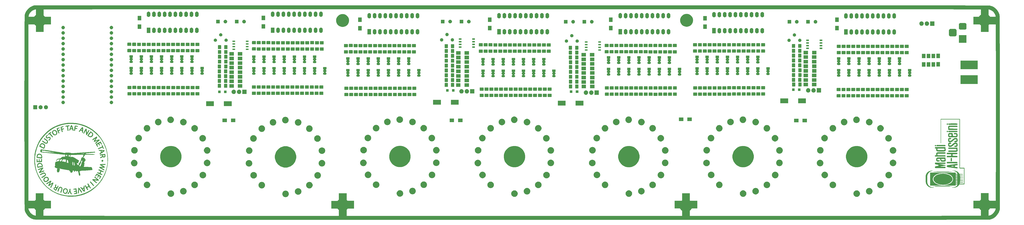
<source format=gbr>
G04 #@! TF.GenerationSoftware,KiCad,Pcbnew,(5.0.2)-1*
G04 #@! TF.CreationDate,2019-08-04T18:28:44-04:00*
G04 #@! TF.ProjectId,7971-MEDEVAC,37393731-2d4d-4454-9445-5641432e6b69,rev?*
G04 #@! TF.SameCoordinates,Original*
G04 #@! TF.FileFunction,Soldermask,Top*
G04 #@! TF.FilePolarity,Negative*
%FSLAX46Y46*%
G04 Gerber Fmt 4.6, Leading zero omitted, Abs format (unit mm)*
G04 Created by KiCad (PCBNEW (5.0.2)-1) date 8/4/2019 6:28:44 PM*
%MOMM*%
%LPD*%
G01*
G04 APERTURE LIST*
%ADD10C,0.010000*%
G04 #@! TA.AperFunction,NonConductor*
%ADD11C,0.100000*%
G04 #@! TD*
G04 APERTURE END LIST*
D10*
G04 #@! TO.C,GMH1*
G36*
X496928400Y-93188533D02*
X500450533Y-93188533D01*
X500450533Y-96753000D01*
X496928400Y-96753000D01*
X496928400Y-100325933D01*
X493355466Y-100325933D01*
X493355466Y-96761466D01*
X489799467Y-96761466D01*
X489799467Y-93197000D01*
X493355466Y-93197000D01*
X493355466Y-89624067D01*
X496928400Y-89624067D01*
X496928400Y-93188533D01*
X496928400Y-93188533D01*
G37*
X496928400Y-93188533D02*
X500450533Y-93188533D01*
X500450533Y-96753000D01*
X496928400Y-96753000D01*
X496928400Y-100325933D01*
X493355466Y-100325933D01*
X493355466Y-96761466D01*
X489799467Y-96761466D01*
X489799467Y-93197000D01*
X493355466Y-93197000D01*
X493355466Y-89624067D01*
X496928400Y-89624067D01*
X496928400Y-93188533D01*
G04 #@! TO.C,GMH4*
G36*
X49453400Y-93213533D02*
X52975533Y-93213533D01*
X52975533Y-96778000D01*
X49453400Y-96778000D01*
X49453400Y-100350933D01*
X45880466Y-100350933D01*
X45880466Y-96786466D01*
X42324467Y-96786466D01*
X42324467Y-93222000D01*
X45880466Y-93222000D01*
X45880466Y-89649067D01*
X49453400Y-89649067D01*
X49453400Y-93213533D01*
X49453400Y-93213533D01*
G37*
X49453400Y-93213533D02*
X52975533Y-93213533D01*
X52975533Y-96778000D01*
X49453400Y-96778000D01*
X49453400Y-100350933D01*
X45880466Y-100350933D01*
X45880466Y-96786466D01*
X42324467Y-96786466D01*
X42324467Y-93222000D01*
X45880466Y-93222000D01*
X45880466Y-89649067D01*
X49453400Y-89649067D01*
X49453400Y-93213533D01*
G04 #@! TO.C,GMH5*
G36*
X49428400Y-180613533D02*
X52950533Y-180613533D01*
X52950533Y-184178000D01*
X49428400Y-184178000D01*
X49428400Y-187750933D01*
X45855466Y-187750933D01*
X45855466Y-184186466D01*
X42299467Y-184186466D01*
X42299467Y-180622000D01*
X45855466Y-180622000D01*
X45855466Y-177049067D01*
X49428400Y-177049067D01*
X49428400Y-180613533D01*
X49428400Y-180613533D01*
G37*
X49428400Y-180613533D02*
X52950533Y-180613533D01*
X52950533Y-184178000D01*
X49428400Y-184178000D01*
X49428400Y-187750933D01*
X45855466Y-187750933D01*
X45855466Y-184186466D01*
X42299467Y-184186466D01*
X42299467Y-180622000D01*
X45855466Y-180622000D01*
X45855466Y-177049067D01*
X49428400Y-177049067D01*
X49428400Y-180613533D01*
G04 #@! TO.C,GMH0*
G36*
X496928400Y-180563533D02*
X500450533Y-180563533D01*
X500450533Y-184128000D01*
X496928400Y-184128000D01*
X496928400Y-187700933D01*
X493355466Y-187700933D01*
X493355466Y-184136466D01*
X489799467Y-184136466D01*
X489799467Y-180572000D01*
X493355466Y-180572000D01*
X493355466Y-176999067D01*
X496928400Y-176999067D01*
X496928400Y-180563533D01*
X496928400Y-180563533D01*
G37*
X496928400Y-180563533D02*
X500450533Y-180563533D01*
X500450533Y-184128000D01*
X496928400Y-184128000D01*
X496928400Y-187700933D01*
X493355466Y-187700933D01*
X493355466Y-184136466D01*
X489799467Y-184136466D01*
X489799467Y-180572000D01*
X493355466Y-180572000D01*
X493355466Y-176999067D01*
X496928400Y-176999067D01*
X496928400Y-180563533D01*
G04 #@! TO.C,GMH7*
G36*
X355478400Y-180613533D02*
X359000533Y-180613533D01*
X359000533Y-184178000D01*
X355478400Y-184178000D01*
X355478400Y-187750933D01*
X351905466Y-187750933D01*
X351905466Y-184186466D01*
X348349467Y-184186466D01*
X348349467Y-180622000D01*
X351905466Y-180622000D01*
X351905466Y-177049067D01*
X355478400Y-177049067D01*
X355478400Y-180613533D01*
X355478400Y-180613533D01*
G37*
X355478400Y-180613533D02*
X359000533Y-180613533D01*
X359000533Y-184178000D01*
X355478400Y-184178000D01*
X355478400Y-187750933D01*
X351905466Y-187750933D01*
X351905466Y-184186466D01*
X348349467Y-184186466D01*
X348349467Y-180622000D01*
X351905466Y-180622000D01*
X351905466Y-177049067D01*
X355478400Y-177049067D01*
X355478400Y-180613533D01*
G04 #@! TO.C,GMH6*
G36*
X192953400Y-180638533D02*
X196475533Y-180638533D01*
X196475533Y-184203000D01*
X192953400Y-184203000D01*
X192953400Y-187775933D01*
X189380466Y-187775933D01*
X189380466Y-184211466D01*
X185824467Y-184211466D01*
X185824467Y-180647000D01*
X189380466Y-180647000D01*
X189380466Y-177074067D01*
X192953400Y-177074067D01*
X192953400Y-180638533D01*
X192953400Y-180638533D01*
G37*
X192953400Y-180638533D02*
X196475533Y-180638533D01*
X196475533Y-184203000D01*
X192953400Y-184203000D01*
X192953400Y-187775933D01*
X189380466Y-187775933D01*
X189380466Y-184211466D01*
X185824467Y-184211466D01*
X185824467Y-180647000D01*
X189380466Y-180647000D01*
X189380466Y-177074067D01*
X192953400Y-177074067D01*
X192953400Y-180638533D01*
G04 #@! TO.C,GBO*
G36*
X400870700Y-87810531D02*
X405144839Y-87810611D01*
X409292661Y-87810740D01*
X413316035Y-87810919D01*
X417216833Y-87811149D01*
X420996925Y-87811430D01*
X424658181Y-87811764D01*
X428202471Y-87812152D01*
X431631666Y-87812594D01*
X434947636Y-87813092D01*
X438152250Y-87813646D01*
X441247380Y-87814258D01*
X444234896Y-87814927D01*
X447116667Y-87815656D01*
X449894565Y-87816445D01*
X452570459Y-87817295D01*
X455146220Y-87818207D01*
X457623718Y-87819181D01*
X460004823Y-87820220D01*
X462291406Y-87821323D01*
X464485336Y-87822492D01*
X466588485Y-87823727D01*
X468602722Y-87825030D01*
X470529917Y-87826401D01*
X472371942Y-87827842D01*
X474130665Y-87829353D01*
X475807958Y-87830935D01*
X477405691Y-87832589D01*
X478925734Y-87834316D01*
X480369957Y-87836117D01*
X481740230Y-87837993D01*
X483038424Y-87839945D01*
X484266410Y-87841974D01*
X485426056Y-87844081D01*
X486519235Y-87846266D01*
X487547815Y-87848530D01*
X488513667Y-87850875D01*
X489418662Y-87853302D01*
X490264669Y-87855810D01*
X491053560Y-87858402D01*
X491787204Y-87861078D01*
X492467471Y-87863840D01*
X493096232Y-87866687D01*
X493675357Y-87869621D01*
X494206716Y-87872643D01*
X494692180Y-87875754D01*
X495133619Y-87878955D01*
X495532903Y-87882246D01*
X495891902Y-87885629D01*
X496212487Y-87889104D01*
X496496528Y-87892673D01*
X496745895Y-87896336D01*
X496962459Y-87900095D01*
X497148090Y-87903950D01*
X497304657Y-87907902D01*
X497434032Y-87911952D01*
X497538084Y-87916100D01*
X497618685Y-87920349D01*
X497677703Y-87924699D01*
X497717010Y-87929151D01*
X497730622Y-87931580D01*
X498629962Y-88213410D01*
X499465881Y-88642553D01*
X500222762Y-89203875D01*
X500884985Y-89882243D01*
X501436931Y-90662523D01*
X501862981Y-91529581D01*
X502064524Y-92130808D01*
X502076962Y-92176518D01*
X502088783Y-92224455D01*
X502100004Y-92278874D01*
X502110639Y-92344028D01*
X502120705Y-92424171D01*
X502130217Y-92523558D01*
X502139191Y-92646441D01*
X502147643Y-92797076D01*
X502155587Y-92979715D01*
X502163041Y-93198613D01*
X502170019Y-93458024D01*
X502176538Y-93762201D01*
X502182612Y-94115399D01*
X502188258Y-94521872D01*
X502193491Y-94985872D01*
X502198327Y-95511655D01*
X502202782Y-96103475D01*
X502206870Y-96765584D01*
X502210609Y-97502237D01*
X502214013Y-98317689D01*
X502217099Y-99216192D01*
X502219881Y-100202001D01*
X502222376Y-101279369D01*
X502224600Y-102452552D01*
X502226567Y-103725801D01*
X502228294Y-105103373D01*
X502229796Y-106589519D01*
X502231089Y-108188495D01*
X502232188Y-109904554D01*
X502233110Y-111741950D01*
X502233870Y-113704937D01*
X502234483Y-115797770D01*
X502234966Y-118024701D01*
X502235333Y-120389984D01*
X502235601Y-122897875D01*
X502235786Y-125552626D01*
X502235902Y-128358491D01*
X502235966Y-131319725D01*
X502235993Y-134440581D01*
X502235999Y-137725314D01*
X502236000Y-138684667D01*
X502236000Y-184619737D01*
X502060887Y-185251652D01*
X501729517Y-186148825D01*
X501260405Y-186976357D01*
X500670848Y-187717642D01*
X499978140Y-188356075D01*
X499199577Y-188875048D01*
X498352453Y-189257956D01*
X497695466Y-189443130D01*
X497661391Y-189447263D01*
X497597397Y-189451303D01*
X497501658Y-189455253D01*
X497372346Y-189459112D01*
X497207637Y-189462883D01*
X497005704Y-189466565D01*
X496764720Y-189470161D01*
X496482861Y-189473670D01*
X496158299Y-189477094D01*
X495789210Y-189480434D01*
X495373766Y-189483691D01*
X494910142Y-189486866D01*
X494396511Y-189489959D01*
X493831048Y-189492972D01*
X493211927Y-189495906D01*
X492537320Y-189498761D01*
X491805404Y-189501539D01*
X491014350Y-189504241D01*
X490162334Y-189506867D01*
X489247529Y-189509419D01*
X488268109Y-189511897D01*
X487222248Y-189514302D01*
X486108120Y-189516637D01*
X484923899Y-189518900D01*
X483667759Y-189521094D01*
X482337874Y-189523219D01*
X480932417Y-189525276D01*
X479449563Y-189527267D01*
X477887486Y-189529192D01*
X476244359Y-189531052D01*
X474518357Y-189532849D01*
X472707653Y-189534582D01*
X470810421Y-189536254D01*
X468824836Y-189537864D01*
X466749071Y-189539415D01*
X464581300Y-189540907D01*
X462319697Y-189542341D01*
X459962436Y-189543717D01*
X457507691Y-189545038D01*
X454953636Y-189546303D01*
X452298445Y-189547515D01*
X449540292Y-189548673D01*
X446677350Y-189549779D01*
X443707794Y-189550834D01*
X440629798Y-189551838D01*
X437441535Y-189552793D01*
X434141179Y-189553700D01*
X430726905Y-189554560D01*
X427196886Y-189555373D01*
X423549297Y-189556141D01*
X419782310Y-189556864D01*
X415894101Y-189557544D01*
X411882843Y-189558181D01*
X407746710Y-189558777D01*
X403483875Y-189559332D01*
X399092514Y-189559847D01*
X394570799Y-189560324D01*
X389916906Y-189560763D01*
X385129006Y-189561166D01*
X380205276Y-189561532D01*
X375143888Y-189561864D01*
X369943016Y-189562163D01*
X364600835Y-189562428D01*
X359115519Y-189562661D01*
X353485240Y-189562864D01*
X347708174Y-189563037D01*
X341782494Y-189563180D01*
X335706374Y-189563296D01*
X329477988Y-189563385D01*
X323095510Y-189563448D01*
X316557114Y-189563485D01*
X309860974Y-189563499D01*
X303005264Y-189563489D01*
X295988157Y-189563457D01*
X288807828Y-189563404D01*
X281462451Y-189563331D01*
X273950199Y-189563238D01*
X271307666Y-189563201D01*
X263815796Y-189563094D01*
X256491362Y-189562984D01*
X249332470Y-189562870D01*
X242337222Y-189562752D01*
X235503723Y-189562628D01*
X228830077Y-189562496D01*
X222314386Y-189562355D01*
X215954756Y-189562203D01*
X209749289Y-189562041D01*
X203696090Y-189561865D01*
X197793263Y-189561675D01*
X192038911Y-189561469D01*
X186431138Y-189561246D01*
X180968048Y-189561005D01*
X175647745Y-189560744D01*
X170468332Y-189560463D01*
X165427913Y-189560158D01*
X160524593Y-189559830D01*
X155756475Y-189559477D01*
X151121663Y-189559098D01*
X146618260Y-189558691D01*
X142244370Y-189558254D01*
X137998098Y-189557788D01*
X133877547Y-189557289D01*
X129880821Y-189556757D01*
X126006024Y-189556191D01*
X122251259Y-189555589D01*
X118614630Y-189554949D01*
X115094242Y-189554271D01*
X111688197Y-189553554D01*
X108394600Y-189552795D01*
X105211555Y-189551993D01*
X102137165Y-189551147D01*
X99169535Y-189550256D01*
X96306767Y-189549319D01*
X93546966Y-189548333D01*
X90888236Y-189547298D01*
X88328681Y-189546213D01*
X85866404Y-189545075D01*
X83499508Y-189543884D01*
X81226099Y-189542639D01*
X79044280Y-189541337D01*
X76952154Y-189539978D01*
X74947825Y-189538560D01*
X73029397Y-189537082D01*
X71194975Y-189535542D01*
X69442661Y-189533940D01*
X67770560Y-189532273D01*
X66176775Y-189530541D01*
X64659411Y-189528742D01*
X63216571Y-189526875D01*
X61846358Y-189524939D01*
X60546878Y-189522931D01*
X59316232Y-189520851D01*
X58152526Y-189518698D01*
X57053863Y-189516470D01*
X56018348Y-189514165D01*
X55044082Y-189511783D01*
X54129172Y-189509322D01*
X53271720Y-189506780D01*
X52469830Y-189504157D01*
X51721606Y-189501451D01*
X51025152Y-189498661D01*
X50378571Y-189495784D01*
X49779968Y-189492821D01*
X49227447Y-189489769D01*
X48719110Y-189486628D01*
X48253062Y-189483395D01*
X47827407Y-189480070D01*
X47440249Y-189476651D01*
X47089691Y-189473137D01*
X46773837Y-189469526D01*
X46490791Y-189465818D01*
X46238657Y-189462010D01*
X46015538Y-189458102D01*
X45819539Y-189454092D01*
X45648763Y-189449979D01*
X45501314Y-189445761D01*
X45375296Y-189441438D01*
X45268813Y-189437007D01*
X45179968Y-189432467D01*
X45106866Y-189427817D01*
X45047609Y-189423056D01*
X45000303Y-189418183D01*
X44963050Y-189413195D01*
X44933955Y-189408092D01*
X44911121Y-189402872D01*
X44909000Y-189402315D01*
X44370882Y-189244332D01*
X43929079Y-189073750D01*
X43511692Y-188858508D01*
X43071447Y-188582891D01*
X42391579Y-188041844D01*
X41780207Y-187377889D01*
X41261785Y-186626783D01*
X40860766Y-185824288D01*
X40601603Y-185006164D01*
X40590605Y-184955000D01*
X40580836Y-184823671D01*
X40571419Y-184529011D01*
X40562355Y-184077022D01*
X40553644Y-183473707D01*
X40545285Y-182725067D01*
X40537278Y-181837105D01*
X40529625Y-180815823D01*
X40522323Y-179667222D01*
X40515374Y-178397306D01*
X40508778Y-177012075D01*
X40502534Y-175517533D01*
X40496643Y-173919681D01*
X40491104Y-172224521D01*
X40485917Y-170438056D01*
X40481084Y-168566288D01*
X40476602Y-166615218D01*
X40472474Y-164590849D01*
X40468697Y-162499184D01*
X40465274Y-160346223D01*
X40462203Y-158137970D01*
X40459485Y-155880426D01*
X40457119Y-153579594D01*
X40455105Y-151241475D01*
X40453444Y-148872072D01*
X40452135Y-146477386D01*
X40451179Y-144063421D01*
X40450575Y-141636178D01*
X40450324Y-139201659D01*
X40450342Y-138769334D01*
X42284333Y-138769334D01*
X42284333Y-184362334D01*
X42479628Y-184903063D01*
X42845450Y-185684901D01*
X43333856Y-186362009D01*
X43930793Y-186922404D01*
X44622211Y-187354102D01*
X45394055Y-187645121D01*
X45798000Y-187732841D01*
X45888127Y-187733817D01*
X46145388Y-187734795D01*
X46567582Y-187735773D01*
X47152508Y-187736752D01*
X47897968Y-187737730D01*
X48801760Y-187738708D01*
X49861684Y-187739685D01*
X51075541Y-187740660D01*
X52441130Y-187741634D01*
X53956251Y-187742605D01*
X55618703Y-187743573D01*
X57426288Y-187744538D01*
X59376803Y-187745499D01*
X61468051Y-187746457D01*
X63697829Y-187747409D01*
X66063939Y-187748357D01*
X68564179Y-187749299D01*
X71196350Y-187750235D01*
X73958252Y-187751165D01*
X76847684Y-187752089D01*
X79862447Y-187753004D01*
X83000339Y-187753913D01*
X86259162Y-187754813D01*
X89636715Y-187755704D01*
X93130797Y-187756587D01*
X96739209Y-187757460D01*
X100459750Y-187758323D01*
X104290220Y-187759176D01*
X108228420Y-187760018D01*
X112272149Y-187760849D01*
X116419206Y-187761668D01*
X120667392Y-187762475D01*
X125014506Y-187763270D01*
X129458349Y-187764051D01*
X133996720Y-187764820D01*
X138627419Y-187765574D01*
X143348246Y-187766314D01*
X148157001Y-187767039D01*
X153051483Y-187767748D01*
X158029493Y-187768443D01*
X163088830Y-187769121D01*
X168227294Y-187769782D01*
X173442685Y-187770427D01*
X178732803Y-187771054D01*
X184095448Y-187771663D01*
X189528419Y-187772254D01*
X195029517Y-187772826D01*
X200596540Y-187773379D01*
X206227290Y-187773912D01*
X211919566Y-187774425D01*
X217671168Y-187774918D01*
X223479895Y-187775389D01*
X229343548Y-187775839D01*
X235259926Y-187776268D01*
X241226829Y-187776673D01*
X247242057Y-187777057D01*
X253303410Y-187777417D01*
X259408688Y-187777753D01*
X265555690Y-187778065D01*
X271307666Y-187778333D01*
X278879963Y-187778663D01*
X286284744Y-187778968D01*
X293523827Y-187779247D01*
X300599030Y-187779499D01*
X307512169Y-187779723D01*
X314265064Y-187779919D01*
X320859531Y-187780086D01*
X327297389Y-187780222D01*
X333580454Y-187780327D01*
X339710545Y-187780400D01*
X345689479Y-187780439D01*
X351519074Y-187780445D01*
X357201147Y-187780416D01*
X362737516Y-187780352D01*
X368129999Y-187780250D01*
X373380414Y-187780111D01*
X378490577Y-187779934D01*
X383462307Y-187779718D01*
X388297422Y-187779461D01*
X392997738Y-187779163D01*
X397565074Y-187778823D01*
X402001247Y-187778441D01*
X406308076Y-187778014D01*
X410487376Y-187777543D01*
X414540967Y-187777026D01*
X418470666Y-187776463D01*
X422278290Y-187775852D01*
X425965658Y-187775194D01*
X429534586Y-187774486D01*
X432986892Y-187773727D01*
X436324395Y-187772918D01*
X439548912Y-187772058D01*
X442662259Y-187771144D01*
X445666256Y-187770177D01*
X448562720Y-187769155D01*
X451353468Y-187768078D01*
X454040317Y-187766944D01*
X456625087Y-187765753D01*
X459109594Y-187764504D01*
X461495655Y-187763196D01*
X463785089Y-187761828D01*
X465979714Y-187760399D01*
X468081346Y-187758909D01*
X470091804Y-187757356D01*
X472012904Y-187755739D01*
X473846466Y-187754058D01*
X475594306Y-187752312D01*
X477258242Y-187750500D01*
X478840092Y-187748620D01*
X480341673Y-187746673D01*
X481764804Y-187744656D01*
X483111301Y-187742570D01*
X484382982Y-187740413D01*
X485581665Y-187738185D01*
X486709168Y-187735884D01*
X487767308Y-187733509D01*
X488757903Y-187731061D01*
X489682771Y-187728537D01*
X490543729Y-187725937D01*
X491342594Y-187723261D01*
X492081186Y-187720506D01*
X492761320Y-187717673D01*
X493384815Y-187714760D01*
X493953489Y-187711766D01*
X494469158Y-187708691D01*
X494933642Y-187705534D01*
X495348756Y-187702294D01*
X495716320Y-187698969D01*
X496038151Y-187695559D01*
X496316066Y-187692064D01*
X496551882Y-187688481D01*
X496747419Y-187684811D01*
X496904492Y-187681052D01*
X497024921Y-187677204D01*
X497110522Y-187673266D01*
X497163113Y-187669236D01*
X497178843Y-187666935D01*
X497947194Y-187420290D01*
X498645434Y-187029778D01*
X499255881Y-186512543D01*
X499760857Y-185885730D01*
X500142682Y-185166483D01*
X500328359Y-184612815D01*
X500337891Y-184563839D01*
X500346952Y-184489175D01*
X500355553Y-184384660D01*
X500363704Y-184246129D01*
X500371419Y-184069418D01*
X500378708Y-183850362D01*
X500385585Y-183584798D01*
X500392059Y-183268562D01*
X500398144Y-182897488D01*
X500403850Y-182467413D01*
X500409190Y-181974173D01*
X500414175Y-181413603D01*
X500418818Y-180781539D01*
X500423129Y-180073817D01*
X500427121Y-179286273D01*
X500430805Y-178414741D01*
X500434194Y-177455059D01*
X500437298Y-176403062D01*
X500440130Y-175254586D01*
X500442701Y-174005466D01*
X500445024Y-172651538D01*
X500447109Y-171188638D01*
X500448969Y-169612601D01*
X500450616Y-167919264D01*
X500452060Y-166104463D01*
X500453315Y-164164032D01*
X500454391Y-162093808D01*
X500455301Y-159889626D01*
X500456055Y-157547323D01*
X500456667Y-155062734D01*
X500457147Y-152431695D01*
X500457508Y-149650041D01*
X500457761Y-146713608D01*
X500457918Y-143618232D01*
X500457991Y-140359750D01*
X500458000Y-138684667D01*
X500457964Y-135343881D01*
X500457850Y-132168264D01*
X500457646Y-129153652D01*
X500457340Y-126295880D01*
X500456921Y-123590785D01*
X500456375Y-121034202D01*
X500455693Y-118621967D01*
X500454861Y-116349915D01*
X500453869Y-114213883D01*
X500452704Y-112209706D01*
X500451355Y-110333220D01*
X500449810Y-108580261D01*
X500448058Y-106946664D01*
X500446085Y-105428266D01*
X500443882Y-104020901D01*
X500441435Y-102720406D01*
X500438734Y-101522617D01*
X500435766Y-100423369D01*
X500432519Y-99418498D01*
X500428983Y-98503840D01*
X500425145Y-97675230D01*
X500420993Y-96928505D01*
X500416516Y-96259499D01*
X500411702Y-95664050D01*
X500406539Y-95137992D01*
X500401016Y-94677162D01*
X500395120Y-94277394D01*
X500388840Y-93934526D01*
X500382164Y-93644392D01*
X500375081Y-93402829D01*
X500367578Y-93205671D01*
X500359644Y-93048756D01*
X500351267Y-92927918D01*
X500342436Y-92838994D01*
X500333139Y-92777819D01*
X500328359Y-92756518D01*
X500067052Y-92037983D01*
X499680229Y-91359631D01*
X499214671Y-90794222D01*
X498765302Y-90422456D01*
X498216381Y-90086887D01*
X497633006Y-89822040D01*
X497080943Y-89662564D01*
X496980652Y-89659607D01*
X496713738Y-89656700D01*
X496282885Y-89653844D01*
X495690776Y-89651038D01*
X494940094Y-89648282D01*
X494033522Y-89645577D01*
X492973743Y-89642923D01*
X491763440Y-89640318D01*
X490405297Y-89637764D01*
X488901995Y-89635260D01*
X487256218Y-89632806D01*
X485470649Y-89630402D01*
X483547972Y-89628048D01*
X481490869Y-89625744D01*
X479302023Y-89623490D01*
X476984117Y-89621286D01*
X474539834Y-89619131D01*
X471971857Y-89617027D01*
X469282870Y-89614972D01*
X466475555Y-89612966D01*
X463552596Y-89611010D01*
X460516674Y-89609104D01*
X457370475Y-89607247D01*
X454116679Y-89605440D01*
X450757971Y-89603682D01*
X447297033Y-89601973D01*
X443736549Y-89600314D01*
X440079201Y-89598703D01*
X436327673Y-89597142D01*
X432484647Y-89595630D01*
X428552806Y-89594167D01*
X424534835Y-89592753D01*
X420433414Y-89591388D01*
X416251229Y-89590072D01*
X411990961Y-89588804D01*
X407655293Y-89587586D01*
X403246910Y-89586416D01*
X398768493Y-89585295D01*
X394222725Y-89584222D01*
X389612291Y-89583198D01*
X384939872Y-89582223D01*
X380208152Y-89581296D01*
X375419813Y-89580417D01*
X370577540Y-89579587D01*
X365684014Y-89578804D01*
X360741919Y-89578071D01*
X355753938Y-89577385D01*
X350722754Y-89576748D01*
X345651050Y-89576158D01*
X340541509Y-89575617D01*
X335396813Y-89575123D01*
X330219647Y-89574678D01*
X325012693Y-89574280D01*
X319778633Y-89573930D01*
X314520152Y-89573628D01*
X309239932Y-89573374D01*
X303940656Y-89573167D01*
X298625007Y-89573008D01*
X293295668Y-89572897D01*
X287955322Y-89572833D01*
X282606653Y-89572816D01*
X277252342Y-89572847D01*
X271895074Y-89572925D01*
X266537531Y-89573050D01*
X261182397Y-89573223D01*
X255832353Y-89573442D01*
X250490084Y-89573709D01*
X245158272Y-89574023D01*
X239839601Y-89574384D01*
X234536753Y-89574792D01*
X229252411Y-89575247D01*
X223989259Y-89575748D01*
X218749979Y-89576297D01*
X213537255Y-89576892D01*
X208353769Y-89577534D01*
X203202205Y-89578222D01*
X198085245Y-89578957D01*
X193005572Y-89579739D01*
X187965871Y-89580567D01*
X182968822Y-89581441D01*
X178017111Y-89582362D01*
X173113419Y-89583329D01*
X168260429Y-89584343D01*
X163460826Y-89585402D01*
X158717291Y-89586508D01*
X154032508Y-89587660D01*
X149409159Y-89588858D01*
X144849928Y-89590102D01*
X140357498Y-89591392D01*
X135934552Y-89592728D01*
X131583773Y-89594109D01*
X127307843Y-89595536D01*
X123109447Y-89597010D01*
X118991266Y-89598528D01*
X114955984Y-89600093D01*
X111006284Y-89601703D01*
X107144849Y-89603358D01*
X103374362Y-89605059D01*
X99697506Y-89606805D01*
X96116964Y-89608597D01*
X92635419Y-89610434D01*
X89255554Y-89612316D01*
X85980052Y-89614243D01*
X82811596Y-89616216D01*
X79752870Y-89618233D01*
X76806555Y-89620296D01*
X73975336Y-89622404D01*
X71261895Y-89624556D01*
X68668915Y-89626754D01*
X66199079Y-89628996D01*
X63855071Y-89631283D01*
X61639573Y-89633615D01*
X59555268Y-89635991D01*
X57604839Y-89638412D01*
X55790970Y-89640877D01*
X54116343Y-89643387D01*
X52583641Y-89645942D01*
X51195548Y-89648540D01*
X49954747Y-89651184D01*
X48863919Y-89653871D01*
X47925750Y-89656603D01*
X47142920Y-89659379D01*
X46518115Y-89662199D01*
X46054015Y-89665063D01*
X45753306Y-89667971D01*
X45618669Y-89670923D01*
X45611667Y-89671564D01*
X44858090Y-89910421D01*
X44161276Y-90290038D01*
X43543887Y-90789455D01*
X43028585Y-91387714D01*
X42638033Y-92063858D01*
X42442563Y-92602390D01*
X42431037Y-92647519D01*
X42420084Y-92700016D01*
X42409689Y-92764144D01*
X42399839Y-92844164D01*
X42390518Y-92944340D01*
X42381712Y-93068933D01*
X42373407Y-93222207D01*
X42365587Y-93408423D01*
X42358238Y-93631845D01*
X42351345Y-93896735D01*
X42344894Y-94207355D01*
X42338871Y-94567968D01*
X42333260Y-94982836D01*
X42328047Y-95456221D01*
X42323217Y-95992388D01*
X42318756Y-96595597D01*
X42314649Y-97270111D01*
X42310882Y-98020193D01*
X42307440Y-98850106D01*
X42304308Y-99764111D01*
X42301472Y-100766472D01*
X42298916Y-101861450D01*
X42296628Y-103053309D01*
X42294591Y-104346311D01*
X42292792Y-105744718D01*
X42291215Y-107252793D01*
X42289846Y-108874799D01*
X42288671Y-110614997D01*
X42287675Y-112477650D01*
X42286842Y-114467022D01*
X42286160Y-116587374D01*
X42285612Y-118842968D01*
X42285185Y-121238068D01*
X42284864Y-123776936D01*
X42284634Y-126463835D01*
X42284480Y-129303026D01*
X42284389Y-132298773D01*
X42284344Y-135455337D01*
X42284333Y-138769334D01*
X40450342Y-138769334D01*
X40450426Y-136765866D01*
X40450880Y-134334802D01*
X40451686Y-131914468D01*
X40452845Y-129510867D01*
X40454357Y-127130000D01*
X40456221Y-124777871D01*
X40458437Y-122460480D01*
X40461007Y-120183831D01*
X40463928Y-117953925D01*
X40467201Y-115776764D01*
X40470828Y-113658350D01*
X40474807Y-111604687D01*
X40479139Y-109621775D01*
X40483823Y-107715616D01*
X40488860Y-105892214D01*
X40494249Y-104157570D01*
X40499990Y-102517686D01*
X40506085Y-100978564D01*
X40512532Y-99546206D01*
X40519331Y-98226615D01*
X40526483Y-97025793D01*
X40533987Y-95949742D01*
X40541844Y-95004463D01*
X40550053Y-94195959D01*
X40558615Y-93530233D01*
X40567529Y-93013285D01*
X40576796Y-92651119D01*
X40586416Y-92449737D01*
X40590605Y-92414334D01*
X40857398Y-91538347D01*
X41273920Y-90706164D01*
X41822205Y-89938103D01*
X42484284Y-89254481D01*
X43242190Y-88675618D01*
X44077957Y-88221831D01*
X44420400Y-88083412D01*
X45078333Y-87842334D01*
X271096000Y-87819277D01*
X278622293Y-87818515D01*
X285981123Y-87817781D01*
X293174360Y-87817077D01*
X300203875Y-87816403D01*
X307071537Y-87815760D01*
X313779218Y-87815150D01*
X320328787Y-87814573D01*
X326722114Y-87814030D01*
X332961071Y-87813522D01*
X339047526Y-87813050D01*
X344983351Y-87812615D01*
X350770415Y-87812218D01*
X356410590Y-87811859D01*
X361905744Y-87811541D01*
X367257749Y-87811262D01*
X372468475Y-87811026D01*
X377539792Y-87810832D01*
X382473570Y-87810681D01*
X387271679Y-87810575D01*
X391935991Y-87810513D01*
X396468375Y-87810498D01*
X400870700Y-87810531D01*
X400870700Y-87810531D01*
G37*
X400870700Y-87810531D02*
X405144839Y-87810611D01*
X409292661Y-87810740D01*
X413316035Y-87810919D01*
X417216833Y-87811149D01*
X420996925Y-87811430D01*
X424658181Y-87811764D01*
X428202471Y-87812152D01*
X431631666Y-87812594D01*
X434947636Y-87813092D01*
X438152250Y-87813646D01*
X441247380Y-87814258D01*
X444234896Y-87814927D01*
X447116667Y-87815656D01*
X449894565Y-87816445D01*
X452570459Y-87817295D01*
X455146220Y-87818207D01*
X457623718Y-87819181D01*
X460004823Y-87820220D01*
X462291406Y-87821323D01*
X464485336Y-87822492D01*
X466588485Y-87823727D01*
X468602722Y-87825030D01*
X470529917Y-87826401D01*
X472371942Y-87827842D01*
X474130665Y-87829353D01*
X475807958Y-87830935D01*
X477405691Y-87832589D01*
X478925734Y-87834316D01*
X480369957Y-87836117D01*
X481740230Y-87837993D01*
X483038424Y-87839945D01*
X484266410Y-87841974D01*
X485426056Y-87844081D01*
X486519235Y-87846266D01*
X487547815Y-87848530D01*
X488513667Y-87850875D01*
X489418662Y-87853302D01*
X490264669Y-87855810D01*
X491053560Y-87858402D01*
X491787204Y-87861078D01*
X492467471Y-87863840D01*
X493096232Y-87866687D01*
X493675357Y-87869621D01*
X494206716Y-87872643D01*
X494692180Y-87875754D01*
X495133619Y-87878955D01*
X495532903Y-87882246D01*
X495891902Y-87885629D01*
X496212487Y-87889104D01*
X496496528Y-87892673D01*
X496745895Y-87896336D01*
X496962459Y-87900095D01*
X497148090Y-87903950D01*
X497304657Y-87907902D01*
X497434032Y-87911952D01*
X497538084Y-87916100D01*
X497618685Y-87920349D01*
X497677703Y-87924699D01*
X497717010Y-87929151D01*
X497730622Y-87931580D01*
X498629962Y-88213410D01*
X499465881Y-88642553D01*
X500222762Y-89203875D01*
X500884985Y-89882243D01*
X501436931Y-90662523D01*
X501862981Y-91529581D01*
X502064524Y-92130808D01*
X502076962Y-92176518D01*
X502088783Y-92224455D01*
X502100004Y-92278874D01*
X502110639Y-92344028D01*
X502120705Y-92424171D01*
X502130217Y-92523558D01*
X502139191Y-92646441D01*
X502147643Y-92797076D01*
X502155587Y-92979715D01*
X502163041Y-93198613D01*
X502170019Y-93458024D01*
X502176538Y-93762201D01*
X502182612Y-94115399D01*
X502188258Y-94521872D01*
X502193491Y-94985872D01*
X502198327Y-95511655D01*
X502202782Y-96103475D01*
X502206870Y-96765584D01*
X502210609Y-97502237D01*
X502214013Y-98317689D01*
X502217099Y-99216192D01*
X502219881Y-100202001D01*
X502222376Y-101279369D01*
X502224600Y-102452552D01*
X502226567Y-103725801D01*
X502228294Y-105103373D01*
X502229796Y-106589519D01*
X502231089Y-108188495D01*
X502232188Y-109904554D01*
X502233110Y-111741950D01*
X502233870Y-113704937D01*
X502234483Y-115797770D01*
X502234966Y-118024701D01*
X502235333Y-120389984D01*
X502235601Y-122897875D01*
X502235786Y-125552626D01*
X502235902Y-128358491D01*
X502235966Y-131319725D01*
X502235993Y-134440581D01*
X502235999Y-137725314D01*
X502236000Y-138684667D01*
X502236000Y-184619737D01*
X502060887Y-185251652D01*
X501729517Y-186148825D01*
X501260405Y-186976357D01*
X500670848Y-187717642D01*
X499978140Y-188356075D01*
X499199577Y-188875048D01*
X498352453Y-189257956D01*
X497695466Y-189443130D01*
X497661391Y-189447263D01*
X497597397Y-189451303D01*
X497501658Y-189455253D01*
X497372346Y-189459112D01*
X497207637Y-189462883D01*
X497005704Y-189466565D01*
X496764720Y-189470161D01*
X496482861Y-189473670D01*
X496158299Y-189477094D01*
X495789210Y-189480434D01*
X495373766Y-189483691D01*
X494910142Y-189486866D01*
X494396511Y-189489959D01*
X493831048Y-189492972D01*
X493211927Y-189495906D01*
X492537320Y-189498761D01*
X491805404Y-189501539D01*
X491014350Y-189504241D01*
X490162334Y-189506867D01*
X489247529Y-189509419D01*
X488268109Y-189511897D01*
X487222248Y-189514302D01*
X486108120Y-189516637D01*
X484923899Y-189518900D01*
X483667759Y-189521094D01*
X482337874Y-189523219D01*
X480932417Y-189525276D01*
X479449563Y-189527267D01*
X477887486Y-189529192D01*
X476244359Y-189531052D01*
X474518357Y-189532849D01*
X472707653Y-189534582D01*
X470810421Y-189536254D01*
X468824836Y-189537864D01*
X466749071Y-189539415D01*
X464581300Y-189540907D01*
X462319697Y-189542341D01*
X459962436Y-189543717D01*
X457507691Y-189545038D01*
X454953636Y-189546303D01*
X452298445Y-189547515D01*
X449540292Y-189548673D01*
X446677350Y-189549779D01*
X443707794Y-189550834D01*
X440629798Y-189551838D01*
X437441535Y-189552793D01*
X434141179Y-189553700D01*
X430726905Y-189554560D01*
X427196886Y-189555373D01*
X423549297Y-189556141D01*
X419782310Y-189556864D01*
X415894101Y-189557544D01*
X411882843Y-189558181D01*
X407746710Y-189558777D01*
X403483875Y-189559332D01*
X399092514Y-189559847D01*
X394570799Y-189560324D01*
X389916906Y-189560763D01*
X385129006Y-189561166D01*
X380205276Y-189561532D01*
X375143888Y-189561864D01*
X369943016Y-189562163D01*
X364600835Y-189562428D01*
X359115519Y-189562661D01*
X353485240Y-189562864D01*
X347708174Y-189563037D01*
X341782494Y-189563180D01*
X335706374Y-189563296D01*
X329477988Y-189563385D01*
X323095510Y-189563448D01*
X316557114Y-189563485D01*
X309860974Y-189563499D01*
X303005264Y-189563489D01*
X295988157Y-189563457D01*
X288807828Y-189563404D01*
X281462451Y-189563331D01*
X273950199Y-189563238D01*
X271307666Y-189563201D01*
X263815796Y-189563094D01*
X256491362Y-189562984D01*
X249332470Y-189562870D01*
X242337222Y-189562752D01*
X235503723Y-189562628D01*
X228830077Y-189562496D01*
X222314386Y-189562355D01*
X215954756Y-189562203D01*
X209749289Y-189562041D01*
X203696090Y-189561865D01*
X197793263Y-189561675D01*
X192038911Y-189561469D01*
X186431138Y-189561246D01*
X180968048Y-189561005D01*
X175647745Y-189560744D01*
X170468332Y-189560463D01*
X165427913Y-189560158D01*
X160524593Y-189559830D01*
X155756475Y-189559477D01*
X151121663Y-189559098D01*
X146618260Y-189558691D01*
X142244370Y-189558254D01*
X137998098Y-189557788D01*
X133877547Y-189557289D01*
X129880821Y-189556757D01*
X126006024Y-189556191D01*
X122251259Y-189555589D01*
X118614630Y-189554949D01*
X115094242Y-189554271D01*
X111688197Y-189553554D01*
X108394600Y-189552795D01*
X105211555Y-189551993D01*
X102137165Y-189551147D01*
X99169535Y-189550256D01*
X96306767Y-189549319D01*
X93546966Y-189548333D01*
X90888236Y-189547298D01*
X88328681Y-189546213D01*
X85866404Y-189545075D01*
X83499508Y-189543884D01*
X81226099Y-189542639D01*
X79044280Y-189541337D01*
X76952154Y-189539978D01*
X74947825Y-189538560D01*
X73029397Y-189537082D01*
X71194975Y-189535542D01*
X69442661Y-189533940D01*
X67770560Y-189532273D01*
X66176775Y-189530541D01*
X64659411Y-189528742D01*
X63216571Y-189526875D01*
X61846358Y-189524939D01*
X60546878Y-189522931D01*
X59316232Y-189520851D01*
X58152526Y-189518698D01*
X57053863Y-189516470D01*
X56018348Y-189514165D01*
X55044082Y-189511783D01*
X54129172Y-189509322D01*
X53271720Y-189506780D01*
X52469830Y-189504157D01*
X51721606Y-189501451D01*
X51025152Y-189498661D01*
X50378571Y-189495784D01*
X49779968Y-189492821D01*
X49227447Y-189489769D01*
X48719110Y-189486628D01*
X48253062Y-189483395D01*
X47827407Y-189480070D01*
X47440249Y-189476651D01*
X47089691Y-189473137D01*
X46773837Y-189469526D01*
X46490791Y-189465818D01*
X46238657Y-189462010D01*
X46015538Y-189458102D01*
X45819539Y-189454092D01*
X45648763Y-189449979D01*
X45501314Y-189445761D01*
X45375296Y-189441438D01*
X45268813Y-189437007D01*
X45179968Y-189432467D01*
X45106866Y-189427817D01*
X45047609Y-189423056D01*
X45000303Y-189418183D01*
X44963050Y-189413195D01*
X44933955Y-189408092D01*
X44911121Y-189402872D01*
X44909000Y-189402315D01*
X44370882Y-189244332D01*
X43929079Y-189073750D01*
X43511692Y-188858508D01*
X43071447Y-188582891D01*
X42391579Y-188041844D01*
X41780207Y-187377889D01*
X41261785Y-186626783D01*
X40860766Y-185824288D01*
X40601603Y-185006164D01*
X40590605Y-184955000D01*
X40580836Y-184823671D01*
X40571419Y-184529011D01*
X40562355Y-184077022D01*
X40553644Y-183473707D01*
X40545285Y-182725067D01*
X40537278Y-181837105D01*
X40529625Y-180815823D01*
X40522323Y-179667222D01*
X40515374Y-178397306D01*
X40508778Y-177012075D01*
X40502534Y-175517533D01*
X40496643Y-173919681D01*
X40491104Y-172224521D01*
X40485917Y-170438056D01*
X40481084Y-168566288D01*
X40476602Y-166615218D01*
X40472474Y-164590849D01*
X40468697Y-162499184D01*
X40465274Y-160346223D01*
X40462203Y-158137970D01*
X40459485Y-155880426D01*
X40457119Y-153579594D01*
X40455105Y-151241475D01*
X40453444Y-148872072D01*
X40452135Y-146477386D01*
X40451179Y-144063421D01*
X40450575Y-141636178D01*
X40450324Y-139201659D01*
X40450342Y-138769334D01*
X42284333Y-138769334D01*
X42284333Y-184362334D01*
X42479628Y-184903063D01*
X42845450Y-185684901D01*
X43333856Y-186362009D01*
X43930793Y-186922404D01*
X44622211Y-187354102D01*
X45394055Y-187645121D01*
X45798000Y-187732841D01*
X45888127Y-187733817D01*
X46145388Y-187734795D01*
X46567582Y-187735773D01*
X47152508Y-187736752D01*
X47897968Y-187737730D01*
X48801760Y-187738708D01*
X49861684Y-187739685D01*
X51075541Y-187740660D01*
X52441130Y-187741634D01*
X53956251Y-187742605D01*
X55618703Y-187743573D01*
X57426288Y-187744538D01*
X59376803Y-187745499D01*
X61468051Y-187746457D01*
X63697829Y-187747409D01*
X66063939Y-187748357D01*
X68564179Y-187749299D01*
X71196350Y-187750235D01*
X73958252Y-187751165D01*
X76847684Y-187752089D01*
X79862447Y-187753004D01*
X83000339Y-187753913D01*
X86259162Y-187754813D01*
X89636715Y-187755704D01*
X93130797Y-187756587D01*
X96739209Y-187757460D01*
X100459750Y-187758323D01*
X104290220Y-187759176D01*
X108228420Y-187760018D01*
X112272149Y-187760849D01*
X116419206Y-187761668D01*
X120667392Y-187762475D01*
X125014506Y-187763270D01*
X129458349Y-187764051D01*
X133996720Y-187764820D01*
X138627419Y-187765574D01*
X143348246Y-187766314D01*
X148157001Y-187767039D01*
X153051483Y-187767748D01*
X158029493Y-187768443D01*
X163088830Y-187769121D01*
X168227294Y-187769782D01*
X173442685Y-187770427D01*
X178732803Y-187771054D01*
X184095448Y-187771663D01*
X189528419Y-187772254D01*
X195029517Y-187772826D01*
X200596540Y-187773379D01*
X206227290Y-187773912D01*
X211919566Y-187774425D01*
X217671168Y-187774918D01*
X223479895Y-187775389D01*
X229343548Y-187775839D01*
X235259926Y-187776268D01*
X241226829Y-187776673D01*
X247242057Y-187777057D01*
X253303410Y-187777417D01*
X259408688Y-187777753D01*
X265555690Y-187778065D01*
X271307666Y-187778333D01*
X278879963Y-187778663D01*
X286284744Y-187778968D01*
X293523827Y-187779247D01*
X300599030Y-187779499D01*
X307512169Y-187779723D01*
X314265064Y-187779919D01*
X320859531Y-187780086D01*
X327297389Y-187780222D01*
X333580454Y-187780327D01*
X339710545Y-187780400D01*
X345689479Y-187780439D01*
X351519074Y-187780445D01*
X357201147Y-187780416D01*
X362737516Y-187780352D01*
X368129999Y-187780250D01*
X373380414Y-187780111D01*
X378490577Y-187779934D01*
X383462307Y-187779718D01*
X388297422Y-187779461D01*
X392997738Y-187779163D01*
X397565074Y-187778823D01*
X402001247Y-187778441D01*
X406308076Y-187778014D01*
X410487376Y-187777543D01*
X414540967Y-187777026D01*
X418470666Y-187776463D01*
X422278290Y-187775852D01*
X425965658Y-187775194D01*
X429534586Y-187774486D01*
X432986892Y-187773727D01*
X436324395Y-187772918D01*
X439548912Y-187772058D01*
X442662259Y-187771144D01*
X445666256Y-187770177D01*
X448562720Y-187769155D01*
X451353468Y-187768078D01*
X454040317Y-187766944D01*
X456625087Y-187765753D01*
X459109594Y-187764504D01*
X461495655Y-187763196D01*
X463785089Y-187761828D01*
X465979714Y-187760399D01*
X468081346Y-187758909D01*
X470091804Y-187757356D01*
X472012904Y-187755739D01*
X473846466Y-187754058D01*
X475594306Y-187752312D01*
X477258242Y-187750500D01*
X478840092Y-187748620D01*
X480341673Y-187746673D01*
X481764804Y-187744656D01*
X483111301Y-187742570D01*
X484382982Y-187740413D01*
X485581665Y-187738185D01*
X486709168Y-187735884D01*
X487767308Y-187733509D01*
X488757903Y-187731061D01*
X489682771Y-187728537D01*
X490543729Y-187725937D01*
X491342594Y-187723261D01*
X492081186Y-187720506D01*
X492761320Y-187717673D01*
X493384815Y-187714760D01*
X493953489Y-187711766D01*
X494469158Y-187708691D01*
X494933642Y-187705534D01*
X495348756Y-187702294D01*
X495716320Y-187698969D01*
X496038151Y-187695559D01*
X496316066Y-187692064D01*
X496551882Y-187688481D01*
X496747419Y-187684811D01*
X496904492Y-187681052D01*
X497024921Y-187677204D01*
X497110522Y-187673266D01*
X497163113Y-187669236D01*
X497178843Y-187666935D01*
X497947194Y-187420290D01*
X498645434Y-187029778D01*
X499255881Y-186512543D01*
X499760857Y-185885730D01*
X500142682Y-185166483D01*
X500328359Y-184612815D01*
X500337891Y-184563839D01*
X500346952Y-184489175D01*
X500355553Y-184384660D01*
X500363704Y-184246129D01*
X500371419Y-184069418D01*
X500378708Y-183850362D01*
X500385585Y-183584798D01*
X500392059Y-183268562D01*
X500398144Y-182897488D01*
X500403850Y-182467413D01*
X500409190Y-181974173D01*
X500414175Y-181413603D01*
X500418818Y-180781539D01*
X500423129Y-180073817D01*
X500427121Y-179286273D01*
X500430805Y-178414741D01*
X500434194Y-177455059D01*
X500437298Y-176403062D01*
X500440130Y-175254586D01*
X500442701Y-174005466D01*
X500445024Y-172651538D01*
X500447109Y-171188638D01*
X500448969Y-169612601D01*
X500450616Y-167919264D01*
X500452060Y-166104463D01*
X500453315Y-164164032D01*
X500454391Y-162093808D01*
X500455301Y-159889626D01*
X500456055Y-157547323D01*
X500456667Y-155062734D01*
X500457147Y-152431695D01*
X500457508Y-149650041D01*
X500457761Y-146713608D01*
X500457918Y-143618232D01*
X500457991Y-140359750D01*
X500458000Y-138684667D01*
X500457964Y-135343881D01*
X500457850Y-132168264D01*
X500457646Y-129153652D01*
X500457340Y-126295880D01*
X500456921Y-123590785D01*
X500456375Y-121034202D01*
X500455693Y-118621967D01*
X500454861Y-116349915D01*
X500453869Y-114213883D01*
X500452704Y-112209706D01*
X500451355Y-110333220D01*
X500449810Y-108580261D01*
X500448058Y-106946664D01*
X500446085Y-105428266D01*
X500443882Y-104020901D01*
X500441435Y-102720406D01*
X500438734Y-101522617D01*
X500435766Y-100423369D01*
X500432519Y-99418498D01*
X500428983Y-98503840D01*
X500425145Y-97675230D01*
X500420993Y-96928505D01*
X500416516Y-96259499D01*
X500411702Y-95664050D01*
X500406539Y-95137992D01*
X500401016Y-94677162D01*
X500395120Y-94277394D01*
X500388840Y-93934526D01*
X500382164Y-93644392D01*
X500375081Y-93402829D01*
X500367578Y-93205671D01*
X500359644Y-93048756D01*
X500351267Y-92927918D01*
X500342436Y-92838994D01*
X500333139Y-92777819D01*
X500328359Y-92756518D01*
X500067052Y-92037983D01*
X499680229Y-91359631D01*
X499214671Y-90794222D01*
X498765302Y-90422456D01*
X498216381Y-90086887D01*
X497633006Y-89822040D01*
X497080943Y-89662564D01*
X496980652Y-89659607D01*
X496713738Y-89656700D01*
X496282885Y-89653844D01*
X495690776Y-89651038D01*
X494940094Y-89648282D01*
X494033522Y-89645577D01*
X492973743Y-89642923D01*
X491763440Y-89640318D01*
X490405297Y-89637764D01*
X488901995Y-89635260D01*
X487256218Y-89632806D01*
X485470649Y-89630402D01*
X483547972Y-89628048D01*
X481490869Y-89625744D01*
X479302023Y-89623490D01*
X476984117Y-89621286D01*
X474539834Y-89619131D01*
X471971857Y-89617027D01*
X469282870Y-89614972D01*
X466475555Y-89612966D01*
X463552596Y-89611010D01*
X460516674Y-89609104D01*
X457370475Y-89607247D01*
X454116679Y-89605440D01*
X450757971Y-89603682D01*
X447297033Y-89601973D01*
X443736549Y-89600314D01*
X440079201Y-89598703D01*
X436327673Y-89597142D01*
X432484647Y-89595630D01*
X428552806Y-89594167D01*
X424534835Y-89592753D01*
X420433414Y-89591388D01*
X416251229Y-89590072D01*
X411990961Y-89588804D01*
X407655293Y-89587586D01*
X403246910Y-89586416D01*
X398768493Y-89585295D01*
X394222725Y-89584222D01*
X389612291Y-89583198D01*
X384939872Y-89582223D01*
X380208152Y-89581296D01*
X375419813Y-89580417D01*
X370577540Y-89579587D01*
X365684014Y-89578804D01*
X360741919Y-89578071D01*
X355753938Y-89577385D01*
X350722754Y-89576748D01*
X345651050Y-89576158D01*
X340541509Y-89575617D01*
X335396813Y-89575123D01*
X330219647Y-89574678D01*
X325012693Y-89574280D01*
X319778633Y-89573930D01*
X314520152Y-89573628D01*
X309239932Y-89573374D01*
X303940656Y-89573167D01*
X298625007Y-89573008D01*
X293295668Y-89572897D01*
X287955322Y-89572833D01*
X282606653Y-89572816D01*
X277252342Y-89572847D01*
X271895074Y-89572925D01*
X266537531Y-89573050D01*
X261182397Y-89573223D01*
X255832353Y-89573442D01*
X250490084Y-89573709D01*
X245158272Y-89574023D01*
X239839601Y-89574384D01*
X234536753Y-89574792D01*
X229252411Y-89575247D01*
X223989259Y-89575748D01*
X218749979Y-89576297D01*
X213537255Y-89576892D01*
X208353769Y-89577534D01*
X203202205Y-89578222D01*
X198085245Y-89578957D01*
X193005572Y-89579739D01*
X187965871Y-89580567D01*
X182968822Y-89581441D01*
X178017111Y-89582362D01*
X173113419Y-89583329D01*
X168260429Y-89584343D01*
X163460826Y-89585402D01*
X158717291Y-89586508D01*
X154032508Y-89587660D01*
X149409159Y-89588858D01*
X144849928Y-89590102D01*
X140357498Y-89591392D01*
X135934552Y-89592728D01*
X131583773Y-89594109D01*
X127307843Y-89595536D01*
X123109447Y-89597010D01*
X118991266Y-89598528D01*
X114955984Y-89600093D01*
X111006284Y-89601703D01*
X107144849Y-89603358D01*
X103374362Y-89605059D01*
X99697506Y-89606805D01*
X96116964Y-89608597D01*
X92635419Y-89610434D01*
X89255554Y-89612316D01*
X85980052Y-89614243D01*
X82811596Y-89616216D01*
X79752870Y-89618233D01*
X76806555Y-89620296D01*
X73975336Y-89622404D01*
X71261895Y-89624556D01*
X68668915Y-89626754D01*
X66199079Y-89628996D01*
X63855071Y-89631283D01*
X61639573Y-89633615D01*
X59555268Y-89635991D01*
X57604839Y-89638412D01*
X55790970Y-89640877D01*
X54116343Y-89643387D01*
X52583641Y-89645942D01*
X51195548Y-89648540D01*
X49954747Y-89651184D01*
X48863919Y-89653871D01*
X47925750Y-89656603D01*
X47142920Y-89659379D01*
X46518115Y-89662199D01*
X46054015Y-89665063D01*
X45753306Y-89667971D01*
X45618669Y-89670923D01*
X45611667Y-89671564D01*
X44858090Y-89910421D01*
X44161276Y-90290038D01*
X43543887Y-90789455D01*
X43028585Y-91387714D01*
X42638033Y-92063858D01*
X42442563Y-92602390D01*
X42431037Y-92647519D01*
X42420084Y-92700016D01*
X42409689Y-92764144D01*
X42399839Y-92844164D01*
X42390518Y-92944340D01*
X42381712Y-93068933D01*
X42373407Y-93222207D01*
X42365587Y-93408423D01*
X42358238Y-93631845D01*
X42351345Y-93896735D01*
X42344894Y-94207355D01*
X42338871Y-94567968D01*
X42333260Y-94982836D01*
X42328047Y-95456221D01*
X42323217Y-95992388D01*
X42318756Y-96595597D01*
X42314649Y-97270111D01*
X42310882Y-98020193D01*
X42307440Y-98850106D01*
X42304308Y-99764111D01*
X42301472Y-100766472D01*
X42298916Y-101861450D01*
X42296628Y-103053309D01*
X42294591Y-104346311D01*
X42292792Y-105744718D01*
X42291215Y-107252793D01*
X42289846Y-108874799D01*
X42288671Y-110614997D01*
X42287675Y-112477650D01*
X42286842Y-114467022D01*
X42286160Y-116587374D01*
X42285612Y-118842968D01*
X42285185Y-121238068D01*
X42284864Y-123776936D01*
X42284634Y-126463835D01*
X42284480Y-129303026D01*
X42284389Y-132298773D01*
X42284344Y-135455337D01*
X42284333Y-138769334D01*
X40450342Y-138769334D01*
X40450426Y-136765866D01*
X40450880Y-134334802D01*
X40451686Y-131914468D01*
X40452845Y-129510867D01*
X40454357Y-127130000D01*
X40456221Y-124777871D01*
X40458437Y-122460480D01*
X40461007Y-120183831D01*
X40463928Y-117953925D01*
X40467201Y-115776764D01*
X40470828Y-113658350D01*
X40474807Y-111604687D01*
X40479139Y-109621775D01*
X40483823Y-107715616D01*
X40488860Y-105892214D01*
X40494249Y-104157570D01*
X40499990Y-102517686D01*
X40506085Y-100978564D01*
X40512532Y-99546206D01*
X40519331Y-98226615D01*
X40526483Y-97025793D01*
X40533987Y-95949742D01*
X40541844Y-95004463D01*
X40550053Y-94195959D01*
X40558615Y-93530233D01*
X40567529Y-93013285D01*
X40576796Y-92651119D01*
X40586416Y-92449737D01*
X40590605Y-92414334D01*
X40857398Y-91538347D01*
X41273920Y-90706164D01*
X41822205Y-89938103D01*
X42484284Y-89254481D01*
X43242190Y-88675618D01*
X44077957Y-88221831D01*
X44420400Y-88083412D01*
X45078333Y-87842334D01*
X271096000Y-87819277D01*
X278622293Y-87818515D01*
X285981123Y-87817781D01*
X293174360Y-87817077D01*
X300203875Y-87816403D01*
X307071537Y-87815760D01*
X313779218Y-87815150D01*
X320328787Y-87814573D01*
X326722114Y-87814030D01*
X332961071Y-87813522D01*
X339047526Y-87813050D01*
X344983351Y-87812615D01*
X350770415Y-87812218D01*
X356410590Y-87811859D01*
X361905744Y-87811541D01*
X367257749Y-87811262D01*
X372468475Y-87811026D01*
X377539792Y-87810832D01*
X382473570Y-87810681D01*
X387271679Y-87810575D01*
X391935991Y-87810513D01*
X396468375Y-87810498D01*
X400870700Y-87810531D01*
G04 #@! TO.C,CU8*
G36*
X62795365Y-144728412D02*
X62861626Y-144760521D01*
X62924063Y-144839967D01*
X62993168Y-144987968D01*
X63079432Y-145225740D01*
X63193346Y-145574501D01*
X63295214Y-145896212D01*
X63423478Y-146301931D01*
X63537108Y-146659322D01*
X63627359Y-146941036D01*
X63685485Y-147119726D01*
X63701341Y-147166212D01*
X63667857Y-147241464D01*
X63534814Y-147262424D01*
X63352711Y-147210835D01*
X63257800Y-147066605D01*
X63180194Y-146837301D01*
X63135906Y-146681757D01*
X63092538Y-146571062D01*
X63005933Y-146514633D01*
X62833088Y-146494646D01*
X62679840Y-146492727D01*
X62271216Y-146492727D01*
X62138939Y-146839091D01*
X62038141Y-147059166D01*
X61936152Y-147162902D01*
X61824694Y-147185454D01*
X61684947Y-147173366D01*
X61642727Y-147151998D01*
X61667249Y-147073034D01*
X61734378Y-146876580D01*
X61834457Y-146589942D01*
X61957829Y-146240424D01*
X61977601Y-146184848D01*
X62352470Y-146184848D01*
X62657956Y-146184848D01*
X62852564Y-146178511D01*
X62929857Y-146135448D01*
X62926460Y-146019583D01*
X62909106Y-145937455D01*
X62840302Y-145674394D01*
X62768294Y-145448411D01*
X62681818Y-145206760D01*
X62352470Y-146184848D01*
X61977601Y-146184848D01*
X62094837Y-145855332D01*
X62235826Y-145461973D01*
X62371138Y-145087652D01*
X62427093Y-144934091D01*
X62528806Y-144771400D01*
X62699422Y-144722591D01*
X62714788Y-144722424D01*
X62795365Y-144728412D01*
X62795365Y-144728412D01*
G37*
X62795365Y-144728412D02*
X62861626Y-144760521D01*
X62924063Y-144839967D01*
X62993168Y-144987968D01*
X63079432Y-145225740D01*
X63193346Y-145574501D01*
X63295214Y-145896212D01*
X63423478Y-146301931D01*
X63537108Y-146659322D01*
X63627359Y-146941036D01*
X63685485Y-147119726D01*
X63701341Y-147166212D01*
X63667857Y-147241464D01*
X63534814Y-147262424D01*
X63352711Y-147210835D01*
X63257800Y-147066605D01*
X63180194Y-146837301D01*
X63135906Y-146681757D01*
X63092538Y-146571062D01*
X63005933Y-146514633D01*
X62833088Y-146494646D01*
X62679840Y-146492727D01*
X62271216Y-146492727D01*
X62138939Y-146839091D01*
X62038141Y-147059166D01*
X61936152Y-147162902D01*
X61824694Y-147185454D01*
X61684947Y-147173366D01*
X61642727Y-147151998D01*
X61667249Y-147073034D01*
X61734378Y-146876580D01*
X61834457Y-146589942D01*
X61957829Y-146240424D01*
X61977601Y-146184848D01*
X62352470Y-146184848D01*
X62657956Y-146184848D01*
X62852564Y-146178511D01*
X62929857Y-146135448D01*
X62926460Y-146019583D01*
X62909106Y-145937455D01*
X62840302Y-145674394D01*
X62768294Y-145448411D01*
X62681818Y-145206760D01*
X62352470Y-146184848D01*
X61977601Y-146184848D01*
X62094837Y-145855332D01*
X62235826Y-145461973D01*
X62371138Y-145087652D01*
X62427093Y-144934091D01*
X62528806Y-144771400D01*
X62699422Y-144722591D01*
X62714788Y-144722424D01*
X62795365Y-144728412D01*
G36*
X64930960Y-144953609D02*
X65014806Y-144965142D01*
X65324499Y-145012075D01*
X65511841Y-145053964D01*
X65607324Y-145104102D01*
X65641440Y-145175778D01*
X65645151Y-145239905D01*
X65618068Y-145374536D01*
X65520411Y-145388989D01*
X65510454Y-145386237D01*
X65354450Y-145351933D01*
X65119313Y-145311564D01*
X65015138Y-145296089D01*
X64654519Y-145245229D01*
X64602590Y-145522035D01*
X64577866Y-145800494D01*
X64638127Y-145963296D01*
X64792341Y-146028645D01*
X64853796Y-146031960D01*
X65177502Y-146063965D01*
X65364944Y-146155020D01*
X65414242Y-146274617D01*
X65400461Y-146356067D01*
X65335461Y-146393414D01*
X65183760Y-146394280D01*
X64960522Y-146372069D01*
X64745847Y-146346483D01*
X64606909Y-146345740D01*
X64521259Y-146395608D01*
X64466447Y-146521854D01*
X64420024Y-146750244D01*
X64369217Y-147050757D01*
X64319502Y-147243682D01*
X64236959Y-147325394D01*
X64127332Y-147339394D01*
X63989229Y-147316167D01*
X63965092Y-147218795D01*
X63975242Y-147166212D01*
X64000716Y-147025677D01*
X64041030Y-146768281D01*
X64090792Y-146429764D01*
X64144612Y-146045870D01*
X64148453Y-146017771D01*
X64202666Y-145642497D01*
X64254801Y-145320476D01*
X64299287Y-145083658D01*
X64330553Y-144963993D01*
X64333006Y-144959255D01*
X64416397Y-144921446D01*
X64609720Y-144919512D01*
X64930960Y-144953609D01*
X64930960Y-144953609D01*
G37*
X64930960Y-144953609D02*
X65014806Y-144965142D01*
X65324499Y-145012075D01*
X65511841Y-145053964D01*
X65607324Y-145104102D01*
X65641440Y-145175778D01*
X65645151Y-145239905D01*
X65618068Y-145374536D01*
X65520411Y-145388989D01*
X65510454Y-145386237D01*
X65354450Y-145351933D01*
X65119313Y-145311564D01*
X65015138Y-145296089D01*
X64654519Y-145245229D01*
X64602590Y-145522035D01*
X64577866Y-145800494D01*
X64638127Y-145963296D01*
X64792341Y-146028645D01*
X64853796Y-146031960D01*
X65177502Y-146063965D01*
X65364944Y-146155020D01*
X65414242Y-146274617D01*
X65400461Y-146356067D01*
X65335461Y-146393414D01*
X65183760Y-146394280D01*
X64960522Y-146372069D01*
X64745847Y-146346483D01*
X64606909Y-146345740D01*
X64521259Y-146395608D01*
X64466447Y-146521854D01*
X64420024Y-146750244D01*
X64369217Y-147050757D01*
X64319502Y-147243682D01*
X64236959Y-147325394D01*
X64127332Y-147339394D01*
X63989229Y-147316167D01*
X63965092Y-147218795D01*
X63975242Y-147166212D01*
X64000716Y-147025677D01*
X64041030Y-146768281D01*
X64090792Y-146429764D01*
X64144612Y-146045870D01*
X64148453Y-146017771D01*
X64202666Y-145642497D01*
X64254801Y-145320476D01*
X64299287Y-145083658D01*
X64330553Y-144963993D01*
X64333006Y-144959255D01*
X64416397Y-144921446D01*
X64609720Y-144919512D01*
X64930960Y-144953609D01*
G36*
X61669794Y-144820494D02*
X61710873Y-144853550D01*
X61719764Y-144909497D01*
X61719697Y-144948617D01*
X61685927Y-145049440D01*
X61561240Y-145112684D01*
X61373333Y-145149781D01*
X61167437Y-145190350D01*
X61043741Y-145233440D01*
X61027638Y-145250709D01*
X61036480Y-145341713D01*
X61060136Y-145554737D01*
X61095105Y-145858954D01*
X61137888Y-146223539D01*
X61142424Y-146261818D01*
X61185832Y-146631717D01*
X61221754Y-146945300D01*
X61246681Y-147171380D01*
X61257102Y-147278769D01*
X61257210Y-147281666D01*
X61192064Y-147325812D01*
X61074194Y-147339394D01*
X60954214Y-147317530D01*
X60888109Y-147224685D01*
X60847403Y-147019971D01*
X60846357Y-147012272D01*
X60813371Y-146744815D01*
X60777015Y-146416398D01*
X60757412Y-146223333D01*
X60718122Y-145821242D01*
X60683829Y-145548132D01*
X60641808Y-145380067D01*
X60579335Y-145293112D01*
X60483687Y-145263332D01*
X60342139Y-145266790D01*
X60252404Y-145273351D01*
X60025401Y-145282375D01*
X59912498Y-145259160D01*
X59874980Y-145190024D01*
X59872376Y-145139064D01*
X59884430Y-145066747D01*
X59938256Y-145014513D01*
X60060431Y-144974325D01*
X60277528Y-144938144D01*
X60616123Y-144897935D01*
X60699848Y-144888801D01*
X61111555Y-144844482D01*
X61394323Y-144817378D01*
X61572340Y-144808909D01*
X61669794Y-144820494D01*
X61669794Y-144820494D01*
G37*
X61669794Y-144820494D02*
X61710873Y-144853550D01*
X61719764Y-144909497D01*
X61719697Y-144948617D01*
X61685927Y-145049440D01*
X61561240Y-145112684D01*
X61373333Y-145149781D01*
X61167437Y-145190350D01*
X61043741Y-145233440D01*
X61027638Y-145250709D01*
X61036480Y-145341713D01*
X61060136Y-145554737D01*
X61095105Y-145858954D01*
X61137888Y-146223539D01*
X61142424Y-146261818D01*
X61185832Y-146631717D01*
X61221754Y-146945300D01*
X61246681Y-147171380D01*
X61257102Y-147278769D01*
X61257210Y-147281666D01*
X61192064Y-147325812D01*
X61074194Y-147339394D01*
X60954214Y-147317530D01*
X60888109Y-147224685D01*
X60847403Y-147019971D01*
X60846357Y-147012272D01*
X60813371Y-146744815D01*
X60777015Y-146416398D01*
X60757412Y-146223333D01*
X60718122Y-145821242D01*
X60683829Y-145548132D01*
X60641808Y-145380067D01*
X60579335Y-145293112D01*
X60483687Y-145263332D01*
X60342139Y-145266790D01*
X60252404Y-145273351D01*
X60025401Y-145282375D01*
X59912498Y-145259160D01*
X59874980Y-145190024D01*
X59872376Y-145139064D01*
X59884430Y-145066747D01*
X59938256Y-145014513D01*
X60060431Y-144974325D01*
X60277528Y-144938144D01*
X60616123Y-144897935D01*
X60699848Y-144888801D01*
X61111555Y-144844482D01*
X61394323Y-144817378D01*
X61572340Y-144808909D01*
X61669794Y-144820494D01*
G36*
X58853678Y-145231018D02*
X58885200Y-145304787D01*
X58891806Y-145329334D01*
X58890017Y-145415177D01*
X58812929Y-145483565D01*
X58631819Y-145552347D01*
X58448821Y-145604608D01*
X57967894Y-145734789D01*
X58061572Y-146052057D01*
X58134814Y-146252567D01*
X58206885Y-146377343D01*
X58228224Y-146393650D01*
X58339693Y-146387268D01*
X58540290Y-146343547D01*
X58659407Y-146310169D01*
X58905525Y-146246567D01*
X59040375Y-146248644D01*
X59095202Y-146323879D01*
X59102727Y-146416292D01*
X59049697Y-146510026D01*
X58877075Y-146591828D01*
X58679394Y-146646666D01*
X58450184Y-146702806D01*
X58296455Y-146742668D01*
X58256060Y-146755417D01*
X58275484Y-146826902D01*
X58326554Y-147008057D01*
X58398468Y-147260580D01*
X58402922Y-147276160D01*
X58481830Y-147573324D01*
X58507149Y-147753353D01*
X58475113Y-147844768D01*
X58381960Y-147876088D01*
X58323461Y-147878182D01*
X58234028Y-147837297D01*
X58149923Y-147698479D01*
X58057644Y-147437480D01*
X58034141Y-147358636D01*
X57928494Y-146996351D01*
X57809208Y-146587430D01*
X57723003Y-146292004D01*
X57644726Y-146008995D01*
X57587791Y-145774916D01*
X57563527Y-145636714D01*
X57563333Y-145630383D01*
X57639855Y-145539770D01*
X57868936Y-145435342D01*
X58133962Y-145350045D01*
X58461741Y-145256566D01*
X58671352Y-145206104D01*
X58792197Y-145197856D01*
X58853678Y-145231018D01*
X58853678Y-145231018D01*
G37*
X58853678Y-145231018D02*
X58885200Y-145304787D01*
X58891806Y-145329334D01*
X58890017Y-145415177D01*
X58812929Y-145483565D01*
X58631819Y-145552347D01*
X58448821Y-145604608D01*
X57967894Y-145734789D01*
X58061572Y-146052057D01*
X58134814Y-146252567D01*
X58206885Y-146377343D01*
X58228224Y-146393650D01*
X58339693Y-146387268D01*
X58540290Y-146343547D01*
X58659407Y-146310169D01*
X58905525Y-146246567D01*
X59040375Y-146248644D01*
X59095202Y-146323879D01*
X59102727Y-146416292D01*
X59049697Y-146510026D01*
X58877075Y-146591828D01*
X58679394Y-146646666D01*
X58450184Y-146702806D01*
X58296455Y-146742668D01*
X58256060Y-146755417D01*
X58275484Y-146826902D01*
X58326554Y-147008057D01*
X58398468Y-147260580D01*
X58402922Y-147276160D01*
X58481830Y-147573324D01*
X58507149Y-147753353D01*
X58475113Y-147844768D01*
X58381960Y-147876088D01*
X58323461Y-147878182D01*
X58234028Y-147837297D01*
X58149923Y-147698479D01*
X58057644Y-147437480D01*
X58034141Y-147358636D01*
X57928494Y-146996351D01*
X57809208Y-146587430D01*
X57723003Y-146292004D01*
X57644726Y-146008995D01*
X57587791Y-145774916D01*
X57563527Y-145636714D01*
X57563333Y-145630383D01*
X57639855Y-145539770D01*
X57868936Y-145435342D01*
X58133962Y-145350045D01*
X58461741Y-145256566D01*
X58671352Y-145206104D01*
X58792197Y-145197856D01*
X58853678Y-145231018D01*
G36*
X67915165Y-145678444D02*
X67944322Y-145684837D01*
X68102670Y-145731125D01*
X68172849Y-145762041D01*
X68178466Y-145843850D01*
X68177191Y-146053446D01*
X68169609Y-146364856D01*
X68156307Y-146752112D01*
X68143474Y-147064269D01*
X68119436Y-147557051D01*
X68094091Y-147913188D01*
X68063118Y-148149945D01*
X68022192Y-148284587D01*
X67966991Y-148334379D01*
X67893192Y-148316587D01*
X67838788Y-148281094D01*
X67794135Y-148176877D01*
X67766361Y-147974587D01*
X67761818Y-147842106D01*
X67761818Y-147459667D01*
X67389064Y-147321267D01*
X67016311Y-147182867D01*
X66850277Y-147391201D01*
X66710918Y-147567867D01*
X66603715Y-147706739D01*
X66601408Y-147709806D01*
X66493826Y-147767218D01*
X66348482Y-147767222D01*
X66229260Y-147720667D01*
X66198945Y-147641455D01*
X66252325Y-147559886D01*
X66384553Y-147379768D01*
X66578923Y-147123245D01*
X66725430Y-146933375D01*
X67188377Y-146933375D01*
X67436612Y-147013072D01*
X67621999Y-147069690D01*
X67738143Y-147099920D01*
X67742575Y-147100627D01*
X67772543Y-147034900D01*
X67793412Y-146855749D01*
X67800303Y-146631272D01*
X67791306Y-146397166D01*
X67767795Y-146252238D01*
X67737029Y-146227182D01*
X67656112Y-146327307D01*
X67519669Y-146501868D01*
X67431066Y-146616839D01*
X67188377Y-146933375D01*
X66725430Y-146933375D01*
X66818729Y-146812462D01*
X66982358Y-146602931D01*
X67269959Y-146239014D01*
X67481624Y-145981061D01*
X67634667Y-145812549D01*
X67746397Y-145716957D01*
X67834126Y-145677762D01*
X67915165Y-145678444D01*
X67915165Y-145678444D01*
G37*
X67915165Y-145678444D02*
X67944322Y-145684837D01*
X68102670Y-145731125D01*
X68172849Y-145762041D01*
X68178466Y-145843850D01*
X68177191Y-146053446D01*
X68169609Y-146364856D01*
X68156307Y-146752112D01*
X68143474Y-147064269D01*
X68119436Y-147557051D01*
X68094091Y-147913188D01*
X68063118Y-148149945D01*
X68022192Y-148284587D01*
X67966991Y-148334379D01*
X67893192Y-148316587D01*
X67838788Y-148281094D01*
X67794135Y-148176877D01*
X67766361Y-147974587D01*
X67761818Y-147842106D01*
X67761818Y-147459667D01*
X67389064Y-147321267D01*
X67016311Y-147182867D01*
X66850277Y-147391201D01*
X66710918Y-147567867D01*
X66603715Y-147706739D01*
X66601408Y-147709806D01*
X66493826Y-147767218D01*
X66348482Y-147767222D01*
X66229260Y-147720667D01*
X66198945Y-147641455D01*
X66252325Y-147559886D01*
X66384553Y-147379768D01*
X66578923Y-147123245D01*
X66725430Y-146933375D01*
X67188377Y-146933375D01*
X67436612Y-147013072D01*
X67621999Y-147069690D01*
X67738143Y-147099920D01*
X67742575Y-147100627D01*
X67772543Y-147034900D01*
X67793412Y-146855749D01*
X67800303Y-146631272D01*
X67791306Y-146397166D01*
X67767795Y-146252238D01*
X67737029Y-146227182D01*
X67656112Y-146327307D01*
X67519669Y-146501868D01*
X67431066Y-146616839D01*
X67188377Y-146933375D01*
X66725430Y-146933375D01*
X66818729Y-146812462D01*
X66982358Y-146602931D01*
X67269959Y-146239014D01*
X67481624Y-145981061D01*
X67634667Y-145812549D01*
X67746397Y-145716957D01*
X67834126Y-145677762D01*
X67915165Y-145678444D01*
G36*
X56928226Y-145835177D02*
X57025141Y-145918876D01*
X56983964Y-146031348D01*
X56814759Y-146159574D01*
X56597055Y-146263505D01*
X56352277Y-146374270D01*
X56232814Y-146462943D01*
X56215445Y-146547855D01*
X56220079Y-146561081D01*
X56283454Y-146724730D01*
X56348864Y-146901533D01*
X56428996Y-147043356D01*
X56513028Y-147083596D01*
X56514173Y-147083160D01*
X56634188Y-147034906D01*
X56836150Y-146953423D01*
X56935977Y-146913090D01*
X57148209Y-146836276D01*
X57266176Y-146825233D01*
X57333346Y-146876973D01*
X57338890Y-146885402D01*
X57392081Y-146989638D01*
X57375599Y-147066468D01*
X57265705Y-147141669D01*
X57038662Y-147241015D01*
X56995028Y-147258784D01*
X56580662Y-147426963D01*
X56779194Y-147927349D01*
X56880650Y-148197515D01*
X56923056Y-148361617D01*
X56911583Y-148453493D01*
X56866438Y-148498144D01*
X56733332Y-148559560D01*
X56638781Y-148522295D01*
X56548155Y-148365215D01*
X56512708Y-148282272D01*
X56433150Y-148091704D01*
X56311534Y-147802953D01*
X56166182Y-147459438D01*
X56052628Y-147192019D01*
X55918463Y-146866197D01*
X55813442Y-146591117D01*
X55748978Y-146398064D01*
X55734874Y-146320833D01*
X55816865Y-146252489D01*
X56001693Y-146155163D01*
X56245544Y-146046683D01*
X56504607Y-145944881D01*
X56735067Y-145867586D01*
X56893114Y-145832628D01*
X56928226Y-145835177D01*
X56928226Y-145835177D01*
G37*
X56928226Y-145835177D02*
X57025141Y-145918876D01*
X56983964Y-146031348D01*
X56814759Y-146159574D01*
X56597055Y-146263505D01*
X56352277Y-146374270D01*
X56232814Y-146462943D01*
X56215445Y-146547855D01*
X56220079Y-146561081D01*
X56283454Y-146724730D01*
X56348864Y-146901533D01*
X56428996Y-147043356D01*
X56513028Y-147083596D01*
X56514173Y-147083160D01*
X56634188Y-147034906D01*
X56836150Y-146953423D01*
X56935977Y-146913090D01*
X57148209Y-146836276D01*
X57266176Y-146825233D01*
X57333346Y-146876973D01*
X57338890Y-146885402D01*
X57392081Y-146989638D01*
X57375599Y-147066468D01*
X57265705Y-147141669D01*
X57038662Y-147241015D01*
X56995028Y-147258784D01*
X56580662Y-147426963D01*
X56779194Y-147927349D01*
X56880650Y-148197515D01*
X56923056Y-148361617D01*
X56911583Y-148453493D01*
X56866438Y-148498144D01*
X56733332Y-148559560D01*
X56638781Y-148522295D01*
X56548155Y-148365215D01*
X56512708Y-148282272D01*
X56433150Y-148091704D01*
X56311534Y-147802953D01*
X56166182Y-147459438D01*
X56052628Y-147192019D01*
X55918463Y-146866197D01*
X55813442Y-146591117D01*
X55748978Y-146398064D01*
X55734874Y-146320833D01*
X55816865Y-146252489D01*
X56001693Y-146155163D01*
X56245544Y-146046683D01*
X56504607Y-145944881D01*
X56735067Y-145867586D01*
X56893114Y-145832628D01*
X56928226Y-145835177D01*
G36*
X69712164Y-146408874D02*
X69827780Y-146601716D01*
X69877971Y-146890982D01*
X69878946Y-146940801D01*
X69885425Y-147195130D01*
X69902108Y-147535158D01*
X69925592Y-147893248D01*
X69929357Y-147942625D01*
X69979307Y-148584342D01*
X70387450Y-147827171D01*
X70557623Y-147524646D01*
X70708197Y-147281042D01*
X70821461Y-147123539D01*
X70875827Y-147077697D01*
X71042973Y-147103145D01*
X71104147Y-147149700D01*
X71110000Y-147191329D01*
X71074615Y-147296555D01*
X70978878Y-147500517D01*
X70838413Y-147775084D01*
X70668848Y-148092125D01*
X70485806Y-148423510D01*
X70304914Y-148741109D01*
X70141796Y-149016791D01*
X70012080Y-149222426D01*
X69931389Y-149329883D01*
X69916969Y-149339127D01*
X69786637Y-149300463D01*
X69741372Y-149275665D01*
X69684615Y-149159778D01*
X69639402Y-148893144D01*
X69606182Y-148478557D01*
X69602616Y-148410934D01*
X69581548Y-148043121D01*
X69557433Y-147704566D01*
X69533895Y-147442973D01*
X69521353Y-147341463D01*
X69501245Y-147232194D01*
X69473698Y-147185836D01*
X69425233Y-147217480D01*
X69342372Y-147342217D01*
X69211638Y-147575138D01*
X69057344Y-147861009D01*
X68886036Y-148170526D01*
X68736971Y-148422762D01*
X68626719Y-148590786D01*
X68573175Y-148647879D01*
X68477805Y-148595589D01*
X68419842Y-148536981D01*
X68396776Y-148468689D01*
X68417168Y-148352175D01*
X68489063Y-148167748D01*
X68620507Y-147895718D01*
X68819545Y-147516396D01*
X68891478Y-147382735D01*
X69091528Y-147022788D01*
X69272394Y-146716526D01*
X69419414Y-146487336D01*
X69517925Y-146358602D01*
X69545865Y-146339088D01*
X69712164Y-146408874D01*
X69712164Y-146408874D01*
G37*
X69712164Y-146408874D02*
X69827780Y-146601716D01*
X69877971Y-146890982D01*
X69878946Y-146940801D01*
X69885425Y-147195130D01*
X69902108Y-147535158D01*
X69925592Y-147893248D01*
X69929357Y-147942625D01*
X69979307Y-148584342D01*
X70387450Y-147827171D01*
X70557623Y-147524646D01*
X70708197Y-147281042D01*
X70821461Y-147123539D01*
X70875827Y-147077697D01*
X71042973Y-147103145D01*
X71104147Y-147149700D01*
X71110000Y-147191329D01*
X71074615Y-147296555D01*
X70978878Y-147500517D01*
X70838413Y-147775084D01*
X70668848Y-148092125D01*
X70485806Y-148423510D01*
X70304914Y-148741109D01*
X70141796Y-149016791D01*
X70012080Y-149222426D01*
X69931389Y-149329883D01*
X69916969Y-149339127D01*
X69786637Y-149300463D01*
X69741372Y-149275665D01*
X69684615Y-149159778D01*
X69639402Y-148893144D01*
X69606182Y-148478557D01*
X69602616Y-148410934D01*
X69581548Y-148043121D01*
X69557433Y-147704566D01*
X69533895Y-147442973D01*
X69521353Y-147341463D01*
X69501245Y-147232194D01*
X69473698Y-147185836D01*
X69425233Y-147217480D01*
X69342372Y-147342217D01*
X69211638Y-147575138D01*
X69057344Y-147861009D01*
X68886036Y-148170526D01*
X68736971Y-148422762D01*
X68626719Y-148590786D01*
X68573175Y-148647879D01*
X68477805Y-148595589D01*
X68419842Y-148536981D01*
X68396776Y-148468689D01*
X68417168Y-148352175D01*
X68489063Y-148167748D01*
X68620507Y-147895718D01*
X68819545Y-147516396D01*
X68891478Y-147382735D01*
X69091528Y-147022788D01*
X69272394Y-146716526D01*
X69419414Y-146487336D01*
X69517925Y-146358602D01*
X69545865Y-146339088D01*
X69712164Y-146408874D01*
G36*
X55166838Y-147061878D02*
X55416934Y-147230413D01*
X55713285Y-147591175D01*
X55887361Y-147975745D01*
X55943780Y-148360750D01*
X55887160Y-148722813D01*
X55722117Y-149038558D01*
X55453270Y-149284612D01*
X55085236Y-149437598D01*
X54976745Y-149458801D01*
X54727248Y-149466823D01*
X54480387Y-149394142D01*
X54331687Y-149321161D01*
X54050917Y-149103264D01*
X53807083Y-148792434D01*
X53632967Y-148441426D01*
X53568936Y-148138821D01*
X53969835Y-148138821D01*
X54096974Y-148488602D01*
X54316644Y-148805414D01*
X54582536Y-149013666D01*
X54868386Y-149104465D01*
X55147929Y-149068917D01*
X55373195Y-148920771D01*
X55524411Y-148669267D01*
X55559821Y-148362098D01*
X55487873Y-148034476D01*
X55317016Y-147721609D01*
X55055697Y-147458709D01*
X55015512Y-147430032D01*
X54714008Y-147299481D01*
X54424413Y-147320430D01*
X54160996Y-147491192D01*
X54118939Y-147536028D01*
X53972216Y-147811324D01*
X53969835Y-148138821D01*
X53568936Y-148138821D01*
X53561355Y-148102994D01*
X53561028Y-148081059D01*
X53630715Y-147727429D01*
X53818986Y-147390706D01*
X54095169Y-147125475D01*
X54099697Y-147122405D01*
X54435879Y-146981853D01*
X54808581Y-146963070D01*
X55166838Y-147061878D01*
X55166838Y-147061878D01*
G37*
X55166838Y-147061878D02*
X55416934Y-147230413D01*
X55713285Y-147591175D01*
X55887361Y-147975745D01*
X55943780Y-148360750D01*
X55887160Y-148722813D01*
X55722117Y-149038558D01*
X55453270Y-149284612D01*
X55085236Y-149437598D01*
X54976745Y-149458801D01*
X54727248Y-149466823D01*
X54480387Y-149394142D01*
X54331687Y-149321161D01*
X54050917Y-149103264D01*
X53807083Y-148792434D01*
X53632967Y-148441426D01*
X53568936Y-148138821D01*
X53969835Y-148138821D01*
X54096974Y-148488602D01*
X54316644Y-148805414D01*
X54582536Y-149013666D01*
X54868386Y-149104465D01*
X55147929Y-149068917D01*
X55373195Y-148920771D01*
X55524411Y-148669267D01*
X55559821Y-148362098D01*
X55487873Y-148034476D01*
X55317016Y-147721609D01*
X55055697Y-147458709D01*
X55015512Y-147430032D01*
X54714008Y-147299481D01*
X54424413Y-147320430D01*
X54160996Y-147491192D01*
X54118939Y-147536028D01*
X53972216Y-147811324D01*
X53969835Y-148138821D01*
X53568936Y-148138821D01*
X53561355Y-148102994D01*
X53561028Y-148081059D01*
X53630715Y-147727429D01*
X53818986Y-147390706D01*
X54095169Y-147125475D01*
X54099697Y-147122405D01*
X54435879Y-146981853D01*
X54808581Y-146963070D01*
X55166838Y-147061878D01*
G36*
X71904625Y-147696693D02*
X72079206Y-147821824D01*
X72290906Y-147995612D01*
X72504163Y-148187660D01*
X72683415Y-148367568D01*
X72782278Y-148487938D01*
X72930233Y-148831639D01*
X72948627Y-149196337D01*
X72853645Y-149553477D01*
X72661473Y-149874507D01*
X72388296Y-150130873D01*
X72050300Y-150294023D01*
X71733451Y-150338199D01*
X71458252Y-150313470D01*
X71205891Y-150255499D01*
X71148485Y-150233808D01*
X70953707Y-150124055D01*
X70716031Y-149957993D01*
X70593868Y-149860909D01*
X70276844Y-149594993D01*
X70802121Y-149594993D01*
X70861975Y-149657322D01*
X71014745Y-149766912D01*
X71129242Y-149839762D01*
X71473432Y-149987783D01*
X71790606Y-149986827D01*
X72096494Y-149835070D01*
X72241060Y-149710916D01*
X72491166Y-149391620D01*
X72587574Y-149070661D01*
X72530398Y-148752626D01*
X72319752Y-148442104D01*
X72206771Y-148333389D01*
X72038613Y-148191059D01*
X71941491Y-148141325D01*
X71871180Y-148174746D01*
X71809526Y-148248588D01*
X71419259Y-148751198D01*
X71125077Y-149135840D01*
X70925906Y-149403948D01*
X70820671Y-149556959D01*
X70802121Y-149594993D01*
X70276844Y-149594993D01*
X70270161Y-149589388D01*
X71017202Y-148621288D01*
X71273126Y-148292455D01*
X71496199Y-148011172D01*
X71669695Y-147798103D01*
X71776891Y-147673915D01*
X71802727Y-147650618D01*
X71904625Y-147696693D01*
X71904625Y-147696693D01*
G37*
X71904625Y-147696693D02*
X72079206Y-147821824D01*
X72290906Y-147995612D01*
X72504163Y-148187660D01*
X72683415Y-148367568D01*
X72782278Y-148487938D01*
X72930233Y-148831639D01*
X72948627Y-149196337D01*
X72853645Y-149553477D01*
X72661473Y-149874507D01*
X72388296Y-150130873D01*
X72050300Y-150294023D01*
X71733451Y-150338199D01*
X71458252Y-150313470D01*
X71205891Y-150255499D01*
X71148485Y-150233808D01*
X70953707Y-150124055D01*
X70716031Y-149957993D01*
X70593868Y-149860909D01*
X70276844Y-149594993D01*
X70802121Y-149594993D01*
X70861975Y-149657322D01*
X71014745Y-149766912D01*
X71129242Y-149839762D01*
X71473432Y-149987783D01*
X71790606Y-149986827D01*
X72096494Y-149835070D01*
X72241060Y-149710916D01*
X72491166Y-149391620D01*
X72587574Y-149070661D01*
X72530398Y-148752626D01*
X72319752Y-148442104D01*
X72206771Y-148333389D01*
X72038613Y-148191059D01*
X71941491Y-148141325D01*
X71871180Y-148174746D01*
X71809526Y-148248588D01*
X71419259Y-148751198D01*
X71125077Y-149135840D01*
X70925906Y-149403948D01*
X70820671Y-149556959D01*
X70802121Y-149594993D01*
X70276844Y-149594993D01*
X70270161Y-149589388D01*
X71017202Y-148621288D01*
X71273126Y-148292455D01*
X71496199Y-148011172D01*
X71669695Y-147798103D01*
X71776891Y-147673915D01*
X71802727Y-147650618D01*
X71904625Y-147696693D01*
G36*
X53037861Y-147930419D02*
X53091604Y-147984616D01*
X53121311Y-148071091D01*
X53054805Y-148178166D01*
X52890022Y-148323627D01*
X52720002Y-148468251D01*
X52655662Y-148561699D01*
X52678853Y-148644244D01*
X52721201Y-148698254D01*
X53120757Y-149170926D01*
X53425913Y-149542202D01*
X53645672Y-149824728D01*
X53789037Y-150031147D01*
X53865011Y-150174105D01*
X53882597Y-150266246D01*
X53866000Y-150306086D01*
X53745736Y-150399743D01*
X53686181Y-150414784D01*
X53608225Y-150356603D01*
X53455768Y-150199665D01*
X53249239Y-149966394D01*
X53009071Y-149679217D01*
X52952535Y-149609526D01*
X52305676Y-148807667D01*
X52021856Y-149032457D01*
X51828481Y-149167332D01*
X51707104Y-149199638D01*
X51648866Y-149168078D01*
X51569905Y-149058528D01*
X51559697Y-149021923D01*
X51615670Y-148952257D01*
X51763941Y-148812828D01*
X51975033Y-148628046D01*
X52219470Y-148422321D01*
X52467776Y-148220062D01*
X52690474Y-148045680D01*
X52858089Y-147923585D01*
X52940805Y-147878182D01*
X53037861Y-147930419D01*
X53037861Y-147930419D01*
G37*
X53037861Y-147930419D02*
X53091604Y-147984616D01*
X53121311Y-148071091D01*
X53054805Y-148178166D01*
X52890022Y-148323627D01*
X52720002Y-148468251D01*
X52655662Y-148561699D01*
X52678853Y-148644244D01*
X52721201Y-148698254D01*
X53120757Y-149170926D01*
X53425913Y-149542202D01*
X53645672Y-149824728D01*
X53789037Y-150031147D01*
X53865011Y-150174105D01*
X53882597Y-150266246D01*
X53866000Y-150306086D01*
X53745736Y-150399743D01*
X53686181Y-150414784D01*
X53608225Y-150356603D01*
X53455768Y-150199665D01*
X53249239Y-149966394D01*
X53009071Y-149679217D01*
X52952535Y-149609526D01*
X52305676Y-148807667D01*
X52021856Y-149032457D01*
X51828481Y-149167332D01*
X51707104Y-149199638D01*
X51648866Y-149168078D01*
X51569905Y-149058528D01*
X51559697Y-149021923D01*
X51615670Y-148952257D01*
X51763941Y-148812828D01*
X51975033Y-148628046D01*
X52219470Y-148422321D01*
X52467776Y-148220062D01*
X52690474Y-148045680D01*
X52858089Y-147923585D01*
X52940805Y-147878182D01*
X53037861Y-147930419D01*
G36*
X51338095Y-149395366D02*
X51404100Y-149491449D01*
X51439305Y-149609268D01*
X51368636Y-149697727D01*
X51268095Y-149755522D01*
X51080362Y-149901235D01*
X50960058Y-150067179D01*
X50910698Y-150232730D01*
X50967066Y-150360199D01*
X51021256Y-150418529D01*
X51111647Y-150500680D01*
X51197808Y-150530840D01*
X51325966Y-150508320D01*
X51542349Y-150432429D01*
X51602800Y-150409843D01*
X52014725Y-150302926D01*
X52350478Y-150312860D01*
X52598979Y-150434708D01*
X52749152Y-150663535D01*
X52791212Y-150939433D01*
X52718537Y-151314780D01*
X52510239Y-151630864D01*
X52302932Y-151796205D01*
X52106517Y-151911744D01*
X51995870Y-151946899D01*
X51927569Y-151905002D01*
X51880034Y-151828632D01*
X51860455Y-151720061D01*
X51950277Y-151609227D01*
X52047412Y-151538263D01*
X52245004Y-151369181D01*
X52397730Y-151179140D01*
X52403871Y-151168529D01*
X52475150Y-151013329D01*
X52451725Y-150903954D01*
X52347413Y-150786841D01*
X52239115Y-150687825D01*
X52142601Y-150652545D01*
X52003839Y-150677050D01*
X51798808Y-150746731D01*
X51375017Y-150862321D01*
X51049350Y-150869788D01*
X50809586Y-150768344D01*
X50718616Y-150677195D01*
X50605378Y-150473164D01*
X50559378Y-150273105D01*
X50623707Y-149997734D01*
X50789660Y-149721116D01*
X51017777Y-149503590D01*
X51091525Y-149459346D01*
X51252708Y-149385932D01*
X51338095Y-149395366D01*
X51338095Y-149395366D01*
G37*
X51338095Y-149395366D02*
X51404100Y-149491449D01*
X51439305Y-149609268D01*
X51368636Y-149697727D01*
X51268095Y-149755522D01*
X51080362Y-149901235D01*
X50960058Y-150067179D01*
X50910698Y-150232730D01*
X50967066Y-150360199D01*
X51021256Y-150418529D01*
X51111647Y-150500680D01*
X51197808Y-150530840D01*
X51325966Y-150508320D01*
X51542349Y-150432429D01*
X51602800Y-150409843D01*
X52014725Y-150302926D01*
X52350478Y-150312860D01*
X52598979Y-150434708D01*
X52749152Y-150663535D01*
X52791212Y-150939433D01*
X52718537Y-151314780D01*
X52510239Y-151630864D01*
X52302932Y-151796205D01*
X52106517Y-151911744D01*
X51995870Y-151946899D01*
X51927569Y-151905002D01*
X51880034Y-151828632D01*
X51860455Y-151720061D01*
X51950277Y-151609227D01*
X52047412Y-151538263D01*
X52245004Y-151369181D01*
X52397730Y-151179140D01*
X52403871Y-151168529D01*
X52475150Y-151013329D01*
X52451725Y-150903954D01*
X52347413Y-150786841D01*
X52239115Y-150687825D01*
X52142601Y-150652545D01*
X52003839Y-150677050D01*
X51798808Y-150746731D01*
X51375017Y-150862321D01*
X51049350Y-150869788D01*
X50809586Y-150768344D01*
X50718616Y-150677195D01*
X50605378Y-150473164D01*
X50559378Y-150273105D01*
X50623707Y-149997734D01*
X50789660Y-149721116D01*
X51017777Y-149503590D01*
X51091525Y-149459346D01*
X51252708Y-149385932D01*
X51338095Y-149395366D01*
G36*
X49981301Y-150926733D02*
X50180322Y-151051115D01*
X50433376Y-151229424D01*
X50709557Y-151437934D01*
X50977959Y-151652923D01*
X51207675Y-151850667D01*
X51367796Y-152007441D01*
X51415522Y-152068457D01*
X51536508Y-152402965D01*
X51522990Y-152751282D01*
X51383807Y-153071129D01*
X51158161Y-153299873D01*
X50917984Y-153391684D01*
X50608814Y-153410204D01*
X50296745Y-153355964D01*
X50141045Y-153291693D01*
X49976326Y-153190213D01*
X49732544Y-153025425D01*
X49453265Y-152827082D01*
X49351327Y-152752382D01*
X49084053Y-152549550D01*
X48924324Y-152410205D01*
X48852427Y-152311213D01*
X48848650Y-152229445D01*
X48867687Y-152184879D01*
X48948406Y-152065641D01*
X48991183Y-152034545D01*
X49067765Y-152076852D01*
X49240178Y-152191001D01*
X49480094Y-152357834D01*
X49671433Y-152494554D01*
X50051755Y-152761799D01*
X50336243Y-152940406D01*
X50547822Y-153039682D01*
X50709418Y-153068936D01*
X50843956Y-153037477D01*
X50913135Y-152998711D01*
X51121279Y-152822873D01*
X51208987Y-152638158D01*
X51171815Y-152434162D01*
X51005320Y-152200485D01*
X50705058Y-151926723D01*
X50338023Y-151652399D01*
X50031682Y-151432095D01*
X49835764Y-151276819D01*
X49731678Y-151167619D01*
X49700832Y-151085543D01*
X49719101Y-151021463D01*
X49811368Y-150906182D01*
X49867222Y-150880000D01*
X49981301Y-150926733D01*
X49981301Y-150926733D01*
G37*
X49981301Y-150926733D02*
X50180322Y-151051115D01*
X50433376Y-151229424D01*
X50709557Y-151437934D01*
X50977959Y-151652923D01*
X51207675Y-151850667D01*
X51367796Y-152007441D01*
X51415522Y-152068457D01*
X51536508Y-152402965D01*
X51522990Y-152751282D01*
X51383807Y-153071129D01*
X51158161Y-153299873D01*
X50917984Y-153391684D01*
X50608814Y-153410204D01*
X50296745Y-153355964D01*
X50141045Y-153291693D01*
X49976326Y-153190213D01*
X49732544Y-153025425D01*
X49453265Y-152827082D01*
X49351327Y-152752382D01*
X49084053Y-152549550D01*
X48924324Y-152410205D01*
X48852427Y-152311213D01*
X48848650Y-152229445D01*
X48867687Y-152184879D01*
X48948406Y-152065641D01*
X48991183Y-152034545D01*
X49067765Y-152076852D01*
X49240178Y-152191001D01*
X49480094Y-152357834D01*
X49671433Y-152494554D01*
X50051755Y-152761799D01*
X50336243Y-152940406D01*
X50547822Y-153039682D01*
X50709418Y-153068936D01*
X50843956Y-153037477D01*
X50913135Y-152998711D01*
X51121279Y-152822873D01*
X51208987Y-152638158D01*
X51171815Y-152434162D01*
X51005320Y-152200485D01*
X50705058Y-151926723D01*
X50338023Y-151652399D01*
X50031682Y-151432095D01*
X49835764Y-151276819D01*
X49731678Y-151167619D01*
X49700832Y-151085543D01*
X49719101Y-151021463D01*
X49811368Y-150906182D01*
X49867222Y-150880000D01*
X49981301Y-150926733D01*
G36*
X74715604Y-150170805D02*
X74798797Y-150291987D01*
X74827083Y-150373865D01*
X74822605Y-150475532D01*
X74776472Y-150614820D01*
X74679797Y-150809563D01*
X74523691Y-151077592D01*
X74299264Y-151436741D01*
X73997628Y-151904842D01*
X73985688Y-151923226D01*
X73956672Y-151983894D01*
X73982676Y-152009800D01*
X74083606Y-151997206D01*
X74279367Y-151942372D01*
X74589862Y-151841559D01*
X74803734Y-151769568D01*
X75724467Y-151457834D01*
X76043963Y-151777330D01*
X75250541Y-152502453D01*
X74871093Y-152849634D01*
X74589970Y-153105307D01*
X74390869Y-153280714D01*
X74257485Y-153387094D01*
X74173515Y-153435690D01*
X74122653Y-153437741D01*
X74088596Y-153404490D01*
X74055041Y-153347177D01*
X74046284Y-153332740D01*
X74006685Y-153243966D01*
X74023095Y-153155151D01*
X74113728Y-153036953D01*
X74296794Y-152860036D01*
X74395301Y-152770479D01*
X74737158Y-152461554D01*
X74978219Y-152241933D01*
X75131989Y-152097803D01*
X75211972Y-152015350D01*
X75231673Y-151980764D01*
X75204596Y-151980230D01*
X75150909Y-151997616D01*
X74611762Y-152184343D01*
X74199105Y-152324224D01*
X73894431Y-152422125D01*
X73679238Y-152482914D01*
X73535019Y-152511457D01*
X73443272Y-152512622D01*
X73385490Y-152491274D01*
X73358715Y-152468975D01*
X73325222Y-152405818D01*
X73338559Y-152307928D01*
X73409099Y-152152327D01*
X73547215Y-151916039D01*
X73758500Y-151583478D01*
X73949462Y-151283743D01*
X74100903Y-151037304D01*
X74198038Y-150868876D01*
X74226079Y-150803176D01*
X74225439Y-150803030D01*
X74151526Y-150845439D01*
X73980343Y-150960365D01*
X73738806Y-151129356D01*
X73502894Y-151298389D01*
X73201992Y-151513841D01*
X72999119Y-151648969D01*
X72868572Y-151715039D01*
X72784653Y-151723315D01*
X72721659Y-151685065D01*
X72691730Y-151653953D01*
X72630121Y-151569652D01*
X72638516Y-151494549D01*
X72736225Y-151396414D01*
X72934427Y-151248858D01*
X73413965Y-150907384D01*
X73833690Y-150614655D01*
X74179532Y-150380120D01*
X74437419Y-150213225D01*
X74593283Y-150123419D01*
X74630077Y-150110303D01*
X74715604Y-150170805D01*
X74715604Y-150170805D01*
G37*
X74715604Y-150170805D02*
X74798797Y-150291987D01*
X74827083Y-150373865D01*
X74822605Y-150475532D01*
X74776472Y-150614820D01*
X74679797Y-150809563D01*
X74523691Y-151077592D01*
X74299264Y-151436741D01*
X73997628Y-151904842D01*
X73985688Y-151923226D01*
X73956672Y-151983894D01*
X73982676Y-152009800D01*
X74083606Y-151997206D01*
X74279367Y-151942372D01*
X74589862Y-151841559D01*
X74803734Y-151769568D01*
X75724467Y-151457834D01*
X76043963Y-151777330D01*
X75250541Y-152502453D01*
X74871093Y-152849634D01*
X74589970Y-153105307D01*
X74390869Y-153280714D01*
X74257485Y-153387094D01*
X74173515Y-153435690D01*
X74122653Y-153437741D01*
X74088596Y-153404490D01*
X74055041Y-153347177D01*
X74046284Y-153332740D01*
X74006685Y-153243966D01*
X74023095Y-153155151D01*
X74113728Y-153036953D01*
X74296794Y-152860036D01*
X74395301Y-152770479D01*
X74737158Y-152461554D01*
X74978219Y-152241933D01*
X75131989Y-152097803D01*
X75211972Y-152015350D01*
X75231673Y-151980764D01*
X75204596Y-151980230D01*
X75150909Y-151997616D01*
X74611762Y-152184343D01*
X74199105Y-152324224D01*
X73894431Y-152422125D01*
X73679238Y-152482914D01*
X73535019Y-152511457D01*
X73443272Y-152512622D01*
X73385490Y-152491274D01*
X73358715Y-152468975D01*
X73325222Y-152405818D01*
X73338559Y-152307928D01*
X73409099Y-152152327D01*
X73547215Y-151916039D01*
X73758500Y-151583478D01*
X73949462Y-151283743D01*
X74100903Y-151037304D01*
X74198038Y-150868876D01*
X74226079Y-150803176D01*
X74225439Y-150803030D01*
X74151526Y-150845439D01*
X73980343Y-150960365D01*
X73738806Y-151129356D01*
X73502894Y-151298389D01*
X73201992Y-151513841D01*
X72999119Y-151648969D01*
X72868572Y-151715039D01*
X72784653Y-151723315D01*
X72721659Y-151685065D01*
X72691730Y-151653953D01*
X72630121Y-151569652D01*
X72638516Y-151494549D01*
X72736225Y-151396414D01*
X72934427Y-151248858D01*
X73413965Y-150907384D01*
X73833690Y-150614655D01*
X74179532Y-150380120D01*
X74437419Y-150213225D01*
X74593283Y-150123419D01*
X74630077Y-150110303D01*
X74715604Y-150170805D01*
G36*
X76547032Y-152642936D02*
X76666030Y-152852174D01*
X76797039Y-153101742D01*
X76920721Y-153352976D01*
X77017738Y-153567213D01*
X77068752Y-153705789D01*
X77070744Y-153735009D01*
X76962250Y-153805966D01*
X76820640Y-153734111D01*
X76654441Y-153524835D01*
X76602880Y-153439242D01*
X76482067Y-153230552D01*
X76393943Y-153082526D01*
X76365687Y-153038527D01*
X76285069Y-153044266D01*
X76135617Y-153112301D01*
X75970689Y-153211302D01*
X75843648Y-153309941D01*
X75805151Y-153367631D01*
X75841505Y-153474358D01*
X75934176Y-153660418D01*
X76001452Y-153779921D01*
X76105603Y-153986099D01*
X76154743Y-154142599D01*
X76150849Y-154190775D01*
X76040071Y-154266831D01*
X75897352Y-154197846D01*
X75729145Y-153987856D01*
X75670329Y-153890380D01*
X75455423Y-153514093D01*
X75173456Y-153658751D01*
X74983695Y-153768341D01*
X74858817Y-153862875D01*
X74842900Y-153882028D01*
X74852720Y-153985467D01*
X74927256Y-154175007D01*
X75028328Y-154369666D01*
X75158156Y-154617462D01*
X75204946Y-154771913D01*
X75177405Y-154863286D01*
X75171991Y-154869039D01*
X75060556Y-154948799D01*
X75022050Y-154959394D01*
X74960504Y-154896502D01*
X74847818Y-154728770D01*
X74704493Y-154487610D01*
X74647249Y-154385055D01*
X74502186Y-154117752D01*
X74388785Y-153903159D01*
X74325274Y-153775989D01*
X74318138Y-153758308D01*
X74376493Y-153707499D01*
X74542040Y-153598183D01*
X74787551Y-153446199D01*
X75085800Y-153267384D01*
X75409561Y-153077578D01*
X75731608Y-152892618D01*
X76024714Y-152728344D01*
X76261652Y-152600592D01*
X76415197Y-152525202D01*
X76459383Y-152512691D01*
X76547032Y-152642936D01*
X76547032Y-152642936D01*
G37*
X76547032Y-152642936D02*
X76666030Y-152852174D01*
X76797039Y-153101742D01*
X76920721Y-153352976D01*
X77017738Y-153567213D01*
X77068752Y-153705789D01*
X77070744Y-153735009D01*
X76962250Y-153805966D01*
X76820640Y-153734111D01*
X76654441Y-153524835D01*
X76602880Y-153439242D01*
X76482067Y-153230552D01*
X76393943Y-153082526D01*
X76365687Y-153038527D01*
X76285069Y-153044266D01*
X76135617Y-153112301D01*
X75970689Y-153211302D01*
X75843648Y-153309941D01*
X75805151Y-153367631D01*
X75841505Y-153474358D01*
X75934176Y-153660418D01*
X76001452Y-153779921D01*
X76105603Y-153986099D01*
X76154743Y-154142599D01*
X76150849Y-154190775D01*
X76040071Y-154266831D01*
X75897352Y-154197846D01*
X75729145Y-153987856D01*
X75670329Y-153890380D01*
X75455423Y-153514093D01*
X75173456Y-153658751D01*
X74983695Y-153768341D01*
X74858817Y-153862875D01*
X74842900Y-153882028D01*
X74852720Y-153985467D01*
X74927256Y-154175007D01*
X75028328Y-154369666D01*
X75158156Y-154617462D01*
X75204946Y-154771913D01*
X75177405Y-154863286D01*
X75171991Y-154869039D01*
X75060556Y-154948799D01*
X75022050Y-154959394D01*
X74960504Y-154896502D01*
X74847818Y-154728770D01*
X74704493Y-154487610D01*
X74647249Y-154385055D01*
X74502186Y-154117752D01*
X74388785Y-153903159D01*
X74325274Y-153775989D01*
X74318138Y-153758308D01*
X74376493Y-153707499D01*
X74542040Y-153598183D01*
X74787551Y-153446199D01*
X75085800Y-153267384D01*
X75409561Y-153077578D01*
X75731608Y-152892618D01*
X76024714Y-152728344D01*
X76261652Y-152600592D01*
X76415197Y-152525202D01*
X76459383Y-152512691D01*
X76547032Y-152642936D01*
G36*
X49196466Y-153323014D02*
X49563631Y-153473210D01*
X49883235Y-153730756D01*
X50007872Y-153887551D01*
X50116335Y-154080113D01*
X50161981Y-154279481D01*
X50159582Y-154554488D01*
X50157543Y-154584894D01*
X50113908Y-154855181D01*
X50028464Y-155150521D01*
X49918267Y-155429031D01*
X49800374Y-155648828D01*
X49691838Y-155768031D01*
X49672409Y-155776210D01*
X49580357Y-155750787D01*
X49377009Y-155667149D01*
X49088317Y-155536808D01*
X48740227Y-155371273D01*
X48557878Y-155281811D01*
X48194405Y-155101695D01*
X47882856Y-154947264D01*
X47647828Y-154830713D01*
X47513917Y-154764237D01*
X47492592Y-154753602D01*
X47494200Y-154676234D01*
X47561067Y-154506500D01*
X47587626Y-154453123D01*
X47942121Y-154453123D01*
X48005631Y-154511242D01*
X48174402Y-154619991D01*
X48415793Y-154761586D01*
X48697162Y-154918242D01*
X48985869Y-155072173D01*
X49249274Y-155205595D01*
X49454735Y-155300724D01*
X49569370Y-155339752D01*
X49625161Y-155278145D01*
X49707462Y-155117785D01*
X49742551Y-155034806D01*
X49844895Y-154704144D01*
X49842671Y-154443782D01*
X49730187Y-154206028D01*
X49628316Y-154077871D01*
X49352455Y-153847288D01*
X49028353Y-153702697D01*
X48708426Y-153664381D01*
X48602628Y-153680944D01*
X48453693Y-153767680D01*
X48273596Y-153936601D01*
X48102116Y-154141201D01*
X47979032Y-154334976D01*
X47942121Y-154453123D01*
X47587626Y-154453123D01*
X47673547Y-154280444D01*
X47811995Y-154034106D01*
X47956764Y-153803528D01*
X48088209Y-153624754D01*
X48136803Y-153571750D01*
X48450331Y-153366761D01*
X48814458Y-153285690D01*
X49196466Y-153323014D01*
X49196466Y-153323014D01*
G37*
X49196466Y-153323014D02*
X49563631Y-153473210D01*
X49883235Y-153730756D01*
X50007872Y-153887551D01*
X50116335Y-154080113D01*
X50161981Y-154279481D01*
X50159582Y-154554488D01*
X50157543Y-154584894D01*
X50113908Y-154855181D01*
X50028464Y-155150521D01*
X49918267Y-155429031D01*
X49800374Y-155648828D01*
X49691838Y-155768031D01*
X49672409Y-155776210D01*
X49580357Y-155750787D01*
X49377009Y-155667149D01*
X49088317Y-155536808D01*
X48740227Y-155371273D01*
X48557878Y-155281811D01*
X48194405Y-155101695D01*
X47882856Y-154947264D01*
X47647828Y-154830713D01*
X47513917Y-154764237D01*
X47492592Y-154753602D01*
X47494200Y-154676234D01*
X47561067Y-154506500D01*
X47587626Y-154453123D01*
X47942121Y-154453123D01*
X48005631Y-154511242D01*
X48174402Y-154619991D01*
X48415793Y-154761586D01*
X48697162Y-154918242D01*
X48985869Y-155072173D01*
X49249274Y-155205595D01*
X49454735Y-155300724D01*
X49569370Y-155339752D01*
X49625161Y-155278145D01*
X49707462Y-155117785D01*
X49742551Y-155034806D01*
X49844895Y-154704144D01*
X49842671Y-154443782D01*
X49730187Y-154206028D01*
X49628316Y-154077871D01*
X49352455Y-153847288D01*
X49028353Y-153702697D01*
X48708426Y-153664381D01*
X48602628Y-153680944D01*
X48453693Y-153767680D01*
X48273596Y-153936601D01*
X48102116Y-154141201D01*
X47979032Y-154334976D01*
X47942121Y-154453123D01*
X47587626Y-154453123D01*
X47673547Y-154280444D01*
X47811995Y-154034106D01*
X47956764Y-153803528D01*
X48088209Y-153624754D01*
X48136803Y-153571750D01*
X48450331Y-153366761D01*
X48814458Y-153285690D01*
X49196466Y-153323014D01*
G36*
X77282452Y-154179750D02*
X77386614Y-154357579D01*
X77511180Y-154611354D01*
X77641459Y-154906215D01*
X77762760Y-155207302D01*
X77860392Y-155479754D01*
X77919664Y-155688712D01*
X77925884Y-155799314D01*
X77924904Y-155801066D01*
X77816058Y-155882742D01*
X77692488Y-155823275D01*
X77570394Y-155632322D01*
X77545950Y-155575151D01*
X77463177Y-155387380D01*
X77400333Y-155278364D01*
X77386180Y-155267272D01*
X77305305Y-155294934D01*
X77109846Y-155370634D01*
X76827419Y-155483449D01*
X76485639Y-155622454D01*
X76413360Y-155652121D01*
X76064251Y-155794867D01*
X75770235Y-155913651D01*
X75558528Y-155997584D01*
X75456345Y-156035777D01*
X75451420Y-156036969D01*
X75400113Y-155978177D01*
X75339805Y-155876438D01*
X75282919Y-155745219D01*
X75279370Y-155694985D01*
X75355479Y-155660166D01*
X75541472Y-155581434D01*
X75804399Y-155472287D01*
X76111311Y-155346222D01*
X76429258Y-155216736D01*
X76725289Y-155097329D01*
X76966457Y-155001497D01*
X77073542Y-154960005D01*
X77196302Y-154904502D01*
X77231544Y-154833054D01*
X77190378Y-154694098D01*
X77151287Y-154599162D01*
X77073004Y-154336138D01*
X77094413Y-154170223D01*
X77213385Y-154112727D01*
X77282452Y-154179750D01*
X77282452Y-154179750D01*
G37*
X77282452Y-154179750D02*
X77386614Y-154357579D01*
X77511180Y-154611354D01*
X77641459Y-154906215D01*
X77762760Y-155207302D01*
X77860392Y-155479754D01*
X77919664Y-155688712D01*
X77925884Y-155799314D01*
X77924904Y-155801066D01*
X77816058Y-155882742D01*
X77692488Y-155823275D01*
X77570394Y-155632322D01*
X77545950Y-155575151D01*
X77463177Y-155387380D01*
X77400333Y-155278364D01*
X77386180Y-155267272D01*
X77305305Y-155294934D01*
X77109846Y-155370634D01*
X76827419Y-155483449D01*
X76485639Y-155622454D01*
X76413360Y-155652121D01*
X76064251Y-155794867D01*
X75770235Y-155913651D01*
X75558528Y-155997584D01*
X75456345Y-156035777D01*
X75451420Y-156036969D01*
X75400113Y-155978177D01*
X75339805Y-155876438D01*
X75282919Y-155745219D01*
X75279370Y-155694985D01*
X75355479Y-155660166D01*
X75541472Y-155581434D01*
X75804399Y-155472287D01*
X76111311Y-155346222D01*
X76429258Y-155216736D01*
X76725289Y-155097329D01*
X76966457Y-155001497D01*
X77073542Y-154960005D01*
X77196302Y-154904502D01*
X77231544Y-154833054D01*
X77190378Y-154694098D01*
X77151287Y-154599162D01*
X77073004Y-154336138D01*
X77094413Y-154170223D01*
X77213385Y-154112727D01*
X77282452Y-154179750D01*
G36*
X75982392Y-156434609D02*
X76296890Y-156444698D01*
X76684735Y-156463627D01*
X76967314Y-156480555D01*
X77459798Y-156514727D01*
X77819125Y-156548686D01*
X78065948Y-156588488D01*
X78220922Y-156640188D01*
X78304701Y-156709840D01*
X78337939Y-156803501D01*
X78342213Y-156883636D01*
X78281206Y-156965016D01*
X78113502Y-157112564D01*
X77861439Y-157308499D01*
X77547353Y-157535038D01*
X77375352Y-157653333D01*
X76967024Y-157929530D01*
X76667893Y-158130196D01*
X76459693Y-158266116D01*
X76324156Y-158348072D01*
X76243017Y-158386851D01*
X76198007Y-158393237D01*
X76170862Y-158378013D01*
X76162192Y-158369566D01*
X76101434Y-158215788D01*
X76170526Y-158033566D01*
X76356265Y-157851310D01*
X76424019Y-157806200D01*
X76615222Y-157673146D01*
X76694536Y-157563086D01*
X76690487Y-157435917D01*
X76689693Y-157432687D01*
X76639230Y-157214312D01*
X76599992Y-157028596D01*
X76563572Y-156899608D01*
X76492697Y-156833662D01*
X76344429Y-156809719D01*
X76147080Y-156806666D01*
X75900684Y-156797410D01*
X75887347Y-156793706D01*
X76867649Y-156793706D01*
X76922724Y-157050338D01*
X76974226Y-157257976D01*
X77037012Y-157350669D01*
X77146010Y-157336894D01*
X77336150Y-157225130D01*
X77418779Y-157170754D01*
X77616704Y-157036930D01*
X77747559Y-156942939D01*
X77780902Y-156912710D01*
X77704113Y-156899010D01*
X77518252Y-156873482D01*
X77317764Y-156848307D01*
X76867649Y-156793706D01*
X75887347Y-156793706D01*
X75765580Y-156759891D01*
X75699728Y-156679487D01*
X75687856Y-156646927D01*
X75664657Y-156501659D01*
X75680356Y-156443987D01*
X75767970Y-156434118D01*
X75982392Y-156434609D01*
X75982392Y-156434609D01*
G37*
X75982392Y-156434609D02*
X76296890Y-156444698D01*
X76684735Y-156463627D01*
X76967314Y-156480555D01*
X77459798Y-156514727D01*
X77819125Y-156548686D01*
X78065948Y-156588488D01*
X78220922Y-156640188D01*
X78304701Y-156709840D01*
X78337939Y-156803501D01*
X78342213Y-156883636D01*
X78281206Y-156965016D01*
X78113502Y-157112564D01*
X77861439Y-157308499D01*
X77547353Y-157535038D01*
X77375352Y-157653333D01*
X76967024Y-157929530D01*
X76667893Y-158130196D01*
X76459693Y-158266116D01*
X76324156Y-158348072D01*
X76243017Y-158386851D01*
X76198007Y-158393237D01*
X76170862Y-158378013D01*
X76162192Y-158369566D01*
X76101434Y-158215788D01*
X76170526Y-158033566D01*
X76356265Y-157851310D01*
X76424019Y-157806200D01*
X76615222Y-157673146D01*
X76694536Y-157563086D01*
X76690487Y-157435917D01*
X76689693Y-157432687D01*
X76639230Y-157214312D01*
X76599992Y-157028596D01*
X76563572Y-156899608D01*
X76492697Y-156833662D01*
X76344429Y-156809719D01*
X76147080Y-156806666D01*
X75900684Y-156797410D01*
X75887347Y-156793706D01*
X76867649Y-156793706D01*
X76922724Y-157050338D01*
X76974226Y-157257976D01*
X77037012Y-157350669D01*
X77146010Y-157336894D01*
X77336150Y-157225130D01*
X77418779Y-157170754D01*
X77616704Y-157036930D01*
X77747559Y-156942939D01*
X77780902Y-156912710D01*
X77704113Y-156899010D01*
X77518252Y-156873482D01*
X77317764Y-156848307D01*
X76867649Y-156793706D01*
X75887347Y-156793706D01*
X75765580Y-156759891D01*
X75699728Y-156679487D01*
X75687856Y-156646927D01*
X75664657Y-156501659D01*
X75680356Y-156443987D01*
X75767970Y-156434118D01*
X75982392Y-156434609D01*
G36*
X78646510Y-158393903D02*
X78665660Y-158478985D01*
X78687869Y-158678823D01*
X78709018Y-158954403D01*
X78713586Y-159029334D01*
X78727122Y-159342643D01*
X78718818Y-159543861D01*
X78681827Y-159674101D01*
X78609303Y-159774480D01*
X78585409Y-159799136D01*
X78363055Y-159924773D01*
X78077384Y-159961181D01*
X77792331Y-159905759D01*
X77661174Y-159836738D01*
X77504211Y-159760775D01*
X77429765Y-159795135D01*
X77337582Y-159865381D01*
X77149917Y-159969000D01*
X76914716Y-160083456D01*
X76679927Y-160186218D01*
X76493495Y-160254750D01*
X76418714Y-160270303D01*
X76361526Y-160204702D01*
X76343939Y-160086818D01*
X76369904Y-159970514D01*
X76469055Y-159874025D01*
X76673277Y-159770811D01*
X76774082Y-159728751D01*
X77079932Y-159574496D01*
X77249423Y-159405363D01*
X77299966Y-159199308D01*
X77286863Y-159079621D01*
X77269590Y-159027662D01*
X77589666Y-159027662D01*
X77606734Y-159145922D01*
X77684582Y-159340086D01*
X77818404Y-159521500D01*
X77964522Y-159637515D01*
X78028673Y-159654545D01*
X78123606Y-159614747D01*
X78251055Y-159534726D01*
X78375966Y-159393727D01*
X78420794Y-159175453D01*
X78422121Y-159111393D01*
X78413230Y-158916048D01*
X78362064Y-158830119D01*
X78231882Y-158809180D01*
X78171969Y-158808929D01*
X77932544Y-158825008D01*
X77741199Y-158858336D01*
X77618526Y-158915245D01*
X77589666Y-159027662D01*
X77269590Y-159027662D01*
X77255272Y-158984596D01*
X77181218Y-158944541D01*
X77023526Y-158949024D01*
X76857301Y-158970791D01*
X76537930Y-159013765D01*
X76341090Y-159027774D01*
X76237206Y-159007547D01*
X76196705Y-158947816D01*
X76190000Y-158851902D01*
X76204428Y-158744589D01*
X76271916Y-158680521D01*
X76428769Y-158640085D01*
X76632575Y-158612796D01*
X76910487Y-158579272D01*
X77278847Y-158533846D01*
X77675419Y-158484221D01*
X77844848Y-158462782D01*
X78170937Y-158424415D01*
X78435268Y-158399095D01*
X78603902Y-158389736D01*
X78646510Y-158393903D01*
X78646510Y-158393903D01*
G37*
X78646510Y-158393903D02*
X78665660Y-158478985D01*
X78687869Y-158678823D01*
X78709018Y-158954403D01*
X78713586Y-159029334D01*
X78727122Y-159342643D01*
X78718818Y-159543861D01*
X78681827Y-159674101D01*
X78609303Y-159774480D01*
X78585409Y-159799136D01*
X78363055Y-159924773D01*
X78077384Y-159961181D01*
X77792331Y-159905759D01*
X77661174Y-159836738D01*
X77504211Y-159760775D01*
X77429765Y-159795135D01*
X77337582Y-159865381D01*
X77149917Y-159969000D01*
X76914716Y-160083456D01*
X76679927Y-160186218D01*
X76493495Y-160254750D01*
X76418714Y-160270303D01*
X76361526Y-160204702D01*
X76343939Y-160086818D01*
X76369904Y-159970514D01*
X76469055Y-159874025D01*
X76673277Y-159770811D01*
X76774082Y-159728751D01*
X77079932Y-159574496D01*
X77249423Y-159405363D01*
X77299966Y-159199308D01*
X77286863Y-159079621D01*
X77269590Y-159027662D01*
X77589666Y-159027662D01*
X77606734Y-159145922D01*
X77684582Y-159340086D01*
X77818404Y-159521500D01*
X77964522Y-159637515D01*
X78028673Y-159654545D01*
X78123606Y-159614747D01*
X78251055Y-159534726D01*
X78375966Y-159393727D01*
X78420794Y-159175453D01*
X78422121Y-159111393D01*
X78413230Y-158916048D01*
X78362064Y-158830119D01*
X78231882Y-158809180D01*
X78171969Y-158808929D01*
X77932544Y-158825008D01*
X77741199Y-158858336D01*
X77618526Y-158915245D01*
X77589666Y-159027662D01*
X77269590Y-159027662D01*
X77255272Y-158984596D01*
X77181218Y-158944541D01*
X77023526Y-158949024D01*
X76857301Y-158970791D01*
X76537930Y-159013765D01*
X76341090Y-159027774D01*
X76237206Y-159007547D01*
X76196705Y-158947816D01*
X76190000Y-158851902D01*
X76204428Y-158744589D01*
X76271916Y-158680521D01*
X76428769Y-158640085D01*
X76632575Y-158612796D01*
X76910487Y-158579272D01*
X77278847Y-158533846D01*
X77675419Y-158484221D01*
X77844848Y-158462782D01*
X78170937Y-158424415D01*
X78435268Y-158399095D01*
X78603902Y-158389736D01*
X78646510Y-158393903D01*
G36*
X47947877Y-158303947D02*
X48318587Y-158483614D01*
X48584783Y-158772716D01*
X48743264Y-159166656D01*
X48790824Y-159660836D01*
X48754968Y-160073597D01*
X48704769Y-160301187D01*
X48634115Y-160402948D01*
X48572405Y-160415063D01*
X48451569Y-160402278D01*
X48209821Y-160373543D01*
X47878908Y-160332732D01*
X47490574Y-160283720D01*
X47364848Y-160267642D01*
X46975854Y-160217562D01*
X46644916Y-160174623D01*
X46400273Y-160142515D01*
X46270167Y-160124927D01*
X46256900Y-160122882D01*
X46235930Y-160046851D01*
X46243854Y-159862665D01*
X46265251Y-159685969D01*
X46569875Y-159685969D01*
X46590801Y-159782127D01*
X46674738Y-159812244D01*
X46723083Y-159815071D01*
X46876820Y-159827531D01*
X47138414Y-159855415D01*
X47463132Y-159893805D01*
X47634242Y-159915281D01*
X47956530Y-159952435D01*
X48221327Y-159975299D01*
X48391582Y-159981063D01*
X48431890Y-159975739D01*
X48462806Y-159887091D01*
X48471925Y-159694070D01*
X48463628Y-159524169D01*
X48379421Y-159141920D01*
X48192720Y-158870431D01*
X47892440Y-158696600D01*
X47722217Y-158647843D01*
X47336263Y-158624190D01*
X47018439Y-158735821D01*
X46778320Y-158975650D01*
X46625481Y-159336592D01*
X46595782Y-159481363D01*
X46569875Y-159685969D01*
X46265251Y-159685969D01*
X46274210Y-159611993D01*
X46320540Y-159336505D01*
X46376383Y-159077869D01*
X46435279Y-158877756D01*
X46458395Y-158823130D01*
X46668603Y-158510319D01*
X46938966Y-158322349D01*
X47297504Y-158243116D01*
X47475860Y-158238312D01*
X47947877Y-158303947D01*
X47947877Y-158303947D01*
G37*
X47947877Y-158303947D02*
X48318587Y-158483614D01*
X48584783Y-158772716D01*
X48743264Y-159166656D01*
X48790824Y-159660836D01*
X48754968Y-160073597D01*
X48704769Y-160301187D01*
X48634115Y-160402948D01*
X48572405Y-160415063D01*
X48451569Y-160402278D01*
X48209821Y-160373543D01*
X47878908Y-160332732D01*
X47490574Y-160283720D01*
X47364848Y-160267642D01*
X46975854Y-160217562D01*
X46644916Y-160174623D01*
X46400273Y-160142515D01*
X46270167Y-160124927D01*
X46256900Y-160122882D01*
X46235930Y-160046851D01*
X46243854Y-159862665D01*
X46265251Y-159685969D01*
X46569875Y-159685969D01*
X46590801Y-159782127D01*
X46674738Y-159812244D01*
X46723083Y-159815071D01*
X46876820Y-159827531D01*
X47138414Y-159855415D01*
X47463132Y-159893805D01*
X47634242Y-159915281D01*
X47956530Y-159952435D01*
X48221327Y-159975299D01*
X48391582Y-159981063D01*
X48431890Y-159975739D01*
X48462806Y-159887091D01*
X48471925Y-159694070D01*
X48463628Y-159524169D01*
X48379421Y-159141920D01*
X48192720Y-158870431D01*
X47892440Y-158696600D01*
X47722217Y-158647843D01*
X47336263Y-158624190D01*
X47018439Y-158735821D01*
X46778320Y-158975650D01*
X46625481Y-159336592D01*
X46595782Y-159481363D01*
X46569875Y-159685969D01*
X46265251Y-159685969D01*
X46274210Y-159611993D01*
X46320540Y-159336505D01*
X46376383Y-159077869D01*
X46435279Y-158877756D01*
X46458395Y-158823130D01*
X46668603Y-158510319D01*
X46938966Y-158322349D01*
X47297504Y-158243116D01*
X47475860Y-158238312D01*
X47947877Y-158303947D01*
G36*
X77579354Y-161249403D02*
X77706039Y-161414372D01*
X77729394Y-161578788D01*
X77673930Y-161813597D01*
X77508961Y-161940282D01*
X77344545Y-161963636D01*
X77156842Y-161930034D01*
X77052060Y-161871272D01*
X76980937Y-161727344D01*
X76959697Y-161578788D01*
X77015160Y-161343978D01*
X77180130Y-161217293D01*
X77344545Y-161193939D01*
X77579354Y-161249403D01*
X77579354Y-161249403D01*
G37*
X77579354Y-161249403D02*
X77706039Y-161414372D01*
X77729394Y-161578788D01*
X77673930Y-161813597D01*
X77508961Y-161940282D01*
X77344545Y-161963636D01*
X77156842Y-161930034D01*
X77052060Y-161871272D01*
X76980937Y-161727344D01*
X76959697Y-161578788D01*
X77015160Y-161343978D01*
X77180130Y-161217293D01*
X77344545Y-161193939D01*
X77579354Y-161249403D01*
G36*
X48629426Y-160666193D02*
X48674582Y-160718354D01*
X48699358Y-160840191D01*
X48709765Y-161060258D01*
X48711818Y-161386363D01*
X48711818Y-162117575D01*
X47884394Y-162118244D01*
X47491130Y-162123230D01*
X47107479Y-162136093D01*
X46789010Y-162154613D01*
X46652878Y-162167451D01*
X46248788Y-162215988D01*
X46248788Y-161512539D01*
X46251287Y-161180400D01*
X46263028Y-160973087D01*
X46290375Y-160861514D01*
X46339695Y-160816593D01*
X46402727Y-160809091D01*
X46486036Y-160824684D01*
X46532484Y-160894139D01*
X46552534Y-161051473D01*
X46556666Y-161309394D01*
X46556666Y-161809697D01*
X47249394Y-161809697D01*
X47249394Y-161309394D01*
X47254191Y-161038638D01*
X47275562Y-160887685D01*
X47323973Y-160822519D01*
X47403333Y-160809091D01*
X47489311Y-160825941D01*
X47535769Y-160899963D01*
X47554442Y-161066361D01*
X47557272Y-161270909D01*
X47557272Y-161732727D01*
X48403939Y-161732727D01*
X48403939Y-161193939D01*
X48408092Y-160910790D01*
X48426821Y-160748577D01*
X48469531Y-160674386D01*
X48545625Y-160655302D01*
X48557878Y-160655151D01*
X48629426Y-160666193D01*
X48629426Y-160666193D01*
G37*
X48629426Y-160666193D02*
X48674582Y-160718354D01*
X48699358Y-160840191D01*
X48709765Y-161060258D01*
X48711818Y-161386363D01*
X48711818Y-162117575D01*
X47884394Y-162118244D01*
X47491130Y-162123230D01*
X47107479Y-162136093D01*
X46789010Y-162154613D01*
X46652878Y-162167451D01*
X46248788Y-162215988D01*
X46248788Y-161512539D01*
X46251287Y-161180400D01*
X46263028Y-160973087D01*
X46290375Y-160861514D01*
X46339695Y-160816593D01*
X46402727Y-160809091D01*
X46486036Y-160824684D01*
X46532484Y-160894139D01*
X46552534Y-161051473D01*
X46556666Y-161309394D01*
X46556666Y-161809697D01*
X47249394Y-161809697D01*
X47249394Y-161309394D01*
X47254191Y-161038638D01*
X47275562Y-160887685D01*
X47323973Y-160822519D01*
X47403333Y-160809091D01*
X47489311Y-160825941D01*
X47535769Y-160899963D01*
X47554442Y-161066361D01*
X47557272Y-161270909D01*
X47557272Y-161732727D01*
X48403939Y-161732727D01*
X48403939Y-161193939D01*
X48408092Y-160910790D01*
X48426821Y-160748577D01*
X48469531Y-160674386D01*
X48545625Y-160655302D01*
X48557878Y-160655151D01*
X48629426Y-160666193D01*
G36*
X47982290Y-162612826D02*
X48354415Y-162743013D01*
X48656969Y-162983105D01*
X48822040Y-163233480D01*
X48885762Y-163406133D01*
X48953564Y-163647776D01*
X49015602Y-163913148D01*
X49062029Y-164156989D01*
X49083001Y-164334039D01*
X49075107Y-164396913D01*
X48996586Y-164416714D01*
X48798371Y-164456370D01*
X48512571Y-164510175D01*
X48171295Y-164572424D01*
X47806652Y-164637410D01*
X47450750Y-164699426D01*
X47135697Y-164752768D01*
X46893604Y-164791729D01*
X46756577Y-164810602D01*
X46742084Y-164811515D01*
X46671371Y-164743870D01*
X46595975Y-164572644D01*
X46565804Y-164469552D01*
X46487359Y-163982434D01*
X46797544Y-163982434D01*
X46819529Y-164149526D01*
X46873319Y-164339506D01*
X46950344Y-164404036D01*
X47003452Y-164398348D01*
X47131230Y-164370896D01*
X47372273Y-164325460D01*
X47687970Y-164269155D01*
X47930815Y-164227405D01*
X48727691Y-164092482D01*
X48683279Y-163818804D01*
X48557025Y-163442160D01*
X48327298Y-163169997D01*
X48011049Y-163015826D01*
X47644692Y-162991076D01*
X47265474Y-163091485D01*
X46991548Y-163299065D01*
X46832408Y-163600490D01*
X46797544Y-163982434D01*
X46487359Y-163982434D01*
X46477449Y-163920901D01*
X46512120Y-163464490D01*
X46669991Y-163099795D01*
X46951235Y-162826294D01*
X47148688Y-162718879D01*
X47570434Y-162601723D01*
X47982290Y-162612826D01*
X47982290Y-162612826D01*
G37*
X47982290Y-162612826D02*
X48354415Y-162743013D01*
X48656969Y-162983105D01*
X48822040Y-163233480D01*
X48885762Y-163406133D01*
X48953564Y-163647776D01*
X49015602Y-163913148D01*
X49062029Y-164156989D01*
X49083001Y-164334039D01*
X49075107Y-164396913D01*
X48996586Y-164416714D01*
X48798371Y-164456370D01*
X48512571Y-164510175D01*
X48171295Y-164572424D01*
X47806652Y-164637410D01*
X47450750Y-164699426D01*
X47135697Y-164752768D01*
X46893604Y-164791729D01*
X46756577Y-164810602D01*
X46742084Y-164811515D01*
X46671371Y-164743870D01*
X46595975Y-164572644D01*
X46565804Y-164469552D01*
X46487359Y-163982434D01*
X46797544Y-163982434D01*
X46819529Y-164149526D01*
X46873319Y-164339506D01*
X46950344Y-164404036D01*
X47003452Y-164398348D01*
X47131230Y-164370896D01*
X47372273Y-164325460D01*
X47687970Y-164269155D01*
X47930815Y-164227405D01*
X48727691Y-164092482D01*
X48683279Y-163818804D01*
X48557025Y-163442160D01*
X48327298Y-163169997D01*
X48011049Y-163015826D01*
X47644692Y-162991076D01*
X47265474Y-163091485D01*
X46991548Y-163299065D01*
X46832408Y-163600490D01*
X46797544Y-163982434D01*
X46487359Y-163982434D01*
X46477449Y-163920901D01*
X46512120Y-163464490D01*
X46669991Y-163099795D01*
X46951235Y-162826294D01*
X47148688Y-162718879D01*
X47570434Y-162601723D01*
X47982290Y-162612826D01*
G36*
X78738480Y-163137642D02*
X78782378Y-163144903D01*
X78792937Y-163239897D01*
X78770325Y-163343290D01*
X78740098Y-163409335D01*
X78681431Y-163454292D01*
X78568103Y-163482319D01*
X78373894Y-163497571D01*
X78072583Y-163504205D01*
X77743449Y-163506081D01*
X76767272Y-163509132D01*
X77613939Y-163948657D01*
X77973104Y-164138781D01*
X78215349Y-164278882D01*
X78362634Y-164385350D01*
X78436914Y-164474574D01*
X78460149Y-164562942D01*
X78460606Y-164580606D01*
X78460606Y-164773030D01*
X77511266Y-164811515D01*
X76561927Y-164850000D01*
X77087933Y-165106611D01*
X77528367Y-165325739D01*
X77844617Y-165495139D01*
X78053623Y-165626575D01*
X78172327Y-165731808D01*
X78217669Y-165822600D01*
X78213736Y-165888242D01*
X78145073Y-166010730D01*
X78086023Y-166036853D01*
X77990931Y-165999358D01*
X77787164Y-165900203D01*
X77500574Y-165752560D01*
X77157014Y-165569599D01*
X76979836Y-165473306D01*
X76621271Y-165275841D01*
X76311639Y-165102810D01*
X76075718Y-164968257D01*
X75938288Y-164886227D01*
X75914475Y-164869525D01*
X75897743Y-164767903D01*
X75918765Y-164663376D01*
X75948914Y-164597353D01*
X76007353Y-164552477D01*
X76120303Y-164524634D01*
X76313989Y-164509709D01*
X76614633Y-164503590D01*
X76945641Y-164502276D01*
X77921818Y-164500915D01*
X77075151Y-164053918D01*
X76714816Y-163859692D01*
X76471574Y-163716142D01*
X76323844Y-163607115D01*
X76250043Y-163516458D01*
X76228586Y-163428019D01*
X76228485Y-163420278D01*
X76228485Y-163233636D01*
X77486108Y-163169946D01*
X77909851Y-163150846D01*
X78277482Y-163138754D01*
X78562519Y-163134182D01*
X78738480Y-163137642D01*
X78738480Y-163137642D01*
G37*
X78738480Y-163137642D02*
X78782378Y-163144903D01*
X78792937Y-163239897D01*
X78770325Y-163343290D01*
X78740098Y-163409335D01*
X78681431Y-163454292D01*
X78568103Y-163482319D01*
X78373894Y-163497571D01*
X78072583Y-163504205D01*
X77743449Y-163506081D01*
X76767272Y-163509132D01*
X77613939Y-163948657D01*
X77973104Y-164138781D01*
X78215349Y-164278882D01*
X78362634Y-164385350D01*
X78436914Y-164474574D01*
X78460149Y-164562942D01*
X78460606Y-164580606D01*
X78460606Y-164773030D01*
X77511266Y-164811515D01*
X76561927Y-164850000D01*
X77087933Y-165106611D01*
X77528367Y-165325739D01*
X77844617Y-165495139D01*
X78053623Y-165626575D01*
X78172327Y-165731808D01*
X78217669Y-165822600D01*
X78213736Y-165888242D01*
X78145073Y-166010730D01*
X78086023Y-166036853D01*
X77990931Y-165999358D01*
X77787164Y-165900203D01*
X77500574Y-165752560D01*
X77157014Y-165569599D01*
X76979836Y-165473306D01*
X76621271Y-165275841D01*
X76311639Y-165102810D01*
X76075718Y-164968257D01*
X75938288Y-164886227D01*
X75914475Y-164869525D01*
X75897743Y-164767903D01*
X75918765Y-164663376D01*
X75948914Y-164597353D01*
X76007353Y-164552477D01*
X76120303Y-164524634D01*
X76313989Y-164509709D01*
X76614633Y-164503590D01*
X76945641Y-164502276D01*
X77921818Y-164500915D01*
X77075151Y-164053918D01*
X76714816Y-163859692D01*
X76471574Y-163716142D01*
X76323844Y-163607115D01*
X76250043Y-163516458D01*
X76228586Y-163428019D01*
X76228485Y-163420278D01*
X76228485Y-163233636D01*
X77486108Y-163169946D01*
X77909851Y-163150846D01*
X78277482Y-163138754D01*
X78562519Y-163134182D01*
X78738480Y-163137642D01*
G36*
X49239576Y-164875727D02*
X49276959Y-164980946D01*
X49273598Y-165081216D01*
X49210907Y-165224683D01*
X49076774Y-165430804D01*
X48859089Y-165719031D01*
X48670118Y-165955835D01*
X48433332Y-166252483D01*
X48238665Y-166503555D01*
X48103147Y-166686531D01*
X48043806Y-166778889D01*
X48042962Y-166785285D01*
X48120583Y-166770957D01*
X48311586Y-166713421D01*
X48584838Y-166622507D01*
X48825344Y-166538218D01*
X49234953Y-166401026D01*
X49520020Y-166329533D01*
X49694777Y-166322803D01*
X49773455Y-166379902D01*
X49775840Y-166475834D01*
X49693882Y-166557946D01*
X49472093Y-166672934D01*
X49107121Y-166822337D01*
X48685130Y-166976370D01*
X48300741Y-167109395D01*
X47963986Y-167221668D01*
X47703375Y-167304007D01*
X47547416Y-167347231D01*
X47520319Y-167351515D01*
X47425428Y-167286655D01*
X47377202Y-167182931D01*
X47381334Y-167076959D01*
X47448761Y-166924916D01*
X47591654Y-166706496D01*
X47822182Y-166401398D01*
X47919320Y-166278537D01*
X48151583Y-165986712D01*
X48351776Y-165734650D01*
X48498660Y-165549127D01*
X48571001Y-165456916D01*
X48571270Y-165456564D01*
X48530731Y-165446387D01*
X48371483Y-165482873D01*
X48119113Y-165559049D01*
X47810408Y-165663955D01*
X47424599Y-165795579D01*
X47159277Y-165868857D01*
X46992704Y-165884343D01*
X46903141Y-165842590D01*
X46868849Y-165744150D01*
X46865724Y-165687981D01*
X46933230Y-165643102D01*
X47116581Y-165559106D01*
X47386135Y-165447181D01*
X47712250Y-165318520D01*
X48065286Y-165184311D01*
X48415600Y-165055747D01*
X48733550Y-164944017D01*
X48989495Y-164860312D01*
X49153793Y-164815823D01*
X49187310Y-164811515D01*
X49239576Y-164875727D01*
X49239576Y-164875727D01*
G37*
X49239576Y-164875727D02*
X49276959Y-164980946D01*
X49273598Y-165081216D01*
X49210907Y-165224683D01*
X49076774Y-165430804D01*
X48859089Y-165719031D01*
X48670118Y-165955835D01*
X48433332Y-166252483D01*
X48238665Y-166503555D01*
X48103147Y-166686531D01*
X48043806Y-166778889D01*
X48042962Y-166785285D01*
X48120583Y-166770957D01*
X48311586Y-166713421D01*
X48584838Y-166622507D01*
X48825344Y-166538218D01*
X49234953Y-166401026D01*
X49520020Y-166329533D01*
X49694777Y-166322803D01*
X49773455Y-166379902D01*
X49775840Y-166475834D01*
X49693882Y-166557946D01*
X49472093Y-166672934D01*
X49107121Y-166822337D01*
X48685130Y-166976370D01*
X48300741Y-167109395D01*
X47963986Y-167221668D01*
X47703375Y-167304007D01*
X47547416Y-167347231D01*
X47520319Y-167351515D01*
X47425428Y-167286655D01*
X47377202Y-167182931D01*
X47381334Y-167076959D01*
X47448761Y-166924916D01*
X47591654Y-166706496D01*
X47822182Y-166401398D01*
X47919320Y-166278537D01*
X48151583Y-165986712D01*
X48351776Y-165734650D01*
X48498660Y-165549127D01*
X48571001Y-165456916D01*
X48571270Y-165456564D01*
X48530731Y-165446387D01*
X48371483Y-165482873D01*
X48119113Y-165559049D01*
X47810408Y-165663955D01*
X47424599Y-165795579D01*
X47159277Y-165868857D01*
X46992704Y-165884343D01*
X46903141Y-165842590D01*
X46868849Y-165744150D01*
X46865724Y-165687981D01*
X46933230Y-165643102D01*
X47116581Y-165559106D01*
X47386135Y-165447181D01*
X47712250Y-165318520D01*
X48065286Y-165184311D01*
X48415600Y-165055747D01*
X48733550Y-164944017D01*
X48989495Y-164860312D01*
X49153793Y-164815823D01*
X49187310Y-164811515D01*
X49239576Y-164875727D01*
G36*
X75737774Y-165733071D02*
X75936669Y-165794043D01*
X76234960Y-165908238D01*
X76650969Y-166081445D01*
X76735228Y-166117394D01*
X77115517Y-166281032D01*
X77442890Y-166423735D01*
X77692521Y-166534534D01*
X77839581Y-166602461D01*
X77868055Y-166617853D01*
X77858160Y-166698007D01*
X77810830Y-166804382D01*
X77725854Y-166963160D01*
X77294713Y-166772489D01*
X77064427Y-166672325D01*
X76898401Y-166603271D01*
X76838266Y-166581818D01*
X76795274Y-166645675D01*
X76715795Y-166806702D01*
X76620368Y-167019081D01*
X76529533Y-167236993D01*
X76463829Y-167414623D01*
X76461034Y-167423315D01*
X76450850Y-167522566D01*
X76512319Y-167606018D01*
X76673218Y-167699595D01*
X76838515Y-167775580D01*
X77064837Y-167890494D01*
X77219861Y-167997575D01*
X77266397Y-168062514D01*
X77252616Y-168175545D01*
X77201992Y-168240276D01*
X77095652Y-168253654D01*
X76914722Y-168212630D01*
X76640326Y-168114153D01*
X76253592Y-167955173D01*
X76041128Y-167864474D01*
X75659976Y-167696766D01*
X75332239Y-167544979D01*
X75082703Y-167421195D01*
X74936152Y-167337496D01*
X74908116Y-167312111D01*
X74923780Y-167187239D01*
X74954745Y-167124138D01*
X75012386Y-167073505D01*
X75114359Y-167072425D01*
X75293655Y-167126504D01*
X75540304Y-167223641D01*
X75792599Y-167323604D01*
X75980748Y-167391252D01*
X76068155Y-167413540D01*
X76070145Y-167412533D01*
X76105486Y-167335712D01*
X76183739Y-167155920D01*
X76287987Y-166912024D01*
X76288360Y-166911144D01*
X76491565Y-166432289D01*
X76155230Y-166283513D01*
X75917167Y-166182381D01*
X75713811Y-166102939D01*
X75658084Y-166083696D01*
X75518613Y-165987201D01*
X75521163Y-165831316D01*
X75564891Y-165747646D01*
X75619956Y-165719535D01*
X75737774Y-165733071D01*
X75737774Y-165733071D01*
G37*
X75737774Y-165733071D02*
X75936669Y-165794043D01*
X76234960Y-165908238D01*
X76650969Y-166081445D01*
X76735228Y-166117394D01*
X77115517Y-166281032D01*
X77442890Y-166423735D01*
X77692521Y-166534534D01*
X77839581Y-166602461D01*
X77868055Y-166617853D01*
X77858160Y-166698007D01*
X77810830Y-166804382D01*
X77725854Y-166963160D01*
X77294713Y-166772489D01*
X77064427Y-166672325D01*
X76898401Y-166603271D01*
X76838266Y-166581818D01*
X76795274Y-166645675D01*
X76715795Y-166806702D01*
X76620368Y-167019081D01*
X76529533Y-167236993D01*
X76463829Y-167414623D01*
X76461034Y-167423315D01*
X76450850Y-167522566D01*
X76512319Y-167606018D01*
X76673218Y-167699595D01*
X76838515Y-167775580D01*
X77064837Y-167890494D01*
X77219861Y-167997575D01*
X77266397Y-168062514D01*
X77252616Y-168175545D01*
X77201992Y-168240276D01*
X77095652Y-168253654D01*
X76914722Y-168212630D01*
X76640326Y-168114153D01*
X76253592Y-167955173D01*
X76041128Y-167864474D01*
X75659976Y-167696766D01*
X75332239Y-167544979D01*
X75082703Y-167421195D01*
X74936152Y-167337496D01*
X74908116Y-167312111D01*
X74923780Y-167187239D01*
X74954745Y-167124138D01*
X75012386Y-167073505D01*
X75114359Y-167072425D01*
X75293655Y-167126504D01*
X75540304Y-167223641D01*
X75792599Y-167323604D01*
X75980748Y-167391252D01*
X76068155Y-167413540D01*
X76070145Y-167412533D01*
X76105486Y-167335712D01*
X76183739Y-167155920D01*
X76287987Y-166912024D01*
X76288360Y-166911144D01*
X76491565Y-166432289D01*
X76155230Y-166283513D01*
X75917167Y-166182381D01*
X75713811Y-166102939D01*
X75658084Y-166083696D01*
X75518613Y-165987201D01*
X75521163Y-165831316D01*
X75564891Y-165747646D01*
X75619956Y-165719535D01*
X75737774Y-165733071D01*
G36*
X48333517Y-156202677D02*
X48611415Y-156236620D01*
X49010635Y-156290364D01*
X49515845Y-156361578D01*
X50111716Y-156447933D01*
X50782916Y-156547096D01*
X51514114Y-156656739D01*
X52289980Y-156774530D01*
X53095182Y-156898140D01*
X53914391Y-157025237D01*
X54732275Y-157153492D01*
X55533503Y-157280574D01*
X56302745Y-157404152D01*
X57024669Y-157521896D01*
X57683945Y-157631476D01*
X57817268Y-157653954D01*
X58418561Y-157753446D01*
X58882963Y-157824913D01*
X59224643Y-157869957D01*
X59457771Y-157890181D01*
X59596515Y-157887189D01*
X59655046Y-157862582D01*
X59655486Y-157861897D01*
X59716538Y-157818648D01*
X59851835Y-157785013D01*
X60080162Y-157759027D01*
X60420302Y-157738726D01*
X60891039Y-157722145D01*
X61026969Y-157718464D01*
X61310096Y-157725426D01*
X61631038Y-157754956D01*
X61949620Y-157800514D01*
X62225669Y-157855561D01*
X62419010Y-157913559D01*
X62486146Y-157955958D01*
X62565243Y-157990460D01*
X62755507Y-158002838D01*
X63070950Y-157993203D01*
X63495069Y-157964102D01*
X64646661Y-157876749D01*
X65904933Y-157788194D01*
X67222686Y-157701530D01*
X68552721Y-157619848D01*
X69847839Y-157546240D01*
X69993939Y-157538350D01*
X70609513Y-157505174D01*
X71224052Y-157471822D01*
X71806214Y-157440012D01*
X72324654Y-157411463D01*
X72748031Y-157387893D01*
X73015000Y-157372753D01*
X73392591Y-157353216D01*
X73642337Y-157347954D01*
X73789860Y-157359196D01*
X73860781Y-157389175D01*
X73880724Y-157440120D01*
X73880909Y-157448147D01*
X73815479Y-157560164D01*
X73707727Y-157610795D01*
X73598576Y-157624352D01*
X73361279Y-157647805D01*
X73021160Y-157679038D01*
X72603543Y-157715936D01*
X72133753Y-157756383D01*
X71637112Y-157798265D01*
X71138946Y-157839465D01*
X70664578Y-157877868D01*
X70239333Y-157911360D01*
X69888534Y-157937824D01*
X69637506Y-157955146D01*
X69512717Y-157961212D01*
X69440315Y-158026744D01*
X69399783Y-158143409D01*
X69390599Y-158236745D01*
X69427209Y-158295073D01*
X69539827Y-158331279D01*
X69758666Y-158358249D01*
X69941211Y-158374318D01*
X70236705Y-158392414D01*
X70637569Y-158407464D01*
X71095240Y-158418084D01*
X71561157Y-158422889D01*
X71649110Y-158423030D01*
X72274520Y-158428967D01*
X72804349Y-158446117D01*
X73226075Y-158473484D01*
X73527176Y-158510076D01*
X73695131Y-158554899D01*
X73726969Y-158587934D01*
X73653177Y-158604673D01*
X73444501Y-158619856D01*
X73119995Y-158632923D01*
X72698711Y-158643315D01*
X72199703Y-158650472D01*
X71642024Y-158653836D01*
X71475606Y-158654022D01*
X69224242Y-158654105D01*
X68922644Y-159058113D01*
X68692192Y-159386557D01*
X68497250Y-159701608D01*
X68350476Y-159978353D01*
X68264530Y-160191878D01*
X68252069Y-160317271D01*
X68272401Y-160337871D01*
X68378951Y-160314978D01*
X68399383Y-160281848D01*
X68485488Y-160210677D01*
X68628835Y-160195480D01*
X68757287Y-160232798D01*
X68800909Y-160301091D01*
X68851970Y-160415086D01*
X68981817Y-160583749D01*
X69070303Y-160678242D01*
X69279529Y-160953563D01*
X69343960Y-161209850D01*
X69262857Y-161436718D01*
X69133384Y-161562297D01*
X68994438Y-161718844D01*
X68870225Y-161952680D01*
X68773869Y-162220275D01*
X68718496Y-162478100D01*
X68717230Y-162682627D01*
X68766121Y-162780303D01*
X68869251Y-162934334D01*
X68826678Y-163113983D01*
X68723939Y-163233636D01*
X68591456Y-163403413D01*
X68593466Y-163539402D01*
X68685454Y-163607834D01*
X68788595Y-163708041D01*
X68774305Y-163845711D01*
X68656388Y-163959807D01*
X68532950Y-164080516D01*
X68472139Y-164242647D01*
X68484855Y-164388834D01*
X68561755Y-164457748D01*
X68672425Y-164470155D01*
X68912830Y-164485563D01*
X69258824Y-164502812D01*
X69686258Y-164520745D01*
X70170986Y-164538203D01*
X70378788Y-164544896D01*
X70880291Y-164563308D01*
X71334651Y-164585310D01*
X71717628Y-164609299D01*
X72004983Y-164633670D01*
X72172477Y-164656819D01*
X72200654Y-164665467D01*
X72327930Y-164810420D01*
X72433246Y-165088149D01*
X72509278Y-165478186D01*
X72518798Y-165554479D01*
X72555766Y-165874110D01*
X72236974Y-165920004D01*
X71914056Y-165959588D01*
X71480809Y-166002870D01*
X70970913Y-166047437D01*
X70418050Y-166090877D01*
X69855899Y-166130777D01*
X69318141Y-166164725D01*
X68838456Y-166190307D01*
X68450525Y-166205110D01*
X68223636Y-166207502D01*
X67646286Y-166230661D01*
X67153074Y-166314086D01*
X66767948Y-166452557D01*
X66595699Y-166562336D01*
X66504211Y-166648013D01*
X66468260Y-166740030D01*
X66483043Y-166886458D01*
X66539930Y-167120606D01*
X66623702Y-167408086D01*
X66716315Y-167674277D01*
X66763170Y-167786481D01*
X66865270Y-168100065D01*
X66839672Y-168340339D01*
X66755714Y-168462078D01*
X66564600Y-168575075D01*
X66386435Y-168546102D01*
X66255810Y-168381386D01*
X66251792Y-168371363D01*
X66202616Y-168176927D01*
X66163198Y-167900629D01*
X66147428Y-167697879D01*
X66104329Y-167217912D01*
X66019758Y-166867963D01*
X65881606Y-166626936D01*
X65677764Y-166473736D01*
X65396123Y-166387268D01*
X65395000Y-166387061D01*
X65206696Y-166361684D01*
X65124741Y-166390758D01*
X65106380Y-166490462D01*
X65106363Y-166496282D01*
X65060210Y-166628332D01*
X64990909Y-166658788D01*
X64896855Y-166594772D01*
X64875454Y-166506315D01*
X64806712Y-166362701D01*
X64689118Y-166307074D01*
X64426977Y-166276341D01*
X64269150Y-166349860D01*
X64199843Y-166535598D01*
X64197713Y-166554887D01*
X64163858Y-166720002D01*
X64087618Y-166766776D01*
X64020612Y-166755921D01*
X63913744Y-166694004D01*
X63902920Y-166559002D01*
X63913559Y-166503821D01*
X63926416Y-166351796D01*
X63852248Y-166263766D01*
X63713568Y-166205944D01*
X63474740Y-166135605D01*
X63340192Y-166151195D01*
X63273720Y-166275703D01*
X63241622Y-166505628D01*
X63163841Y-166863368D01*
X63009496Y-167090237D01*
X62774627Y-167191108D01*
X62679313Y-167197575D01*
X62447079Y-167157218D01*
X62300573Y-167018740D01*
X62212521Y-166756030D01*
X62211181Y-166749390D01*
X62140000Y-166547168D01*
X62042009Y-166410362D01*
X61959436Y-166353073D01*
X61974514Y-166401325D01*
X61978858Y-166408636D01*
X61985834Y-166492911D01*
X61951144Y-166504848D01*
X61869231Y-166439883D01*
X61788226Y-166282623D01*
X61784971Y-166273475D01*
X61732097Y-166151110D01*
X61654617Y-166068488D01*
X61521229Y-166013364D01*
X61300626Y-165973496D01*
X60961506Y-165936638D01*
X60911515Y-165931851D01*
X60469934Y-165880501D01*
X59978199Y-165807738D01*
X59462566Y-165719100D01*
X58949288Y-165620125D01*
X58464619Y-165516352D01*
X58034811Y-165413319D01*
X57686120Y-165316563D01*
X57444799Y-165231624D01*
X57352477Y-165181066D01*
X57271237Y-165130415D01*
X57215990Y-165154958D01*
X57177211Y-165276911D01*
X57145375Y-165518489D01*
X57127854Y-165704954D01*
X57091225Y-165989981D01*
X57040685Y-166222888D01*
X56988465Y-166350909D01*
X56895915Y-166502233D01*
X56800472Y-166707829D01*
X56798035Y-166713955D01*
X56646576Y-166933971D01*
X56440687Y-167034500D01*
X56221430Y-167014850D01*
X56029868Y-166874332D01*
X55943885Y-166728310D01*
X55876031Y-166471162D01*
X55854554Y-166173383D01*
X55874266Y-165873565D01*
X55929978Y-165610297D01*
X56016504Y-165422169D01*
X56128653Y-165347770D01*
X56129489Y-165347742D01*
X56154965Y-165313543D01*
X56085472Y-165235997D01*
X55961416Y-165145036D01*
X55823208Y-165070594D01*
X55786092Y-165060720D01*
X56672714Y-165060720D01*
X56672782Y-165148258D01*
X56717292Y-165318268D01*
X56726435Y-165345239D01*
X56808515Y-165489831D01*
X56880676Y-165498797D01*
X56909700Y-165388679D01*
X56890366Y-165263613D01*
X56819150Y-165116516D01*
X56724995Y-165045886D01*
X56672714Y-165060720D01*
X55786092Y-165060720D01*
X55717318Y-165042424D01*
X55568934Y-165012368D01*
X55348167Y-164936219D01*
X55235306Y-164889202D01*
X55005491Y-164765907D01*
X54885310Y-164633116D01*
X54842766Y-164505196D01*
X54826037Y-164246546D01*
X54890810Y-164085431D01*
X54998270Y-164041818D01*
X55071926Y-164004251D01*
X55048713Y-163871263D01*
X55047762Y-163868636D01*
X54999455Y-163632242D01*
X54981860Y-163313001D01*
X54992369Y-162962900D01*
X55028371Y-162633927D01*
X55087256Y-162378070D01*
X55127035Y-162289591D01*
X55268985Y-162171524D01*
X55523396Y-162058364D01*
X55849148Y-161965463D01*
X56124627Y-161917152D01*
X56400798Y-161876325D01*
X56402103Y-161875915D01*
X58108860Y-161875915D01*
X58317157Y-161914824D01*
X58522600Y-161948924D01*
X58791838Y-161988472D01*
X58894561Y-162002410D01*
X59189719Y-162056308D01*
X59476722Y-162131538D01*
X59548803Y-162155878D01*
X59768912Y-162231093D01*
X59906945Y-162244109D01*
X59986264Y-162172489D01*
X60003818Y-162101143D01*
X60423717Y-162101143D01*
X60427603Y-162317428D01*
X60489942Y-162448775D01*
X60624677Y-162528154D01*
X60808171Y-162579778D01*
X61056747Y-162632616D01*
X61191071Y-162628053D01*
X61246098Y-162546564D01*
X61256782Y-162368626D01*
X61256710Y-162329242D01*
X61220768Y-161932443D01*
X61176590Y-161771212D01*
X61951127Y-161771212D01*
X61989351Y-162030985D01*
X62012992Y-162253964D01*
X62033292Y-162552320D01*
X62042406Y-162762197D01*
X62057236Y-163233636D01*
X62084430Y-162757739D01*
X62084839Y-162683299D01*
X62420709Y-162683299D01*
X62421275Y-162771818D01*
X62435559Y-163057572D01*
X62464908Y-163196243D01*
X62500489Y-163192821D01*
X62533470Y-163052298D01*
X62555018Y-162779663D01*
X62557512Y-162694848D01*
X62548905Y-162552121D01*
X63108057Y-162552121D01*
X63113462Y-162791060D01*
X63131293Y-163193633D01*
X63163813Y-163465817D01*
X63218689Y-163631001D01*
X63303585Y-163712574D01*
X63422454Y-163733939D01*
X63496471Y-163717816D01*
X63539981Y-163648472D01*
X63560827Y-163494444D01*
X63566853Y-163224271D01*
X63566969Y-163154194D01*
X63544234Y-162741516D01*
X63480925Y-162404009D01*
X63414670Y-162240067D01*
X63757462Y-162240067D01*
X63762302Y-162363401D01*
X63801206Y-162579394D01*
X63839453Y-162857090D01*
X63865234Y-163195125D01*
X63871496Y-163400404D01*
X63889627Y-163705406D01*
X63937020Y-163879909D01*
X63971060Y-163913873D01*
X64108028Y-163955873D01*
X64193392Y-163931592D01*
X64239110Y-163817469D01*
X64257142Y-163589945D01*
X64259697Y-163345268D01*
X64230464Y-162854304D01*
X64142367Y-162503970D01*
X63994812Y-162292409D01*
X63905163Y-162240546D01*
X63801958Y-162209300D01*
X63757462Y-162240067D01*
X63414670Y-162240067D01*
X63384386Y-162165135D01*
X63261960Y-162048356D01*
X63218399Y-162040606D01*
X63160605Y-162059003D01*
X63125480Y-162132292D01*
X63109229Y-162287617D01*
X63108057Y-162552121D01*
X62548905Y-162552121D01*
X62543801Y-162467500D01*
X62501667Y-162294901D01*
X62489394Y-162271515D01*
X62450298Y-162266300D01*
X62427659Y-162401677D01*
X62420709Y-162683299D01*
X62084839Y-162683299D01*
X62086099Y-162454390D01*
X62061800Y-162172800D01*
X62031375Y-162026527D01*
X62021688Y-161995707D01*
X62341531Y-161995707D01*
X62355682Y-162095538D01*
X62381957Y-162096730D01*
X62400331Y-161993714D01*
X62388033Y-161949204D01*
X62353856Y-161920050D01*
X62341531Y-161995707D01*
X62021688Y-161995707D01*
X61951127Y-161771212D01*
X61176590Y-161771212D01*
X61124937Y-161582703D01*
X60982843Y-161318017D01*
X60850325Y-161195989D01*
X60693653Y-161130810D01*
X60599489Y-161133945D01*
X60564585Y-161230070D01*
X60519163Y-161437383D01*
X60472089Y-161714359D01*
X60464334Y-161766952D01*
X60423717Y-162101143D01*
X60003818Y-162101143D01*
X60030230Y-161993795D01*
X60062205Y-161685590D01*
X60064414Y-161660666D01*
X60083883Y-161363116D01*
X60086970Y-161122489D01*
X60073459Y-160981800D01*
X60067882Y-160967939D01*
X59968846Y-160928815D01*
X59744892Y-160900793D01*
X59424833Y-160886975D01*
X59307129Y-160886060D01*
X58596979Y-160886060D01*
X58352920Y-161380988D01*
X58108860Y-161875915D01*
X56402103Y-161875915D01*
X56584901Y-161818507D01*
X56718946Y-161716117D01*
X57104468Y-161716117D01*
X57134869Y-161828327D01*
X57267361Y-161872953D01*
X57467121Y-161871641D01*
X57663593Y-161853326D01*
X57793268Y-161808435D01*
X57896287Y-161705221D01*
X58012789Y-161511940D01*
X58080714Y-161386363D01*
X58205971Y-161145738D01*
X58295849Y-160959056D01*
X58330866Y-160866818D01*
X58262947Y-160833842D01*
X58086967Y-160812946D01*
X57949738Y-160809091D01*
X57734944Y-160814618D01*
X57598882Y-160852148D01*
X57493725Y-160953102D01*
X57371650Y-161148903D01*
X57334703Y-161213182D01*
X57172349Y-161517383D01*
X57104468Y-161716117D01*
X56718946Y-161716117D01*
X56723873Y-161712354D01*
X56864650Y-161526523D01*
X56981292Y-161345095D01*
X57246906Y-160924545D01*
X56808604Y-160865287D01*
X56538689Y-160838625D01*
X56311846Y-160833235D01*
X56215253Y-160842960D01*
X56097149Y-160924970D01*
X55941541Y-161102683D01*
X55795414Y-161316792D01*
X55659366Y-161522844D01*
X55554070Y-161648196D01*
X55501672Y-161666636D01*
X55501097Y-161665110D01*
X55521295Y-161548990D01*
X55605441Y-161354414D01*
X55727436Y-161127783D01*
X55861182Y-160915497D01*
X55980582Y-160763957D01*
X56030871Y-160723217D01*
X56156481Y-160684999D01*
X56387578Y-160635403D01*
X56677193Y-160584364D01*
X56716666Y-160578145D01*
X57101067Y-160517350D01*
X57361738Y-160469690D01*
X57527107Y-160424921D01*
X57625599Y-160372801D01*
X57685639Y-160303089D01*
X57732540Y-160212107D01*
X57915157Y-159991828D01*
X58212750Y-159818635D01*
X58589680Y-159707783D01*
X58989260Y-159674120D01*
X59358222Y-159652591D01*
X59615433Y-159571427D01*
X59660997Y-159544463D01*
X59759153Y-159475706D01*
X59817959Y-159403366D01*
X59843152Y-159292970D01*
X59840468Y-159110044D01*
X59830947Y-158998835D01*
X60026363Y-158998835D01*
X60046993Y-159171551D01*
X60136784Y-159279605D01*
X60315000Y-159367227D01*
X60543655Y-159456285D01*
X60664096Y-159469657D01*
X60669692Y-159460023D01*
X61309074Y-159460023D01*
X61331147Y-159569792D01*
X61402907Y-159600669D01*
X61509302Y-159593705D01*
X61718054Y-159604065D01*
X61855666Y-159649092D01*
X61973393Y-159713874D01*
X62008333Y-159729174D01*
X62018933Y-159660955D01*
X62025922Y-159482723D01*
X62027547Y-159316929D01*
X62181515Y-159316929D01*
X62181515Y-159830811D01*
X62729793Y-159784846D01*
X63035567Y-159766140D01*
X63256126Y-159780433D01*
X63458801Y-159840075D01*
X63710924Y-159957412D01*
X63733965Y-159969015D01*
X63986673Y-160107409D01*
X64319302Y-160304646D01*
X64684949Y-160532315D01*
X64975232Y-160720927D01*
X65311133Y-160942645D01*
X65629303Y-161150107D01*
X65891778Y-161318707D01*
X66049242Y-161417024D01*
X66256605Y-161563741D01*
X66330484Y-161669045D01*
X66267635Y-161725336D01*
X66183939Y-161732727D01*
X66066131Y-161774487D01*
X66030132Y-161923076D01*
X66030000Y-161938333D01*
X65982661Y-162150284D01*
X65902616Y-162284697D01*
X65820970Y-162396759D01*
X65841610Y-162491396D01*
X65921858Y-162589011D01*
X66068485Y-162752567D01*
X65799091Y-162693408D01*
X65537220Y-162642786D01*
X65385144Y-162642072D01*
X65304108Y-162700794D01*
X65255772Y-162826976D01*
X65238098Y-162956219D01*
X65280195Y-163077181D01*
X65403355Y-163229189D01*
X65556283Y-163381968D01*
X65821586Y-163624421D01*
X66104718Y-163860782D01*
X66379544Y-164071940D01*
X66619929Y-164238780D01*
X66799737Y-164342192D01*
X66892832Y-164363060D01*
X66895221Y-164361143D01*
X66939458Y-164274317D01*
X67027901Y-164067004D01*
X67150941Y-163762939D01*
X67298967Y-163385859D01*
X67457637Y-162971988D01*
X67634780Y-162502172D01*
X67761825Y-162154498D01*
X67844191Y-161907526D01*
X67887293Y-161739818D01*
X67896551Y-161629934D01*
X67877380Y-161556437D01*
X67835199Y-161497886D01*
X67831244Y-161493482D01*
X67712279Y-161383041D01*
X67645158Y-161347879D01*
X67576623Y-161412423D01*
X67474610Y-161576590D01*
X67360526Y-161796180D01*
X67255777Y-162026994D01*
X67181773Y-162224831D01*
X67159920Y-162345493D01*
X67160526Y-162348485D01*
X67140896Y-162473003D01*
X67061199Y-162686989D01*
X66939378Y-162955987D01*
X66793375Y-163245539D01*
X66641131Y-163521188D01*
X66500587Y-163748479D01*
X66389687Y-163892954D01*
X66338916Y-163926363D01*
X66227021Y-163863418D01*
X66124555Y-163717839D01*
X66078484Y-163593232D01*
X66079690Y-163468305D01*
X66137324Y-163299161D01*
X66260542Y-163041907D01*
X66269009Y-163025111D01*
X66421146Y-162740053D01*
X66575450Y-162476993D01*
X66686427Y-162310000D01*
X66925386Y-161938266D01*
X67120947Y-161533709D01*
X67250792Y-161148473D01*
X67292096Y-160894896D01*
X67324600Y-160631037D01*
X67387735Y-160379301D01*
X67468121Y-160171830D01*
X67552375Y-160040763D01*
X67627116Y-160018238D01*
X67647758Y-160040654D01*
X67751659Y-160102038D01*
X67888311Y-160043220D01*
X68037532Y-159888547D01*
X68179144Y-159662370D01*
X68292965Y-159389039D01*
X68341264Y-159203868D01*
X68392136Y-158982958D01*
X68442931Y-158814690D01*
X68448089Y-158801791D01*
X68449561Y-158771334D01*
X68416641Y-158746747D01*
X68335793Y-158727621D01*
X68193478Y-158713548D01*
X67976161Y-158704117D01*
X67670304Y-158698922D01*
X67262370Y-158697552D01*
X66738822Y-158699598D01*
X66086122Y-158704653D01*
X65436671Y-158710839D01*
X64762394Y-158718302D01*
X64134722Y-158726650D01*
X63570680Y-158735551D01*
X63087296Y-158744674D01*
X62701596Y-158753689D01*
X62430606Y-158762265D01*
X62291352Y-158770070D01*
X62277727Y-158772238D01*
X62216846Y-158871074D01*
X62185867Y-159119580D01*
X62181515Y-159316929D01*
X62027547Y-159316929D01*
X62027575Y-159314151D01*
X62022507Y-159072300D01*
X61990364Y-158937642D01*
X61905738Y-158863436D01*
X61751095Y-158805540D01*
X61542829Y-158756495D01*
X61416102Y-158793358D01*
X61348556Y-158938182D01*
X61317831Y-159213018D01*
X61316678Y-159233988D01*
X61309074Y-159460023D01*
X60669692Y-159460023D01*
X60711011Y-159388896D01*
X60719085Y-159195555D01*
X60719091Y-159152337D01*
X60706499Y-158927138D01*
X60654088Y-158804969D01*
X60539899Y-158735958D01*
X60534927Y-158734049D01*
X60278716Y-158684969D01*
X60105892Y-158756653D01*
X60029110Y-158942513D01*
X60026363Y-158998835D01*
X59830947Y-158998835D01*
X59815644Y-158820112D01*
X59803111Y-158690338D01*
X59727735Y-158649050D01*
X59533503Y-158617065D01*
X59255453Y-158600006D01*
X59237424Y-158599592D01*
X59023842Y-158588338D01*
X58680659Y-158561932D01*
X58231236Y-158522546D01*
X57698934Y-158472349D01*
X57107115Y-158413514D01*
X56479138Y-158348210D01*
X56139394Y-158311692D01*
X56013429Y-158298076D01*
X66376363Y-158298076D01*
X66396062Y-158307643D01*
X66548126Y-158317008D01*
X66810982Y-158325425D01*
X67163059Y-158332153D01*
X67464947Y-158335578D01*
X67934551Y-158337861D01*
X68272596Y-158334214D01*
X68501411Y-158322630D01*
X68643324Y-158301104D01*
X68720666Y-158267629D01*
X68755765Y-158220200D01*
X68756001Y-158219589D01*
X68785915Y-158099996D01*
X68780569Y-158069155D01*
X68701598Y-158069148D01*
X68501334Y-158082584D01*
X68211537Y-158106438D01*
X67863969Y-158137687D01*
X67490394Y-158173305D01*
X67122571Y-158210268D01*
X66792264Y-158245553D01*
X66531235Y-158276135D01*
X66376363Y-158298076D01*
X56013429Y-158298076D01*
X55418498Y-158233768D01*
X54659099Y-158152530D01*
X53876861Y-158069587D01*
X53087449Y-157986547D01*
X52306525Y-157905018D01*
X51610762Y-157832929D01*
X55510808Y-157832929D01*
X55521373Y-157878687D01*
X55562121Y-157884242D01*
X55625476Y-157856080D01*
X55613434Y-157832929D01*
X55522089Y-157823717D01*
X55510808Y-157832929D01*
X51610762Y-157832929D01*
X51549755Y-157826608D01*
X50832804Y-157752926D01*
X50171334Y-157685580D01*
X49581011Y-157626177D01*
X49077499Y-157576327D01*
X48676461Y-157537638D01*
X48393563Y-157511717D01*
X48244469Y-157500173D01*
X48230757Y-157499721D01*
X48116900Y-157436921D01*
X48096060Y-157349997D01*
X48072985Y-157253794D01*
X48513607Y-157253794D01*
X48519517Y-157288614D01*
X48601127Y-157317512D01*
X48777455Y-157344453D01*
X49067520Y-157373400D01*
X49490341Y-157408317D01*
X49538428Y-157412114D01*
X50055599Y-157451570D01*
X50656746Y-157495408D01*
X51272189Y-157538653D01*
X51832249Y-157576332D01*
X51906060Y-157581124D01*
X52394736Y-157613869D01*
X52894123Y-157649398D01*
X53355178Y-157684090D01*
X53728857Y-157714324D01*
X53830303Y-157723216D01*
X54219469Y-157754866D01*
X54571246Y-157777079D01*
X54860539Y-157789040D01*
X55062255Y-157789932D01*
X55151302Y-157778940D01*
X55138788Y-157765747D01*
X55009883Y-157731499D01*
X54749842Y-157674430D01*
X54379057Y-157598320D01*
X53917918Y-157506951D01*
X53386815Y-157404103D01*
X52806139Y-157293558D01*
X52196281Y-157179096D01*
X51577631Y-157064499D01*
X50970580Y-156953547D01*
X50395518Y-156850023D01*
X49872837Y-156757705D01*
X49422927Y-156680377D01*
X49066178Y-156621818D01*
X48822981Y-156585810D01*
X48721327Y-156575757D01*
X48692034Y-156642548D01*
X48693026Y-156806273D01*
X48696102Y-156835664D01*
X48690331Y-157048837D01*
X48594859Y-157186154D01*
X48564378Y-157209087D01*
X48513607Y-157253794D01*
X48072985Y-157253794D01*
X48060717Y-157202650D01*
X48019091Y-157153030D01*
X47943300Y-157027896D01*
X47945801Y-156842610D01*
X48015897Y-156662632D01*
X48115098Y-156565569D01*
X48217599Y-156486068D01*
X48192067Y-156440992D01*
X48109822Y-156360404D01*
X48106862Y-156251409D01*
X48183124Y-156191255D01*
X48192272Y-156190865D01*
X48333517Y-156202677D01*
X48333517Y-156202677D01*
G37*
X48333517Y-156202677D02*
X48611415Y-156236620D01*
X49010635Y-156290364D01*
X49515845Y-156361578D01*
X50111716Y-156447933D01*
X50782916Y-156547096D01*
X51514114Y-156656739D01*
X52289980Y-156774530D01*
X53095182Y-156898140D01*
X53914391Y-157025237D01*
X54732275Y-157153492D01*
X55533503Y-157280574D01*
X56302745Y-157404152D01*
X57024669Y-157521896D01*
X57683945Y-157631476D01*
X57817268Y-157653954D01*
X58418561Y-157753446D01*
X58882963Y-157824913D01*
X59224643Y-157869957D01*
X59457771Y-157890181D01*
X59596515Y-157887189D01*
X59655046Y-157862582D01*
X59655486Y-157861897D01*
X59716538Y-157818648D01*
X59851835Y-157785013D01*
X60080162Y-157759027D01*
X60420302Y-157738726D01*
X60891039Y-157722145D01*
X61026969Y-157718464D01*
X61310096Y-157725426D01*
X61631038Y-157754956D01*
X61949620Y-157800514D01*
X62225669Y-157855561D01*
X62419010Y-157913559D01*
X62486146Y-157955958D01*
X62565243Y-157990460D01*
X62755507Y-158002838D01*
X63070950Y-157993203D01*
X63495069Y-157964102D01*
X64646661Y-157876749D01*
X65904933Y-157788194D01*
X67222686Y-157701530D01*
X68552721Y-157619848D01*
X69847839Y-157546240D01*
X69993939Y-157538350D01*
X70609513Y-157505174D01*
X71224052Y-157471822D01*
X71806214Y-157440012D01*
X72324654Y-157411463D01*
X72748031Y-157387893D01*
X73015000Y-157372753D01*
X73392591Y-157353216D01*
X73642337Y-157347954D01*
X73789860Y-157359196D01*
X73860781Y-157389175D01*
X73880724Y-157440120D01*
X73880909Y-157448147D01*
X73815479Y-157560164D01*
X73707727Y-157610795D01*
X73598576Y-157624352D01*
X73361279Y-157647805D01*
X73021160Y-157679038D01*
X72603543Y-157715936D01*
X72133753Y-157756383D01*
X71637112Y-157798265D01*
X71138946Y-157839465D01*
X70664578Y-157877868D01*
X70239333Y-157911360D01*
X69888534Y-157937824D01*
X69637506Y-157955146D01*
X69512717Y-157961212D01*
X69440315Y-158026744D01*
X69399783Y-158143409D01*
X69390599Y-158236745D01*
X69427209Y-158295073D01*
X69539827Y-158331279D01*
X69758666Y-158358249D01*
X69941211Y-158374318D01*
X70236705Y-158392414D01*
X70637569Y-158407464D01*
X71095240Y-158418084D01*
X71561157Y-158422889D01*
X71649110Y-158423030D01*
X72274520Y-158428967D01*
X72804349Y-158446117D01*
X73226075Y-158473484D01*
X73527176Y-158510076D01*
X73695131Y-158554899D01*
X73726969Y-158587934D01*
X73653177Y-158604673D01*
X73444501Y-158619856D01*
X73119995Y-158632923D01*
X72698711Y-158643315D01*
X72199703Y-158650472D01*
X71642024Y-158653836D01*
X71475606Y-158654022D01*
X69224242Y-158654105D01*
X68922644Y-159058113D01*
X68692192Y-159386557D01*
X68497250Y-159701608D01*
X68350476Y-159978353D01*
X68264530Y-160191878D01*
X68252069Y-160317271D01*
X68272401Y-160337871D01*
X68378951Y-160314978D01*
X68399383Y-160281848D01*
X68485488Y-160210677D01*
X68628835Y-160195480D01*
X68757287Y-160232798D01*
X68800909Y-160301091D01*
X68851970Y-160415086D01*
X68981817Y-160583749D01*
X69070303Y-160678242D01*
X69279529Y-160953563D01*
X69343960Y-161209850D01*
X69262857Y-161436718D01*
X69133384Y-161562297D01*
X68994438Y-161718844D01*
X68870225Y-161952680D01*
X68773869Y-162220275D01*
X68718496Y-162478100D01*
X68717230Y-162682627D01*
X68766121Y-162780303D01*
X68869251Y-162934334D01*
X68826678Y-163113983D01*
X68723939Y-163233636D01*
X68591456Y-163403413D01*
X68593466Y-163539402D01*
X68685454Y-163607834D01*
X68788595Y-163708041D01*
X68774305Y-163845711D01*
X68656388Y-163959807D01*
X68532950Y-164080516D01*
X68472139Y-164242647D01*
X68484855Y-164388834D01*
X68561755Y-164457748D01*
X68672425Y-164470155D01*
X68912830Y-164485563D01*
X69258824Y-164502812D01*
X69686258Y-164520745D01*
X70170986Y-164538203D01*
X70378788Y-164544896D01*
X70880291Y-164563308D01*
X71334651Y-164585310D01*
X71717628Y-164609299D01*
X72004983Y-164633670D01*
X72172477Y-164656819D01*
X72200654Y-164665467D01*
X72327930Y-164810420D01*
X72433246Y-165088149D01*
X72509278Y-165478186D01*
X72518798Y-165554479D01*
X72555766Y-165874110D01*
X72236974Y-165920004D01*
X71914056Y-165959588D01*
X71480809Y-166002870D01*
X70970913Y-166047437D01*
X70418050Y-166090877D01*
X69855899Y-166130777D01*
X69318141Y-166164725D01*
X68838456Y-166190307D01*
X68450525Y-166205110D01*
X68223636Y-166207502D01*
X67646286Y-166230661D01*
X67153074Y-166314086D01*
X66767948Y-166452557D01*
X66595699Y-166562336D01*
X66504211Y-166648013D01*
X66468260Y-166740030D01*
X66483043Y-166886458D01*
X66539930Y-167120606D01*
X66623702Y-167408086D01*
X66716315Y-167674277D01*
X66763170Y-167786481D01*
X66865270Y-168100065D01*
X66839672Y-168340339D01*
X66755714Y-168462078D01*
X66564600Y-168575075D01*
X66386435Y-168546102D01*
X66255810Y-168381386D01*
X66251792Y-168371363D01*
X66202616Y-168176927D01*
X66163198Y-167900629D01*
X66147428Y-167697879D01*
X66104329Y-167217912D01*
X66019758Y-166867963D01*
X65881606Y-166626936D01*
X65677764Y-166473736D01*
X65396123Y-166387268D01*
X65395000Y-166387061D01*
X65206696Y-166361684D01*
X65124741Y-166390758D01*
X65106380Y-166490462D01*
X65106363Y-166496282D01*
X65060210Y-166628332D01*
X64990909Y-166658788D01*
X64896855Y-166594772D01*
X64875454Y-166506315D01*
X64806712Y-166362701D01*
X64689118Y-166307074D01*
X64426977Y-166276341D01*
X64269150Y-166349860D01*
X64199843Y-166535598D01*
X64197713Y-166554887D01*
X64163858Y-166720002D01*
X64087618Y-166766776D01*
X64020612Y-166755921D01*
X63913744Y-166694004D01*
X63902920Y-166559002D01*
X63913559Y-166503821D01*
X63926416Y-166351796D01*
X63852248Y-166263766D01*
X63713568Y-166205944D01*
X63474740Y-166135605D01*
X63340192Y-166151195D01*
X63273720Y-166275703D01*
X63241622Y-166505628D01*
X63163841Y-166863368D01*
X63009496Y-167090237D01*
X62774627Y-167191108D01*
X62679313Y-167197575D01*
X62447079Y-167157218D01*
X62300573Y-167018740D01*
X62212521Y-166756030D01*
X62211181Y-166749390D01*
X62140000Y-166547168D01*
X62042009Y-166410362D01*
X61959436Y-166353073D01*
X61974514Y-166401325D01*
X61978858Y-166408636D01*
X61985834Y-166492911D01*
X61951144Y-166504848D01*
X61869231Y-166439883D01*
X61788226Y-166282623D01*
X61784971Y-166273475D01*
X61732097Y-166151110D01*
X61654617Y-166068488D01*
X61521229Y-166013364D01*
X61300626Y-165973496D01*
X60961506Y-165936638D01*
X60911515Y-165931851D01*
X60469934Y-165880501D01*
X59978199Y-165807738D01*
X59462566Y-165719100D01*
X58949288Y-165620125D01*
X58464619Y-165516352D01*
X58034811Y-165413319D01*
X57686120Y-165316563D01*
X57444799Y-165231624D01*
X57352477Y-165181066D01*
X57271237Y-165130415D01*
X57215990Y-165154958D01*
X57177211Y-165276911D01*
X57145375Y-165518489D01*
X57127854Y-165704954D01*
X57091225Y-165989981D01*
X57040685Y-166222888D01*
X56988465Y-166350909D01*
X56895915Y-166502233D01*
X56800472Y-166707829D01*
X56798035Y-166713955D01*
X56646576Y-166933971D01*
X56440687Y-167034500D01*
X56221430Y-167014850D01*
X56029868Y-166874332D01*
X55943885Y-166728310D01*
X55876031Y-166471162D01*
X55854554Y-166173383D01*
X55874266Y-165873565D01*
X55929978Y-165610297D01*
X56016504Y-165422169D01*
X56128653Y-165347770D01*
X56129489Y-165347742D01*
X56154965Y-165313543D01*
X56085472Y-165235997D01*
X55961416Y-165145036D01*
X55823208Y-165070594D01*
X55786092Y-165060720D01*
X56672714Y-165060720D01*
X56672782Y-165148258D01*
X56717292Y-165318268D01*
X56726435Y-165345239D01*
X56808515Y-165489831D01*
X56880676Y-165498797D01*
X56909700Y-165388679D01*
X56890366Y-165263613D01*
X56819150Y-165116516D01*
X56724995Y-165045886D01*
X56672714Y-165060720D01*
X55786092Y-165060720D01*
X55717318Y-165042424D01*
X55568934Y-165012368D01*
X55348167Y-164936219D01*
X55235306Y-164889202D01*
X55005491Y-164765907D01*
X54885310Y-164633116D01*
X54842766Y-164505196D01*
X54826037Y-164246546D01*
X54890810Y-164085431D01*
X54998270Y-164041818D01*
X55071926Y-164004251D01*
X55048713Y-163871263D01*
X55047762Y-163868636D01*
X54999455Y-163632242D01*
X54981860Y-163313001D01*
X54992369Y-162962900D01*
X55028371Y-162633927D01*
X55087256Y-162378070D01*
X55127035Y-162289591D01*
X55268985Y-162171524D01*
X55523396Y-162058364D01*
X55849148Y-161965463D01*
X56124627Y-161917152D01*
X56400798Y-161876325D01*
X56402103Y-161875915D01*
X58108860Y-161875915D01*
X58317157Y-161914824D01*
X58522600Y-161948924D01*
X58791838Y-161988472D01*
X58894561Y-162002410D01*
X59189719Y-162056308D01*
X59476722Y-162131538D01*
X59548803Y-162155878D01*
X59768912Y-162231093D01*
X59906945Y-162244109D01*
X59986264Y-162172489D01*
X60003818Y-162101143D01*
X60423717Y-162101143D01*
X60427603Y-162317428D01*
X60489942Y-162448775D01*
X60624677Y-162528154D01*
X60808171Y-162579778D01*
X61056747Y-162632616D01*
X61191071Y-162628053D01*
X61246098Y-162546564D01*
X61256782Y-162368626D01*
X61256710Y-162329242D01*
X61220768Y-161932443D01*
X61176590Y-161771212D01*
X61951127Y-161771212D01*
X61989351Y-162030985D01*
X62012992Y-162253964D01*
X62033292Y-162552320D01*
X62042406Y-162762197D01*
X62057236Y-163233636D01*
X62084430Y-162757739D01*
X62084839Y-162683299D01*
X62420709Y-162683299D01*
X62421275Y-162771818D01*
X62435559Y-163057572D01*
X62464908Y-163196243D01*
X62500489Y-163192821D01*
X62533470Y-163052298D01*
X62555018Y-162779663D01*
X62557512Y-162694848D01*
X62548905Y-162552121D01*
X63108057Y-162552121D01*
X63113462Y-162791060D01*
X63131293Y-163193633D01*
X63163813Y-163465817D01*
X63218689Y-163631001D01*
X63303585Y-163712574D01*
X63422454Y-163733939D01*
X63496471Y-163717816D01*
X63539981Y-163648472D01*
X63560827Y-163494444D01*
X63566853Y-163224271D01*
X63566969Y-163154194D01*
X63544234Y-162741516D01*
X63480925Y-162404009D01*
X63414670Y-162240067D01*
X63757462Y-162240067D01*
X63762302Y-162363401D01*
X63801206Y-162579394D01*
X63839453Y-162857090D01*
X63865234Y-163195125D01*
X63871496Y-163400404D01*
X63889627Y-163705406D01*
X63937020Y-163879909D01*
X63971060Y-163913873D01*
X64108028Y-163955873D01*
X64193392Y-163931592D01*
X64239110Y-163817469D01*
X64257142Y-163589945D01*
X64259697Y-163345268D01*
X64230464Y-162854304D01*
X64142367Y-162503970D01*
X63994812Y-162292409D01*
X63905163Y-162240546D01*
X63801958Y-162209300D01*
X63757462Y-162240067D01*
X63414670Y-162240067D01*
X63384386Y-162165135D01*
X63261960Y-162048356D01*
X63218399Y-162040606D01*
X63160605Y-162059003D01*
X63125480Y-162132292D01*
X63109229Y-162287617D01*
X63108057Y-162552121D01*
X62548905Y-162552121D01*
X62543801Y-162467500D01*
X62501667Y-162294901D01*
X62489394Y-162271515D01*
X62450298Y-162266300D01*
X62427659Y-162401677D01*
X62420709Y-162683299D01*
X62084839Y-162683299D01*
X62086099Y-162454390D01*
X62061800Y-162172800D01*
X62031375Y-162026527D01*
X62021688Y-161995707D01*
X62341531Y-161995707D01*
X62355682Y-162095538D01*
X62381957Y-162096730D01*
X62400331Y-161993714D01*
X62388033Y-161949204D01*
X62353856Y-161920050D01*
X62341531Y-161995707D01*
X62021688Y-161995707D01*
X61951127Y-161771212D01*
X61176590Y-161771212D01*
X61124937Y-161582703D01*
X60982843Y-161318017D01*
X60850325Y-161195989D01*
X60693653Y-161130810D01*
X60599489Y-161133945D01*
X60564585Y-161230070D01*
X60519163Y-161437383D01*
X60472089Y-161714359D01*
X60464334Y-161766952D01*
X60423717Y-162101143D01*
X60003818Y-162101143D01*
X60030230Y-161993795D01*
X60062205Y-161685590D01*
X60064414Y-161660666D01*
X60083883Y-161363116D01*
X60086970Y-161122489D01*
X60073459Y-160981800D01*
X60067882Y-160967939D01*
X59968846Y-160928815D01*
X59744892Y-160900793D01*
X59424833Y-160886975D01*
X59307129Y-160886060D01*
X58596979Y-160886060D01*
X58352920Y-161380988D01*
X58108860Y-161875915D01*
X56402103Y-161875915D01*
X56584901Y-161818507D01*
X56718946Y-161716117D01*
X57104468Y-161716117D01*
X57134869Y-161828327D01*
X57267361Y-161872953D01*
X57467121Y-161871641D01*
X57663593Y-161853326D01*
X57793268Y-161808435D01*
X57896287Y-161705221D01*
X58012789Y-161511940D01*
X58080714Y-161386363D01*
X58205971Y-161145738D01*
X58295849Y-160959056D01*
X58330866Y-160866818D01*
X58262947Y-160833842D01*
X58086967Y-160812946D01*
X57949738Y-160809091D01*
X57734944Y-160814618D01*
X57598882Y-160852148D01*
X57493725Y-160953102D01*
X57371650Y-161148903D01*
X57334703Y-161213182D01*
X57172349Y-161517383D01*
X57104468Y-161716117D01*
X56718946Y-161716117D01*
X56723873Y-161712354D01*
X56864650Y-161526523D01*
X56981292Y-161345095D01*
X57246906Y-160924545D01*
X56808604Y-160865287D01*
X56538689Y-160838625D01*
X56311846Y-160833235D01*
X56215253Y-160842960D01*
X56097149Y-160924970D01*
X55941541Y-161102683D01*
X55795414Y-161316792D01*
X55659366Y-161522844D01*
X55554070Y-161648196D01*
X55501672Y-161666636D01*
X55501097Y-161665110D01*
X55521295Y-161548990D01*
X55605441Y-161354414D01*
X55727436Y-161127783D01*
X55861182Y-160915497D01*
X55980582Y-160763957D01*
X56030871Y-160723217D01*
X56156481Y-160684999D01*
X56387578Y-160635403D01*
X56677193Y-160584364D01*
X56716666Y-160578145D01*
X57101067Y-160517350D01*
X57361738Y-160469690D01*
X57527107Y-160424921D01*
X57625599Y-160372801D01*
X57685639Y-160303089D01*
X57732540Y-160212107D01*
X57915157Y-159991828D01*
X58212750Y-159818635D01*
X58589680Y-159707783D01*
X58989260Y-159674120D01*
X59358222Y-159652591D01*
X59615433Y-159571427D01*
X59660997Y-159544463D01*
X59759153Y-159475706D01*
X59817959Y-159403366D01*
X59843152Y-159292970D01*
X59840468Y-159110044D01*
X59830947Y-158998835D01*
X60026363Y-158998835D01*
X60046993Y-159171551D01*
X60136784Y-159279605D01*
X60315000Y-159367227D01*
X60543655Y-159456285D01*
X60664096Y-159469657D01*
X60669692Y-159460023D01*
X61309074Y-159460023D01*
X61331147Y-159569792D01*
X61402907Y-159600669D01*
X61509302Y-159593705D01*
X61718054Y-159604065D01*
X61855666Y-159649092D01*
X61973393Y-159713874D01*
X62008333Y-159729174D01*
X62018933Y-159660955D01*
X62025922Y-159482723D01*
X62027547Y-159316929D01*
X62181515Y-159316929D01*
X62181515Y-159830811D01*
X62729793Y-159784846D01*
X63035567Y-159766140D01*
X63256126Y-159780433D01*
X63458801Y-159840075D01*
X63710924Y-159957412D01*
X63733965Y-159969015D01*
X63986673Y-160107409D01*
X64319302Y-160304646D01*
X64684949Y-160532315D01*
X64975232Y-160720927D01*
X65311133Y-160942645D01*
X65629303Y-161150107D01*
X65891778Y-161318707D01*
X66049242Y-161417024D01*
X66256605Y-161563741D01*
X66330484Y-161669045D01*
X66267635Y-161725336D01*
X66183939Y-161732727D01*
X66066131Y-161774487D01*
X66030132Y-161923076D01*
X66030000Y-161938333D01*
X65982661Y-162150284D01*
X65902616Y-162284697D01*
X65820970Y-162396759D01*
X65841610Y-162491396D01*
X65921858Y-162589011D01*
X66068485Y-162752567D01*
X65799091Y-162693408D01*
X65537220Y-162642786D01*
X65385144Y-162642072D01*
X65304108Y-162700794D01*
X65255772Y-162826976D01*
X65238098Y-162956219D01*
X65280195Y-163077181D01*
X65403355Y-163229189D01*
X65556283Y-163381968D01*
X65821586Y-163624421D01*
X66104718Y-163860782D01*
X66379544Y-164071940D01*
X66619929Y-164238780D01*
X66799737Y-164342192D01*
X66892832Y-164363060D01*
X66895221Y-164361143D01*
X66939458Y-164274317D01*
X67027901Y-164067004D01*
X67150941Y-163762939D01*
X67298967Y-163385859D01*
X67457637Y-162971988D01*
X67634780Y-162502172D01*
X67761825Y-162154498D01*
X67844191Y-161907526D01*
X67887293Y-161739818D01*
X67896551Y-161629934D01*
X67877380Y-161556437D01*
X67835199Y-161497886D01*
X67831244Y-161493482D01*
X67712279Y-161383041D01*
X67645158Y-161347879D01*
X67576623Y-161412423D01*
X67474610Y-161576590D01*
X67360526Y-161796180D01*
X67255777Y-162026994D01*
X67181773Y-162224831D01*
X67159920Y-162345493D01*
X67160526Y-162348485D01*
X67140896Y-162473003D01*
X67061199Y-162686989D01*
X66939378Y-162955987D01*
X66793375Y-163245539D01*
X66641131Y-163521188D01*
X66500587Y-163748479D01*
X66389687Y-163892954D01*
X66338916Y-163926363D01*
X66227021Y-163863418D01*
X66124555Y-163717839D01*
X66078484Y-163593232D01*
X66079690Y-163468305D01*
X66137324Y-163299161D01*
X66260542Y-163041907D01*
X66269009Y-163025111D01*
X66421146Y-162740053D01*
X66575450Y-162476993D01*
X66686427Y-162310000D01*
X66925386Y-161938266D01*
X67120947Y-161533709D01*
X67250792Y-161148473D01*
X67292096Y-160894896D01*
X67324600Y-160631037D01*
X67387735Y-160379301D01*
X67468121Y-160171830D01*
X67552375Y-160040763D01*
X67627116Y-160018238D01*
X67647758Y-160040654D01*
X67751659Y-160102038D01*
X67888311Y-160043220D01*
X68037532Y-159888547D01*
X68179144Y-159662370D01*
X68292965Y-159389039D01*
X68341264Y-159203868D01*
X68392136Y-158982958D01*
X68442931Y-158814690D01*
X68448089Y-158801791D01*
X68449561Y-158771334D01*
X68416641Y-158746747D01*
X68335793Y-158727621D01*
X68193478Y-158713548D01*
X67976161Y-158704117D01*
X67670304Y-158698922D01*
X67262370Y-158697552D01*
X66738822Y-158699598D01*
X66086122Y-158704653D01*
X65436671Y-158710839D01*
X64762394Y-158718302D01*
X64134722Y-158726650D01*
X63570680Y-158735551D01*
X63087296Y-158744674D01*
X62701596Y-158753689D01*
X62430606Y-158762265D01*
X62291352Y-158770070D01*
X62277727Y-158772238D01*
X62216846Y-158871074D01*
X62185867Y-159119580D01*
X62181515Y-159316929D01*
X62027547Y-159316929D01*
X62027575Y-159314151D01*
X62022507Y-159072300D01*
X61990364Y-158937642D01*
X61905738Y-158863436D01*
X61751095Y-158805540D01*
X61542829Y-158756495D01*
X61416102Y-158793358D01*
X61348556Y-158938182D01*
X61317831Y-159213018D01*
X61316678Y-159233988D01*
X61309074Y-159460023D01*
X60669692Y-159460023D01*
X60711011Y-159388896D01*
X60719085Y-159195555D01*
X60719091Y-159152337D01*
X60706499Y-158927138D01*
X60654088Y-158804969D01*
X60539899Y-158735958D01*
X60534927Y-158734049D01*
X60278716Y-158684969D01*
X60105892Y-158756653D01*
X60029110Y-158942513D01*
X60026363Y-158998835D01*
X59830947Y-158998835D01*
X59815644Y-158820112D01*
X59803111Y-158690338D01*
X59727735Y-158649050D01*
X59533503Y-158617065D01*
X59255453Y-158600006D01*
X59237424Y-158599592D01*
X59023842Y-158588338D01*
X58680659Y-158561932D01*
X58231236Y-158522546D01*
X57698934Y-158472349D01*
X57107115Y-158413514D01*
X56479138Y-158348210D01*
X56139394Y-158311692D01*
X56013429Y-158298076D01*
X66376363Y-158298076D01*
X66396062Y-158307643D01*
X66548126Y-158317008D01*
X66810982Y-158325425D01*
X67163059Y-158332153D01*
X67464947Y-158335578D01*
X67934551Y-158337861D01*
X68272596Y-158334214D01*
X68501411Y-158322630D01*
X68643324Y-158301104D01*
X68720666Y-158267629D01*
X68755765Y-158220200D01*
X68756001Y-158219589D01*
X68785915Y-158099996D01*
X68780569Y-158069155D01*
X68701598Y-158069148D01*
X68501334Y-158082584D01*
X68211537Y-158106438D01*
X67863969Y-158137687D01*
X67490394Y-158173305D01*
X67122571Y-158210268D01*
X66792264Y-158245553D01*
X66531235Y-158276135D01*
X66376363Y-158298076D01*
X56013429Y-158298076D01*
X55418498Y-158233768D01*
X54659099Y-158152530D01*
X53876861Y-158069587D01*
X53087449Y-157986547D01*
X52306525Y-157905018D01*
X51610762Y-157832929D01*
X55510808Y-157832929D01*
X55521373Y-157878687D01*
X55562121Y-157884242D01*
X55625476Y-157856080D01*
X55613434Y-157832929D01*
X55522089Y-157823717D01*
X55510808Y-157832929D01*
X51610762Y-157832929D01*
X51549755Y-157826608D01*
X50832804Y-157752926D01*
X50171334Y-157685580D01*
X49581011Y-157626177D01*
X49077499Y-157576327D01*
X48676461Y-157537638D01*
X48393563Y-157511717D01*
X48244469Y-157500173D01*
X48230757Y-157499721D01*
X48116900Y-157436921D01*
X48096060Y-157349997D01*
X48072985Y-157253794D01*
X48513607Y-157253794D01*
X48519517Y-157288614D01*
X48601127Y-157317512D01*
X48777455Y-157344453D01*
X49067520Y-157373400D01*
X49490341Y-157408317D01*
X49538428Y-157412114D01*
X50055599Y-157451570D01*
X50656746Y-157495408D01*
X51272189Y-157538653D01*
X51832249Y-157576332D01*
X51906060Y-157581124D01*
X52394736Y-157613869D01*
X52894123Y-157649398D01*
X53355178Y-157684090D01*
X53728857Y-157714324D01*
X53830303Y-157723216D01*
X54219469Y-157754866D01*
X54571246Y-157777079D01*
X54860539Y-157789040D01*
X55062255Y-157789932D01*
X55151302Y-157778940D01*
X55138788Y-157765747D01*
X55009883Y-157731499D01*
X54749842Y-157674430D01*
X54379057Y-157598320D01*
X53917918Y-157506951D01*
X53386815Y-157404103D01*
X52806139Y-157293558D01*
X52196281Y-157179096D01*
X51577631Y-157064499D01*
X50970580Y-156953547D01*
X50395518Y-156850023D01*
X49872837Y-156757705D01*
X49422927Y-156680377D01*
X49066178Y-156621818D01*
X48822981Y-156585810D01*
X48721327Y-156575757D01*
X48692034Y-156642548D01*
X48693026Y-156806273D01*
X48696102Y-156835664D01*
X48690331Y-157048837D01*
X48594859Y-157186154D01*
X48564378Y-157209087D01*
X48513607Y-157253794D01*
X48072985Y-157253794D01*
X48060717Y-157202650D01*
X48019091Y-157153030D01*
X47943300Y-157027896D01*
X47945801Y-156842610D01*
X48015897Y-156662632D01*
X48115098Y-156565569D01*
X48217599Y-156486068D01*
X48192067Y-156440992D01*
X48109822Y-156360404D01*
X48106862Y-156251409D01*
X48183124Y-156191255D01*
X48192272Y-156190865D01*
X48333517Y-156202677D01*
G36*
X49943492Y-167247050D02*
X50099792Y-167314333D01*
X50349988Y-167520748D01*
X50506512Y-167806700D01*
X50561964Y-168129229D01*
X50508948Y-168445377D01*
X50340446Y-168711806D01*
X50198752Y-168825169D01*
X49970048Y-168979332D01*
X49688865Y-169154182D01*
X49389735Y-169329605D01*
X49107190Y-169485488D01*
X48875762Y-169601718D01*
X48729981Y-169658182D01*
X48711483Y-169660606D01*
X48622305Y-169600775D01*
X48561244Y-169512955D01*
X48539194Y-169440120D01*
X48571186Y-169367605D01*
X48677975Y-169278104D01*
X48880316Y-169154311D01*
X49198964Y-168978921D01*
X49206758Y-168974718D01*
X49676957Y-168697998D01*
X50010196Y-168449525D01*
X50202187Y-168232963D01*
X50251212Y-168082727D01*
X50187880Y-167906066D01*
X50034374Y-167730251D01*
X49845426Y-167608081D01*
X49732579Y-167582424D01*
X49586129Y-167617794D01*
X49341717Y-167713697D01*
X49035343Y-167854822D01*
X48752117Y-167999421D01*
X48416578Y-168177196D01*
X48190471Y-168289528D01*
X48047739Y-168344044D01*
X47962321Y-168348370D01*
X47908160Y-168310135D01*
X47871737Y-168257094D01*
X47828827Y-168189333D01*
X47811589Y-168135228D01*
X47838340Y-168080087D01*
X47927399Y-168009219D01*
X48097083Y-167907930D01*
X48365711Y-167761530D01*
X48736911Y-167563182D01*
X49144419Y-167360292D01*
X49460271Y-167243822D01*
X49716088Y-167208000D01*
X49943492Y-167247050D01*
X49943492Y-167247050D01*
G37*
X49943492Y-167247050D02*
X50099792Y-167314333D01*
X50349988Y-167520748D01*
X50506512Y-167806700D01*
X50561964Y-168129229D01*
X50508948Y-168445377D01*
X50340446Y-168711806D01*
X50198752Y-168825169D01*
X49970048Y-168979332D01*
X49688865Y-169154182D01*
X49389735Y-169329605D01*
X49107190Y-169485488D01*
X48875762Y-169601718D01*
X48729981Y-169658182D01*
X48711483Y-169660606D01*
X48622305Y-169600775D01*
X48561244Y-169512955D01*
X48539194Y-169440120D01*
X48571186Y-169367605D01*
X48677975Y-169278104D01*
X48880316Y-169154311D01*
X49198964Y-168978921D01*
X49206758Y-168974718D01*
X49676957Y-168697998D01*
X50010196Y-168449525D01*
X50202187Y-168232963D01*
X50251212Y-168082727D01*
X50187880Y-167906066D01*
X50034374Y-167730251D01*
X49845426Y-167608081D01*
X49732579Y-167582424D01*
X49586129Y-167617794D01*
X49341717Y-167713697D01*
X49035343Y-167854822D01*
X48752117Y-167999421D01*
X48416578Y-168177196D01*
X48190471Y-168289528D01*
X48047739Y-168344044D01*
X47962321Y-168348370D01*
X47908160Y-168310135D01*
X47871737Y-168257094D01*
X47828827Y-168189333D01*
X47811589Y-168135228D01*
X47838340Y-168080087D01*
X47927399Y-168009219D01*
X48097083Y-167907930D01*
X48365711Y-167761530D01*
X48736911Y-167563182D01*
X49144419Y-167360292D01*
X49460271Y-167243822D01*
X49716088Y-167208000D01*
X49943492Y-167247050D01*
G36*
X74766126Y-167774598D02*
X74958790Y-167877922D01*
X75221551Y-168029267D01*
X75526696Y-168211562D01*
X75846512Y-168407739D01*
X76153287Y-168600728D01*
X76419309Y-168773459D01*
X76616864Y-168908864D01*
X76718241Y-168989873D01*
X76725873Y-169001886D01*
X76690270Y-169098290D01*
X76593259Y-169288808D01*
X76453998Y-169536384D01*
X76417471Y-169598401D01*
X76213298Y-169910065D01*
X76052054Y-170081321D01*
X75926930Y-170117445D01*
X75842604Y-170043784D01*
X75853795Y-169940877D01*
X75932775Y-169755299D01*
X76030486Y-169580810D01*
X76157219Y-169369974D01*
X76243045Y-169217875D01*
X76266969Y-169165424D01*
X76207987Y-169109879D01*
X76059915Y-169007421D01*
X75989746Y-168963040D01*
X75842319Y-168873873D01*
X75742582Y-168843144D01*
X75658808Y-168888846D01*
X75559272Y-169028974D01*
X75412251Y-169281522D01*
X75404482Y-169295000D01*
X75277399Y-169495518D01*
X75185241Y-169571073D01*
X75098140Y-169536341D01*
X75040259Y-169473971D01*
X75000792Y-169375122D01*
X75041507Y-169234490D01*
X75145208Y-169053878D01*
X75265654Y-168853775D01*
X75345994Y-168702947D01*
X75361495Y-168664027D01*
X75313308Y-168581786D01*
X75167877Y-168460831D01*
X75059801Y-168390073D01*
X74737783Y-168195544D01*
X74483788Y-168620196D01*
X74292775Y-168899425D01*
X74142423Y-169030524D01*
X74032879Y-169013399D01*
X73989931Y-168940385D01*
X74010022Y-168836313D01*
X74092464Y-168645433D01*
X74215450Y-168406279D01*
X74357175Y-168157387D01*
X74495833Y-167937289D01*
X74609617Y-167784519D01*
X74671270Y-167736363D01*
X74766126Y-167774598D01*
X74766126Y-167774598D01*
G37*
X74766126Y-167774598D02*
X74958790Y-167877922D01*
X75221551Y-168029267D01*
X75526696Y-168211562D01*
X75846512Y-168407739D01*
X76153287Y-168600728D01*
X76419309Y-168773459D01*
X76616864Y-168908864D01*
X76718241Y-168989873D01*
X76725873Y-169001886D01*
X76690270Y-169098290D01*
X76593259Y-169288808D01*
X76453998Y-169536384D01*
X76417471Y-169598401D01*
X76213298Y-169910065D01*
X76052054Y-170081321D01*
X75926930Y-170117445D01*
X75842604Y-170043784D01*
X75853795Y-169940877D01*
X75932775Y-169755299D01*
X76030486Y-169580810D01*
X76157219Y-169369974D01*
X76243045Y-169217875D01*
X76266969Y-169165424D01*
X76207987Y-169109879D01*
X76059915Y-169007421D01*
X75989746Y-168963040D01*
X75842319Y-168873873D01*
X75742582Y-168843144D01*
X75658808Y-168888846D01*
X75559272Y-169028974D01*
X75412251Y-169281522D01*
X75404482Y-169295000D01*
X75277399Y-169495518D01*
X75185241Y-169571073D01*
X75098140Y-169536341D01*
X75040259Y-169473971D01*
X75000792Y-169375122D01*
X75041507Y-169234490D01*
X75145208Y-169053878D01*
X75265654Y-168853775D01*
X75345994Y-168702947D01*
X75361495Y-168664027D01*
X75313308Y-168581786D01*
X75167877Y-168460831D01*
X75059801Y-168390073D01*
X74737783Y-168195544D01*
X74483788Y-168620196D01*
X74292775Y-168899425D01*
X74142423Y-169030524D01*
X74032879Y-169013399D01*
X73989931Y-168940385D01*
X74010022Y-168836313D01*
X74092464Y-168645433D01*
X74215450Y-168406279D01*
X74357175Y-168157387D01*
X74495833Y-167937289D01*
X74609617Y-167784519D01*
X74671270Y-167736363D01*
X74766126Y-167774598D01*
G36*
X51148870Y-169280418D02*
X51465318Y-169423607D01*
X51722779Y-169677481D01*
X51819601Y-169843904D01*
X51927682Y-170233965D01*
X51893051Y-170618992D01*
X51726046Y-170977450D01*
X51437006Y-171287806D01*
X51036273Y-171528524D01*
X51004138Y-171542280D01*
X50625498Y-171646700D01*
X50276579Y-171616638D01*
X50009011Y-171506717D01*
X49755588Y-171302838D01*
X49557581Y-171013826D01*
X49442662Y-170692640D01*
X49440352Y-170605089D01*
X49808494Y-170605089D01*
X49886253Y-170894045D01*
X49981021Y-171031076D01*
X50223490Y-171225346D01*
X50508201Y-171276179D01*
X50843282Y-171184448D01*
X50945140Y-171134451D01*
X51235092Y-170920009D01*
X51437502Y-170649276D01*
X51540760Y-170355289D01*
X51533251Y-170071087D01*
X51403627Y-169829990D01*
X51143357Y-169651338D01*
X50838954Y-169608113D01*
X50513675Y-169697341D01*
X50190780Y-169916045D01*
X50108190Y-169995705D01*
X49882662Y-170304106D01*
X49808494Y-170605089D01*
X49440352Y-170605089D01*
X49435163Y-170408530D01*
X49571640Y-170014035D01*
X49801672Y-169694104D01*
X50099835Y-169454757D01*
X50440704Y-169302013D01*
X50798857Y-169241893D01*
X51148870Y-169280418D01*
X51148870Y-169280418D01*
G37*
X51148870Y-169280418D02*
X51465318Y-169423607D01*
X51722779Y-169677481D01*
X51819601Y-169843904D01*
X51927682Y-170233965D01*
X51893051Y-170618992D01*
X51726046Y-170977450D01*
X51437006Y-171287806D01*
X51036273Y-171528524D01*
X51004138Y-171542280D01*
X50625498Y-171646700D01*
X50276579Y-171616638D01*
X50009011Y-171506717D01*
X49755588Y-171302838D01*
X49557581Y-171013826D01*
X49442662Y-170692640D01*
X49440352Y-170605089D01*
X49808494Y-170605089D01*
X49886253Y-170894045D01*
X49981021Y-171031076D01*
X50223490Y-171225346D01*
X50508201Y-171276179D01*
X50843282Y-171184448D01*
X50945140Y-171134451D01*
X51235092Y-170920009D01*
X51437502Y-170649276D01*
X51540760Y-170355289D01*
X51533251Y-170071087D01*
X51403627Y-169829990D01*
X51143357Y-169651338D01*
X50838954Y-169608113D01*
X50513675Y-169697341D01*
X50190780Y-169916045D01*
X50108190Y-169995705D01*
X49882662Y-170304106D01*
X49808494Y-170605089D01*
X49440352Y-170605089D01*
X49435163Y-170408530D01*
X49571640Y-170014035D01*
X49801672Y-169694104D01*
X50099835Y-169454757D01*
X50440704Y-169302013D01*
X50798857Y-169241893D01*
X51148870Y-169280418D01*
G36*
X73889685Y-169252884D02*
X74052764Y-169364689D01*
X74291872Y-169550896D01*
X74625608Y-169823026D01*
X74709730Y-169892395D01*
X75029649Y-170159822D01*
X75302645Y-170394371D01*
X75508642Y-170578279D01*
X75627561Y-170693785D01*
X75648764Y-170723141D01*
X75605078Y-170822207D01*
X75552157Y-170900299D01*
X75495765Y-170954020D01*
X75407996Y-170982390D01*
X75258702Y-170986136D01*
X75017735Y-170965987D01*
X74654949Y-170922670D01*
X74650211Y-170922073D01*
X74283301Y-170874510D01*
X73946154Y-170828503D01*
X73685391Y-170790529D01*
X73580218Y-170773449D01*
X73477675Y-170761043D01*
X73443506Y-170780754D01*
X73489580Y-170846931D01*
X73627766Y-170973924D01*
X73869931Y-171176081D01*
X74003551Y-171285263D01*
X74277246Y-171508104D01*
X74504516Y-171692831D01*
X74660400Y-171819176D01*
X74719301Y-171866425D01*
X74709444Y-171933772D01*
X74624158Y-172031828D01*
X74516794Y-172106954D01*
X74467999Y-172119086D01*
X74378366Y-172069840D01*
X74199183Y-171939266D01*
X73956730Y-171747431D01*
X73686858Y-171522571D01*
X73389626Y-171270418D01*
X73113664Y-171038539D01*
X72892378Y-170854873D01*
X72771179Y-170756712D01*
X72630788Y-170635457D01*
X72600330Y-170552412D01*
X72664552Y-170456202D01*
X72677633Y-170441624D01*
X72724811Y-170394826D01*
X72782438Y-170362094D01*
X72869790Y-170344541D01*
X73006145Y-170343286D01*
X73210778Y-170359442D01*
X73502965Y-170394128D01*
X73901983Y-170448459D01*
X74427107Y-170523551D01*
X74650606Y-170555862D01*
X74996969Y-170605981D01*
X74288009Y-170037081D01*
X74011130Y-169811664D01*
X73784348Y-169620877D01*
X73631406Y-169485123D01*
X73576040Y-169425165D01*
X73613718Y-169335613D01*
X73670639Y-169248661D01*
X73717220Y-169206392D01*
X73784036Y-169203959D01*
X73889685Y-169252884D01*
X73889685Y-169252884D01*
G37*
X73889685Y-169252884D02*
X74052764Y-169364689D01*
X74291872Y-169550896D01*
X74625608Y-169823026D01*
X74709730Y-169892395D01*
X75029649Y-170159822D01*
X75302645Y-170394371D01*
X75508642Y-170578279D01*
X75627561Y-170693785D01*
X75648764Y-170723141D01*
X75605078Y-170822207D01*
X75552157Y-170900299D01*
X75495765Y-170954020D01*
X75407996Y-170982390D01*
X75258702Y-170986136D01*
X75017735Y-170965987D01*
X74654949Y-170922670D01*
X74650211Y-170922073D01*
X74283301Y-170874510D01*
X73946154Y-170828503D01*
X73685391Y-170790529D01*
X73580218Y-170773449D01*
X73477675Y-170761043D01*
X73443506Y-170780754D01*
X73489580Y-170846931D01*
X73627766Y-170973924D01*
X73869931Y-171176081D01*
X74003551Y-171285263D01*
X74277246Y-171508104D01*
X74504516Y-171692831D01*
X74660400Y-171819176D01*
X74719301Y-171866425D01*
X74709444Y-171933772D01*
X74624158Y-172031828D01*
X74516794Y-172106954D01*
X74467999Y-172119086D01*
X74378366Y-172069840D01*
X74199183Y-171939266D01*
X73956730Y-171747431D01*
X73686858Y-171522571D01*
X73389626Y-171270418D01*
X73113664Y-171038539D01*
X72892378Y-170854873D01*
X72771179Y-170756712D01*
X72630788Y-170635457D01*
X72600330Y-170552412D01*
X72664552Y-170456202D01*
X72677633Y-170441624D01*
X72724811Y-170394826D01*
X72782438Y-170362094D01*
X72869790Y-170344541D01*
X73006145Y-170343286D01*
X73210778Y-170359442D01*
X73502965Y-170394128D01*
X73901983Y-170448459D01*
X74427107Y-170523551D01*
X74650606Y-170555862D01*
X74996969Y-170605981D01*
X74288009Y-170037081D01*
X74011130Y-169811664D01*
X73784348Y-169620877D01*
X73631406Y-169485123D01*
X73576040Y-169425165D01*
X73613718Y-169335613D01*
X73670639Y-169248661D01*
X73717220Y-169206392D01*
X73784036Y-169203959D01*
X73889685Y-169252884D01*
G36*
X71794536Y-171486026D02*
X71942945Y-171637097D01*
X72150760Y-171862703D01*
X72397883Y-172141427D01*
X72466663Y-172220611D01*
X72788716Y-172592820D01*
X73022861Y-172865630D01*
X73181135Y-173056724D01*
X73275575Y-173183783D01*
X73318219Y-173264490D01*
X73321102Y-173316530D01*
X73296261Y-173357584D01*
X73265151Y-173393636D01*
X73162223Y-173489930D01*
X73118197Y-173509091D01*
X73051229Y-173454294D01*
X72904679Y-173304498D01*
X72699136Y-173081589D01*
X72455191Y-172807456D01*
X72415652Y-172762230D01*
X72084543Y-172382213D01*
X71842468Y-172101098D01*
X71677477Y-171901595D01*
X71577624Y-171766416D01*
X71530961Y-171678270D01*
X71525540Y-171619870D01*
X71549413Y-171573925D01*
X71573788Y-171543989D01*
X71679541Y-171448820D01*
X71725632Y-171430909D01*
X71794536Y-171486026D01*
X71794536Y-171486026D01*
G37*
X71794536Y-171486026D02*
X71942945Y-171637097D01*
X72150760Y-171862703D01*
X72397883Y-172141427D01*
X72466663Y-172220611D01*
X72788716Y-172592820D01*
X73022861Y-172865630D01*
X73181135Y-173056724D01*
X73275575Y-173183783D01*
X73318219Y-173264490D01*
X73321102Y-173316530D01*
X73296261Y-173357584D01*
X73265151Y-173393636D01*
X73162223Y-173489930D01*
X73118197Y-173509091D01*
X73051229Y-173454294D01*
X72904679Y-173304498D01*
X72699136Y-173081589D01*
X72455191Y-172807456D01*
X72415652Y-172762230D01*
X72084543Y-172382213D01*
X71842468Y-172101098D01*
X71677477Y-171901595D01*
X71577624Y-171766416D01*
X71530961Y-171678270D01*
X71525540Y-171619870D01*
X71549413Y-171573925D01*
X71573788Y-171543989D01*
X71679541Y-171448820D01*
X71725632Y-171430909D01*
X71794536Y-171486026D01*
G36*
X52945109Y-171097865D02*
X53049804Y-171159097D01*
X53106030Y-171212063D01*
X53126689Y-171279607D01*
X53103644Y-171387131D01*
X53028761Y-171560038D01*
X52893902Y-171823733D01*
X52751256Y-172091234D01*
X52591582Y-172399069D01*
X52474966Y-172644202D01*
X52411637Y-172803444D01*
X52411827Y-172853607D01*
X52415694Y-172851754D01*
X52521312Y-172784493D01*
X52722777Y-172652509D01*
X52988103Y-172476850D01*
X53201607Y-172334559D01*
X53505051Y-172134209D01*
X53709077Y-172010194D01*
X53841164Y-171951701D01*
X53928788Y-171947919D01*
X53999430Y-171988034D01*
X54025251Y-172010466D01*
X54075332Y-172063944D01*
X54098431Y-172128189D01*
X54087237Y-172224894D01*
X54034439Y-172375753D01*
X53932725Y-172602458D01*
X53774785Y-172926703D01*
X53595132Y-173286690D01*
X53403562Y-173666750D01*
X53236510Y-173993537D01*
X53105737Y-174244416D01*
X53023006Y-174396751D01*
X52999648Y-174432727D01*
X52935728Y-174385357D01*
X52847649Y-174302238D01*
X52798007Y-174239875D01*
X52782249Y-174163471D01*
X52808636Y-174047562D01*
X52885432Y-173866687D01*
X53020899Y-173595382D01*
X53169449Y-173310627D01*
X53621740Y-172449505D01*
X52855166Y-172979298D01*
X52497618Y-173222415D01*
X52241480Y-173383141D01*
X52064308Y-173470503D01*
X51943657Y-173493529D01*
X51857082Y-173461245D01*
X51799207Y-173404000D01*
X51777360Y-173326631D01*
X51807489Y-173189688D01*
X51897457Y-172972479D01*
X52055126Y-172654311D01*
X52160219Y-172453891D01*
X52608450Y-171608873D01*
X51822969Y-172145819D01*
X51493651Y-172368912D01*
X51265041Y-172514916D01*
X51111678Y-172594939D01*
X51008100Y-172620090D01*
X50928847Y-172601478D01*
X50866607Y-172563076D01*
X50807311Y-172515309D01*
X50787951Y-172466286D01*
X50824031Y-172401726D01*
X50931054Y-172307350D01*
X51124524Y-172168877D01*
X51419943Y-171972027D01*
X51723674Y-171773621D01*
X52078401Y-171543925D01*
X52390149Y-171344748D01*
X52635150Y-171191065D01*
X52789636Y-171097851D01*
X52829144Y-171077125D01*
X52945109Y-171097865D01*
X52945109Y-171097865D01*
G37*
X52945109Y-171097865D02*
X53049804Y-171159097D01*
X53106030Y-171212063D01*
X53126689Y-171279607D01*
X53103644Y-171387131D01*
X53028761Y-171560038D01*
X52893902Y-171823733D01*
X52751256Y-172091234D01*
X52591582Y-172399069D01*
X52474966Y-172644202D01*
X52411637Y-172803444D01*
X52411827Y-172853607D01*
X52415694Y-172851754D01*
X52521312Y-172784493D01*
X52722777Y-172652509D01*
X52988103Y-172476850D01*
X53201607Y-172334559D01*
X53505051Y-172134209D01*
X53709077Y-172010194D01*
X53841164Y-171951701D01*
X53928788Y-171947919D01*
X53999430Y-171988034D01*
X54025251Y-172010466D01*
X54075332Y-172063944D01*
X54098431Y-172128189D01*
X54087237Y-172224894D01*
X54034439Y-172375753D01*
X53932725Y-172602458D01*
X53774785Y-172926703D01*
X53595132Y-173286690D01*
X53403562Y-173666750D01*
X53236510Y-173993537D01*
X53105737Y-174244416D01*
X53023006Y-174396751D01*
X52999648Y-174432727D01*
X52935728Y-174385357D01*
X52847649Y-174302238D01*
X52798007Y-174239875D01*
X52782249Y-174163471D01*
X52808636Y-174047562D01*
X52885432Y-173866687D01*
X53020899Y-173595382D01*
X53169449Y-173310627D01*
X53621740Y-172449505D01*
X52855166Y-172979298D01*
X52497618Y-173222415D01*
X52241480Y-173383141D01*
X52064308Y-173470503D01*
X51943657Y-173493529D01*
X51857082Y-173461245D01*
X51799207Y-173404000D01*
X51777360Y-173326631D01*
X51807489Y-173189688D01*
X51897457Y-172972479D01*
X52055126Y-172654311D01*
X52160219Y-172453891D01*
X52608450Y-171608873D01*
X51822969Y-172145819D01*
X51493651Y-172368912D01*
X51265041Y-172514916D01*
X51111678Y-172594939D01*
X51008100Y-172620090D01*
X50928847Y-172601478D01*
X50866607Y-172563076D01*
X50807311Y-172515309D01*
X50787951Y-172466286D01*
X50824031Y-172401726D01*
X50931054Y-172307350D01*
X51124524Y-172168877D01*
X51419943Y-171972027D01*
X51723674Y-171773621D01*
X52078401Y-171543925D01*
X52390149Y-171344748D01*
X52635150Y-171191065D01*
X52789636Y-171097851D01*
X52829144Y-171077125D01*
X52945109Y-171097865D01*
G36*
X70596742Y-172427590D02*
X70657806Y-172512347D01*
X70783198Y-172703870D01*
X70957130Y-172977474D01*
X71163817Y-173308477D01*
X71267411Y-173476248D01*
X71513312Y-173884006D01*
X71679773Y-174181212D01*
X71774619Y-174384128D01*
X71805678Y-174509016D01*
X71790487Y-174562930D01*
X71676706Y-174650993D01*
X71559841Y-174622968D01*
X71421649Y-174468234D01*
X71302424Y-174278788D01*
X71169370Y-174070975D01*
X71057531Y-173931239D01*
X71004356Y-173893939D01*
X70904083Y-173933614D01*
X70707246Y-174040547D01*
X70445364Y-174196599D01*
X70149955Y-174383633D01*
X70124190Y-174400456D01*
X70148159Y-174468253D01*
X70234514Y-174628192D01*
X70335857Y-174798464D01*
X70488233Y-175060092D01*
X70556126Y-175225492D01*
X70545069Y-175323311D01*
X70460595Y-175382198D01*
X70449462Y-175386613D01*
X70342690Y-175422122D01*
X70269632Y-175405161D01*
X70189383Y-175308524D01*
X70085763Y-175144697D01*
X69723680Y-174559828D01*
X69441585Y-174098093D01*
X69235854Y-173753371D01*
X69102864Y-173519542D01*
X69038992Y-173390484D01*
X69031818Y-173364209D01*
X69093275Y-173285807D01*
X69224410Y-173217725D01*
X69309463Y-173201212D01*
X69364266Y-173261216D01*
X69476278Y-173419073D01*
X69622005Y-173641548D01*
X69632523Y-173658148D01*
X69921438Y-174115084D01*
X70304052Y-173880326D01*
X70524131Y-173741661D01*
X70692684Y-173628864D01*
X70757034Y-173580083D01*
X70755871Y-173483464D01*
X70676136Y-173291233D01*
X70537542Y-173044991D01*
X70389738Y-172799730D01*
X70316110Y-172649599D01*
X70307816Y-172560094D01*
X70356012Y-172496711D01*
X70390205Y-172470146D01*
X70525179Y-172411662D01*
X70596742Y-172427590D01*
X70596742Y-172427590D01*
G37*
X70596742Y-172427590D02*
X70657806Y-172512347D01*
X70783198Y-172703870D01*
X70957130Y-172977474D01*
X71163817Y-173308477D01*
X71267411Y-173476248D01*
X71513312Y-173884006D01*
X71679773Y-174181212D01*
X71774619Y-174384128D01*
X71805678Y-174509016D01*
X71790487Y-174562930D01*
X71676706Y-174650993D01*
X71559841Y-174622968D01*
X71421649Y-174468234D01*
X71302424Y-174278788D01*
X71169370Y-174070975D01*
X71057531Y-173931239D01*
X71004356Y-173893939D01*
X70904083Y-173933614D01*
X70707246Y-174040547D01*
X70445364Y-174196599D01*
X70149955Y-174383633D01*
X70124190Y-174400456D01*
X70148159Y-174468253D01*
X70234514Y-174628192D01*
X70335857Y-174798464D01*
X70488233Y-175060092D01*
X70556126Y-175225492D01*
X70545069Y-175323311D01*
X70460595Y-175382198D01*
X70449462Y-175386613D01*
X70342690Y-175422122D01*
X70269632Y-175405161D01*
X70189383Y-175308524D01*
X70085763Y-175144697D01*
X69723680Y-174559828D01*
X69441585Y-174098093D01*
X69235854Y-173753371D01*
X69102864Y-173519542D01*
X69038992Y-173390484D01*
X69031818Y-173364209D01*
X69093275Y-173285807D01*
X69224410Y-173217725D01*
X69309463Y-173201212D01*
X69364266Y-173261216D01*
X69476278Y-173419073D01*
X69622005Y-173641548D01*
X69632523Y-173658148D01*
X69921438Y-174115084D01*
X70304052Y-173880326D01*
X70524131Y-173741661D01*
X70692684Y-173628864D01*
X70757034Y-173580083D01*
X70755871Y-173483464D01*
X70676136Y-173291233D01*
X70537542Y-173044991D01*
X70389738Y-172799730D01*
X70316110Y-172649599D01*
X70307816Y-172560094D01*
X70356012Y-172496711D01*
X70390205Y-172470146D01*
X70525179Y-172411662D01*
X70596742Y-172427590D01*
G36*
X55269665Y-172856988D02*
X55369962Y-172922494D01*
X55457971Y-173007958D01*
X55475728Y-173118482D01*
X55430529Y-173310718D01*
X55423158Y-173335515D01*
X55343423Y-173681064D01*
X55349922Y-173929646D01*
X55447041Y-174114670D01*
X55536357Y-174198073D01*
X55741503Y-174359441D01*
X55963428Y-173953620D01*
X56122859Y-173672003D01*
X56234840Y-173510236D01*
X56320143Y-173450172D01*
X56399542Y-173473664D01*
X56456000Y-173523316D01*
X56497489Y-173580382D01*
X56507244Y-173657134D01*
X56476909Y-173775613D01*
X56398131Y-173957863D01*
X56262553Y-174225926D01*
X56061820Y-174601844D01*
X56012875Y-174692362D01*
X55813234Y-175052307D01*
X55634271Y-175358484D01*
X55490300Y-175587659D01*
X55395634Y-175716596D01*
X55369697Y-175736367D01*
X55259097Y-175702132D01*
X55071100Y-175618231D01*
X54984848Y-175574991D01*
X54596445Y-175327504D01*
X54360402Y-175065261D01*
X54275679Y-174786384D01*
X54287947Y-174730728D01*
X54669395Y-174730728D01*
X54679578Y-174902763D01*
X54776661Y-175046806D01*
X54948189Y-175191707D01*
X54971550Y-175206488D01*
X55213900Y-175353870D01*
X55384533Y-175027996D01*
X55485786Y-174825119D01*
X55548789Y-174680684D01*
X55558643Y-174646370D01*
X55497143Y-174563783D01*
X55342339Y-174477477D01*
X55152410Y-174411137D01*
X54985533Y-174388450D01*
X54942435Y-174395489D01*
X54762262Y-174524084D01*
X54669395Y-174730728D01*
X54287947Y-174730728D01*
X54341236Y-174488991D01*
X54361362Y-174447672D01*
X54529380Y-174226382D01*
X54756794Y-174132448D01*
X54873273Y-174124848D01*
X54977964Y-174087362D01*
X54971442Y-174002211D01*
X54962284Y-173878269D01*
X54979527Y-173666078D01*
X55015505Y-173410315D01*
X55062552Y-173155659D01*
X55113003Y-172946791D01*
X55159191Y-172828388D01*
X55174907Y-172816363D01*
X55269665Y-172856988D01*
X55269665Y-172856988D01*
G37*
X55269665Y-172856988D02*
X55369962Y-172922494D01*
X55457971Y-173007958D01*
X55475728Y-173118482D01*
X55430529Y-173310718D01*
X55423158Y-173335515D01*
X55343423Y-173681064D01*
X55349922Y-173929646D01*
X55447041Y-174114670D01*
X55536357Y-174198073D01*
X55741503Y-174359441D01*
X55963428Y-173953620D01*
X56122859Y-173672003D01*
X56234840Y-173510236D01*
X56320143Y-173450172D01*
X56399542Y-173473664D01*
X56456000Y-173523316D01*
X56497489Y-173580382D01*
X56507244Y-173657134D01*
X56476909Y-173775613D01*
X56398131Y-173957863D01*
X56262553Y-174225926D01*
X56061820Y-174601844D01*
X56012875Y-174692362D01*
X55813234Y-175052307D01*
X55634271Y-175358484D01*
X55490300Y-175587659D01*
X55395634Y-175716596D01*
X55369697Y-175736367D01*
X55259097Y-175702132D01*
X55071100Y-175618231D01*
X54984848Y-175574991D01*
X54596445Y-175327504D01*
X54360402Y-175065261D01*
X54275679Y-174786384D01*
X54287947Y-174730728D01*
X54669395Y-174730728D01*
X54679578Y-174902763D01*
X54776661Y-175046806D01*
X54948189Y-175191707D01*
X54971550Y-175206488D01*
X55213900Y-175353870D01*
X55384533Y-175027996D01*
X55485786Y-174825119D01*
X55548789Y-174680684D01*
X55558643Y-174646370D01*
X55497143Y-174563783D01*
X55342339Y-174477477D01*
X55152410Y-174411137D01*
X54985533Y-174388450D01*
X54942435Y-174395489D01*
X54762262Y-174524084D01*
X54669395Y-174730728D01*
X54287947Y-174730728D01*
X54341236Y-174488991D01*
X54361362Y-174447672D01*
X54529380Y-174226382D01*
X54756794Y-174132448D01*
X54873273Y-174124848D01*
X54977964Y-174087362D01*
X54971442Y-174002211D01*
X54962284Y-173878269D01*
X54979527Y-173666078D01*
X55015505Y-173410315D01*
X55062552Y-173155659D01*
X55113003Y-172946791D01*
X55159191Y-172828388D01*
X55174907Y-172816363D01*
X55269665Y-172856988D01*
G36*
X68815417Y-173535301D02*
X68831437Y-173740173D01*
X68854181Y-174047742D01*
X68881758Y-174432569D01*
X68904446Y-174756160D01*
X68993777Y-176041714D01*
X68816752Y-176122372D01*
X68674310Y-176183417D01*
X68615421Y-176203030D01*
X68558762Y-176148519D01*
X68418886Y-175998372D01*
X68214099Y-175772664D01*
X67962709Y-175491474D01*
X67830103Y-175341828D01*
X67488176Y-174954738D01*
X67458266Y-174920480D01*
X67968041Y-174920480D01*
X68288263Y-175292323D01*
X68456051Y-175483840D01*
X68579129Y-175618091D01*
X68628399Y-175664204D01*
X68631260Y-175594911D01*
X68618257Y-175415313D01*
X68598466Y-175221666D01*
X68568083Y-174978820D01*
X68540923Y-174807313D01*
X68526586Y-174752782D01*
X68447766Y-174759048D01*
X68280757Y-174807868D01*
X68236298Y-174823477D01*
X67968041Y-174920480D01*
X67458266Y-174920480D01*
X67237485Y-174667610D01*
X67067925Y-174464530D01*
X66969393Y-174329584D01*
X66931784Y-174246856D01*
X66944994Y-174200432D01*
X66998919Y-174174396D01*
X67076368Y-174154629D01*
X67219350Y-174141884D01*
X67345890Y-174204410D01*
X67503613Y-174367545D01*
X67525749Y-174393718D01*
X67769752Y-174684353D01*
X68493030Y-174364413D01*
X68493030Y-173945729D01*
X68501722Y-173696585D01*
X68536762Y-173560749D01*
X68611597Y-173498128D01*
X68646969Y-173486789D01*
X68774044Y-173459263D01*
X68808011Y-173458569D01*
X68815417Y-173535301D01*
X68815417Y-173535301D01*
G37*
X68815417Y-173535301D02*
X68831437Y-173740173D01*
X68854181Y-174047742D01*
X68881758Y-174432569D01*
X68904446Y-174756160D01*
X68993777Y-176041714D01*
X68816752Y-176122372D01*
X68674310Y-176183417D01*
X68615421Y-176203030D01*
X68558762Y-176148519D01*
X68418886Y-175998372D01*
X68214099Y-175772664D01*
X67962709Y-175491474D01*
X67830103Y-175341828D01*
X67488176Y-174954738D01*
X67458266Y-174920480D01*
X67968041Y-174920480D01*
X68288263Y-175292323D01*
X68456051Y-175483840D01*
X68579129Y-175618091D01*
X68628399Y-175664204D01*
X68631260Y-175594911D01*
X68618257Y-175415313D01*
X68598466Y-175221666D01*
X68568083Y-174978820D01*
X68540923Y-174807313D01*
X68526586Y-174752782D01*
X68447766Y-174759048D01*
X68280757Y-174807868D01*
X68236298Y-174823477D01*
X67968041Y-174920480D01*
X67458266Y-174920480D01*
X67237485Y-174667610D01*
X67067925Y-174464530D01*
X66969393Y-174329584D01*
X66931784Y-174246856D01*
X66944994Y-174200432D01*
X66998919Y-174174396D01*
X67076368Y-174154629D01*
X67219350Y-174141884D01*
X67345890Y-174204410D01*
X67503613Y-174367545D01*
X67525749Y-174393718D01*
X67769752Y-174684353D01*
X68493030Y-174364413D01*
X68493030Y-173945729D01*
X68501722Y-173696585D01*
X68536762Y-173560749D01*
X68611597Y-173498128D01*
X68646969Y-173486789D01*
X68774044Y-173459263D01*
X68808011Y-173458569D01*
X68815417Y-173535301D01*
G36*
X57585508Y-173999448D02*
X57962734Y-174103971D01*
X58227723Y-174308564D01*
X58372042Y-174602895D01*
X58387256Y-174976632D01*
X58386696Y-174980972D01*
X58348373Y-175156072D01*
X58273399Y-175416612D01*
X58174918Y-175724456D01*
X58066072Y-176041464D01*
X57960005Y-176329501D01*
X57869859Y-176550427D01*
X57808776Y-176666105D01*
X57804360Y-176670799D01*
X57696757Y-176693874D01*
X57621060Y-176684398D01*
X57542701Y-176656195D01*
X57503777Y-176599538D01*
X57507845Y-176489807D01*
X57558464Y-176302381D01*
X57659194Y-176012642D01*
X57756132Y-175749980D01*
X57908711Y-175312333D01*
X57993904Y-174988942D01*
X58014160Y-174756877D01*
X57971928Y-174593208D01*
X57890454Y-174492245D01*
X57657825Y-174341769D01*
X57443539Y-174321824D01*
X57241553Y-174437344D01*
X57045827Y-174693264D01*
X56850318Y-175094516D01*
X56714528Y-175452575D01*
X56584997Y-175808436D01*
X56484971Y-176036423D01*
X56399301Y-176155980D01*
X56312836Y-176186553D01*
X56210426Y-176147588D01*
X56185068Y-176132132D01*
X56142275Y-176076869D01*
X56140592Y-175970980D01*
X56185154Y-175787262D01*
X56281099Y-175498510D01*
X56331238Y-175357972D01*
X56534952Y-174839840D01*
X56728486Y-174458989D01*
X56925503Y-174200621D01*
X57139668Y-174049935D01*
X57384643Y-173992132D01*
X57585508Y-173999448D01*
X57585508Y-173999448D01*
G37*
X57585508Y-173999448D02*
X57962734Y-174103971D01*
X58227723Y-174308564D01*
X58372042Y-174602895D01*
X58387256Y-174976632D01*
X58386696Y-174980972D01*
X58348373Y-175156072D01*
X58273399Y-175416612D01*
X58174918Y-175724456D01*
X58066072Y-176041464D01*
X57960005Y-176329501D01*
X57869859Y-176550427D01*
X57808776Y-176666105D01*
X57804360Y-176670799D01*
X57696757Y-176693874D01*
X57621060Y-176684398D01*
X57542701Y-176656195D01*
X57503777Y-176599538D01*
X57507845Y-176489807D01*
X57558464Y-176302381D01*
X57659194Y-176012642D01*
X57756132Y-175749980D01*
X57908711Y-175312333D01*
X57993904Y-174988942D01*
X58014160Y-174756877D01*
X57971928Y-174593208D01*
X57890454Y-174492245D01*
X57657825Y-174341769D01*
X57443539Y-174321824D01*
X57241553Y-174437344D01*
X57045827Y-174693264D01*
X56850318Y-175094516D01*
X56714528Y-175452575D01*
X56584997Y-175808436D01*
X56484971Y-176036423D01*
X56399301Y-176155980D01*
X56312836Y-176186553D01*
X56210426Y-176147588D01*
X56185068Y-176132132D01*
X56142275Y-176076869D01*
X56140592Y-175970980D01*
X56185154Y-175787262D01*
X56281099Y-175498510D01*
X56331238Y-175357972D01*
X56534952Y-174839840D01*
X56728486Y-174458989D01*
X56925503Y-174200621D01*
X57139668Y-174049935D01*
X57384643Y-173992132D01*
X57585508Y-173999448D01*
G36*
X66257129Y-174424096D02*
X66340679Y-174468202D01*
X66444147Y-174570878D01*
X66582386Y-174749677D01*
X66770250Y-175022151D01*
X67022592Y-175405851D01*
X67057363Y-175459358D01*
X67319605Y-175868768D01*
X67502069Y-176168694D01*
X67613287Y-176375739D01*
X67661788Y-176506513D01*
X67656102Y-176577619D01*
X67639931Y-176593482D01*
X67493309Y-176655943D01*
X67442888Y-176663670D01*
X67371241Y-176602306D01*
X67238186Y-176433702D01*
X67061729Y-176182492D01*
X66859874Y-175873310D01*
X66827130Y-175821237D01*
X66299394Y-174977626D01*
X66250020Y-175417146D01*
X66220738Y-175749486D01*
X66198598Y-176130597D01*
X66191114Y-176356969D01*
X66177006Y-176677628D01*
X66140357Y-176878354D01*
X66067282Y-176992908D01*
X65943893Y-177055054D01*
X65898854Y-177067556D01*
X65779250Y-177078599D01*
X65751015Y-176998334D01*
X65762243Y-176906865D01*
X65780011Y-176758376D01*
X65806145Y-176490279D01*
X65837556Y-176136476D01*
X65871153Y-175730873D01*
X65882519Y-175587272D01*
X65914067Y-175192012D01*
X65942064Y-174856649D01*
X65964131Y-174608505D01*
X65977892Y-174474905D01*
X65980645Y-174459496D01*
X66055153Y-174441097D01*
X66178643Y-174421011D01*
X66257129Y-174424096D01*
X66257129Y-174424096D01*
G37*
X66257129Y-174424096D02*
X66340679Y-174468202D01*
X66444147Y-174570878D01*
X66582386Y-174749677D01*
X66770250Y-175022151D01*
X67022592Y-175405851D01*
X67057363Y-175459358D01*
X67319605Y-175868768D01*
X67502069Y-176168694D01*
X67613287Y-176375739D01*
X67661788Y-176506513D01*
X67656102Y-176577619D01*
X67639931Y-176593482D01*
X67493309Y-176655943D01*
X67442888Y-176663670D01*
X67371241Y-176602306D01*
X67238186Y-176433702D01*
X67061729Y-176182492D01*
X66859874Y-175873310D01*
X66827130Y-175821237D01*
X66299394Y-174977626D01*
X66250020Y-175417146D01*
X66220738Y-175749486D01*
X66198598Y-176130597D01*
X66191114Y-176356969D01*
X66177006Y-176677628D01*
X66140357Y-176878354D01*
X66067282Y-176992908D01*
X65943893Y-177055054D01*
X65898854Y-177067556D01*
X65779250Y-177078599D01*
X65751015Y-176998334D01*
X65762243Y-176906865D01*
X65780011Y-176758376D01*
X65806145Y-176490279D01*
X65837556Y-176136476D01*
X65871153Y-175730873D01*
X65882519Y-175587272D01*
X65914067Y-175192012D01*
X65942064Y-174856649D01*
X65964131Y-174608505D01*
X65977892Y-174474905D01*
X65980645Y-174459496D01*
X66055153Y-174441097D01*
X66178643Y-174421011D01*
X66257129Y-174424096D01*
G36*
X60208506Y-174717662D02*
X60406466Y-174804280D01*
X60675680Y-175029250D01*
X60852626Y-175343046D01*
X60937744Y-175711600D01*
X60931475Y-176100847D01*
X60834260Y-176476721D01*
X60646541Y-176805157D01*
X60377423Y-177046794D01*
X60037843Y-177175618D01*
X59656554Y-177194457D01*
X59298029Y-177102965D01*
X59203121Y-177053084D01*
X58924851Y-176830171D01*
X58761874Y-176554613D01*
X58695862Y-176190540D01*
X58694296Y-176131434D01*
X59079486Y-176131434D01*
X59160662Y-176438032D01*
X59323667Y-176680313D01*
X59546376Y-176837043D01*
X59806665Y-176886990D01*
X60082409Y-176808921D01*
X60137999Y-176775727D01*
X60309520Y-176592751D01*
X60453852Y-176314178D01*
X60545545Y-175998341D01*
X60564863Y-175797382D01*
X60509292Y-175500337D01*
X60364160Y-175238375D01*
X60160805Y-175058739D01*
X60045333Y-175014166D01*
X59722470Y-175011987D01*
X59448280Y-175148811D01*
X59236049Y-175413825D01*
X59102264Y-175781750D01*
X59079486Y-176131434D01*
X58694296Y-176131434D01*
X58692222Y-176053201D01*
X58750527Y-175593540D01*
X58912493Y-175209839D01*
X59158698Y-174916250D01*
X59469717Y-174726924D01*
X59826127Y-174656010D01*
X60208506Y-174717662D01*
X60208506Y-174717662D01*
G37*
X60208506Y-174717662D02*
X60406466Y-174804280D01*
X60675680Y-175029250D01*
X60852626Y-175343046D01*
X60937744Y-175711600D01*
X60931475Y-176100847D01*
X60834260Y-176476721D01*
X60646541Y-176805157D01*
X60377423Y-177046794D01*
X60037843Y-177175618D01*
X59656554Y-177194457D01*
X59298029Y-177102965D01*
X59203121Y-177053084D01*
X58924851Y-176830171D01*
X58761874Y-176554613D01*
X58695862Y-176190540D01*
X58694296Y-176131434D01*
X59079486Y-176131434D01*
X59160662Y-176438032D01*
X59323667Y-176680313D01*
X59546376Y-176837043D01*
X59806665Y-176886990D01*
X60082409Y-176808921D01*
X60137999Y-176775727D01*
X60309520Y-176592751D01*
X60453852Y-176314178D01*
X60545545Y-175998341D01*
X60564863Y-175797382D01*
X60509292Y-175500337D01*
X60364160Y-175238375D01*
X60160805Y-175058739D01*
X60045333Y-175014166D01*
X59722470Y-175011987D01*
X59448280Y-175148811D01*
X59236049Y-175413825D01*
X59102264Y-175781750D01*
X59079486Y-176131434D01*
X58694296Y-176131434D01*
X58692222Y-176053201D01*
X58750527Y-175593540D01*
X58912493Y-175209839D01*
X59158698Y-174916250D01*
X59469717Y-174726924D01*
X59826127Y-174656010D01*
X60208506Y-174717662D01*
G36*
X64998814Y-174761339D02*
X65018634Y-174843883D01*
X65051562Y-175046474D01*
X65093547Y-175337303D01*
X65140542Y-175684560D01*
X65188496Y-176056436D01*
X65233359Y-176421120D01*
X65271084Y-176746804D01*
X65297620Y-177001677D01*
X65308919Y-177153931D01*
X65307030Y-177182565D01*
X65218786Y-177209287D01*
X65023963Y-177245965D01*
X64769004Y-177285781D01*
X64500353Y-177321922D01*
X64264452Y-177347571D01*
X64125000Y-177356028D01*
X63983395Y-177312041D01*
X63951818Y-177210356D01*
X63976776Y-177124796D01*
X64073307Y-177066741D01*
X64273895Y-177021901D01*
X64432878Y-176998689D01*
X64677822Y-176957207D01*
X64844259Y-176912278D01*
X64894697Y-176876515D01*
X64881936Y-176767234D01*
X64875605Y-176573840D01*
X64875454Y-176538263D01*
X64875454Y-176257739D01*
X64375151Y-176304458D01*
X64105821Y-176325648D01*
X63955306Y-176321142D01*
X63889642Y-176284095D01*
X63874861Y-176207661D01*
X63874848Y-176203622D01*
X63918035Y-176093564D01*
X64069340Y-176027824D01*
X64163485Y-176009659D01*
X64472985Y-175959309D01*
X64659176Y-175915309D01*
X64749880Y-175854738D01*
X64772917Y-175754676D01*
X64756110Y-175592202D01*
X64747539Y-175528485D01*
X64715936Y-175310452D01*
X64689474Y-175167805D01*
X64680666Y-175140347D01*
X64600835Y-175137829D01*
X64410129Y-175153976D01*
X64152721Y-175184923D01*
X63882080Y-175218481D01*
X63729808Y-175223251D01*
X63661922Y-175192497D01*
X63644439Y-175119482D01*
X63643939Y-175084078D01*
X63656834Y-175000992D01*
X63715170Y-174943326D01*
X63848418Y-174899817D01*
X64086053Y-174859205D01*
X64312001Y-174828827D01*
X64612685Y-174792261D01*
X64847765Y-174767924D01*
X64981442Y-174759333D01*
X64998814Y-174761339D01*
X64998814Y-174761339D01*
G37*
X64998814Y-174761339D02*
X65018634Y-174843883D01*
X65051562Y-175046474D01*
X65093547Y-175337303D01*
X65140542Y-175684560D01*
X65188496Y-176056436D01*
X65233359Y-176421120D01*
X65271084Y-176746804D01*
X65297620Y-177001677D01*
X65308919Y-177153931D01*
X65307030Y-177182565D01*
X65218786Y-177209287D01*
X65023963Y-177245965D01*
X64769004Y-177285781D01*
X64500353Y-177321922D01*
X64264452Y-177347571D01*
X64125000Y-177356028D01*
X63983395Y-177312041D01*
X63951818Y-177210356D01*
X63976776Y-177124796D01*
X64073307Y-177066741D01*
X64273895Y-177021901D01*
X64432878Y-176998689D01*
X64677822Y-176957207D01*
X64844259Y-176912278D01*
X64894697Y-176876515D01*
X64881936Y-176767234D01*
X64875605Y-176573840D01*
X64875454Y-176538263D01*
X64875454Y-176257739D01*
X64375151Y-176304458D01*
X64105821Y-176325648D01*
X63955306Y-176321142D01*
X63889642Y-176284095D01*
X63874861Y-176207661D01*
X63874848Y-176203622D01*
X63918035Y-176093564D01*
X64069340Y-176027824D01*
X64163485Y-176009659D01*
X64472985Y-175959309D01*
X64659176Y-175915309D01*
X64749880Y-175854738D01*
X64772917Y-175754676D01*
X64756110Y-175592202D01*
X64747539Y-175528485D01*
X64715936Y-175310452D01*
X64689474Y-175167805D01*
X64680666Y-175140347D01*
X64600835Y-175137829D01*
X64410129Y-175153976D01*
X64152721Y-175184923D01*
X63882080Y-175218481D01*
X63729808Y-175223251D01*
X63661922Y-175192497D01*
X63644439Y-175119482D01*
X63643939Y-175084078D01*
X63656834Y-175000992D01*
X63715170Y-174943326D01*
X63848418Y-174899817D01*
X64086053Y-174859205D01*
X64312001Y-174828827D01*
X64612685Y-174792261D01*
X64847765Y-174767924D01*
X64981442Y-174759333D01*
X64998814Y-174761339D01*
G36*
X62112339Y-174900804D02*
X62166731Y-174942521D01*
X62182113Y-175054108D01*
X62168514Y-175269977D01*
X62156492Y-175400893D01*
X62138747Y-175628275D01*
X62142141Y-175807246D01*
X62177360Y-175978208D01*
X62255092Y-176181562D01*
X62386023Y-176457710D01*
X62492427Y-176670893D01*
X62875646Y-177434545D01*
X62652908Y-177434545D01*
X62537012Y-177422268D01*
X62445970Y-177366401D01*
X62356254Y-177238391D01*
X62244332Y-177009687D01*
X62175679Y-176855452D01*
X61921186Y-176276359D01*
X61612213Y-176816967D01*
X61449213Y-177090464D01*
X61328587Y-177253529D01*
X61223740Y-177333358D01*
X61108081Y-177357146D01*
X61083592Y-177357575D01*
X60931769Y-177336280D01*
X60916541Y-177267692D01*
X60920032Y-177261363D01*
X60984194Y-177156948D01*
X61109433Y-176957258D01*
X61274048Y-176696810D01*
X61365534Y-176552712D01*
X61554012Y-176246272D01*
X61672450Y-176016009D01*
X61739237Y-175812093D01*
X61772761Y-175584696D01*
X61784493Y-175417409D01*
X61803571Y-175140974D01*
X61831226Y-174984411D01*
X61882031Y-174913767D01*
X61970558Y-174895091D01*
X62008907Y-174894545D01*
X62112339Y-174900804D01*
X62112339Y-174900804D01*
G37*
X62112339Y-174900804D02*
X62166731Y-174942521D01*
X62182113Y-175054108D01*
X62168514Y-175269977D01*
X62156492Y-175400893D01*
X62138747Y-175628275D01*
X62142141Y-175807246D01*
X62177360Y-175978208D01*
X62255092Y-176181562D01*
X62386023Y-176457710D01*
X62492427Y-176670893D01*
X62875646Y-177434545D01*
X62652908Y-177434545D01*
X62537012Y-177422268D01*
X62445970Y-177366401D01*
X62356254Y-177238391D01*
X62244332Y-177009687D01*
X62175679Y-176855452D01*
X61921186Y-176276359D01*
X61612213Y-176816967D01*
X61449213Y-177090464D01*
X61328587Y-177253529D01*
X61223740Y-177333358D01*
X61108081Y-177357146D01*
X61083592Y-177357575D01*
X60931769Y-177336280D01*
X60916541Y-177267692D01*
X60920032Y-177261363D01*
X60984194Y-177156948D01*
X61109433Y-176957258D01*
X61274048Y-
... [1518513 chars truncated]
</source>
